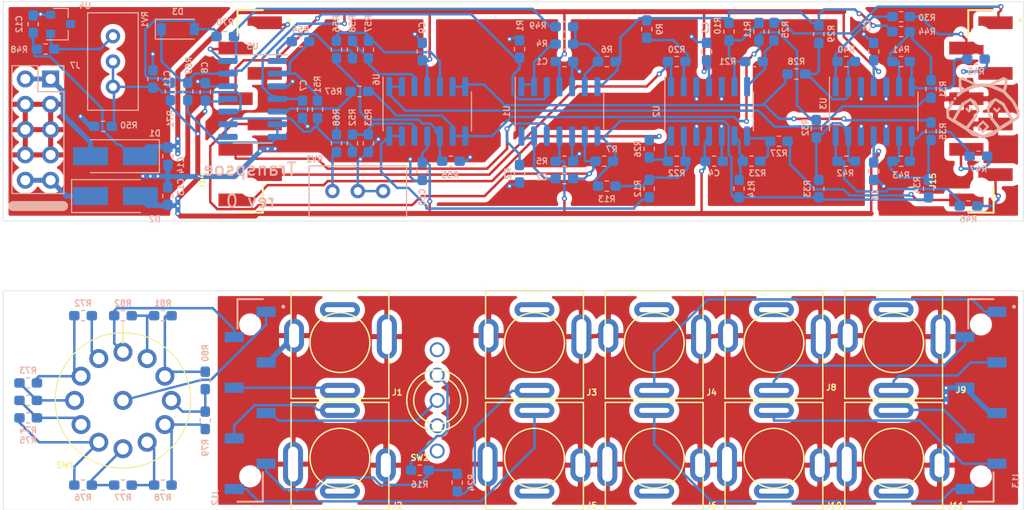
<source format=kicad_pcb>
(kicad_pcb (version 20171130) (host pcbnew 5.1.5+dfsg1-2build2)
  (layers (0 F.Cu signal hide) (31 B.Cu signal) (35 F.Paste user) (36 B.SilkS user) (37 F.SilkS user) (38 B.Mask user) (39 F.Mask user) (44 Edge.Cuts user))
  (net 0 "")
  (net 1 +12V)
  (net 2 GND)
  (net 3 -12V)
  (net 4 "/voltage refs/4V")
  (net 5 "Net-(D1-Pad2)")
  (net 6 "Net-(D2-Pad1)")
  (net 7 "Net-(R4-Pad1)")
  (net 8 "Net-(R5-Pad2)")
  (net 9 "Net-(R10-Pad2)")
  (net 10 "Net-(R13-Pad2)")
  (net 11 /-1Vinv)
  (net 12 "Net-(R10-Pad1)")
  (net 13 /1Vinv)
  (net 14 "Net-(R12-Pad1)")
  (net 15 "Net-(R14-Pad1)")
  (net 16 "Net-(R21-Pad1)")
  (net 17 "Net-(R22-Pad1)")
  (net 18 "Net-(R23-Pad1)")
  (net 19 "Net-(R28-Pad1)")
  (net 20 /2Vinv)
  (net 21 "Net-(R30-Pad1)")
  (net 22 /3Vinv)
  (net 23 "Net-(R32-Pad1)")
  (net 24 "Net-(R34-Pad1)")
  (net 25 "Net-(R40-Pad1)")
  (net 26 "Net-(R41-Pad1)")
  (net 27 "Net-(R42-Pad1)")
  (net 28 "Net-(R43-Pad1)")
  (net 29 "Net-(R48-Pad2)")
  (net 30 "Net-(R51-Pad1)")
  (net 31 "Net-(R51-Pad2)")
  (net 32 "Net-(R54-Pad1)")
  (net 33 "/voltage refs/1V")
  (net 34 "/voltage refs/-1V")
  (net 35 "Net-(R67-Pad1)")
  (net 36 "Net-(R69-Pad2)")
  (net 37 "Net-(R72-Pad1)")
  (net 38 "Net-(R72-Pad2)")
  (net 39 "Net-(R73-Pad2)")
  (net 40 "Net-(R74-Pad2)")
  (net 41 "Net-(R75-Pad2)")
  (net 42 "Net-(R76-Pad2)")
  (net 43 "Net-(R77-Pad2)")
  (net 44 "Net-(R78-Pad2)")
  (net 45 "Net-(R79-Pad2)")
  (net 46 "Net-(R80-Pad2)")
  (net 47 "Net-(R81-Pad2)")
  (net 48 SW1.a)
  (net 49 /J1.T)
  (net 50 /J2.T)
  (net 51 /J4.T)
  (net 52 /J5.T)
  (net 53 /J6.T)
  (net 54 /J8.T)
  (net 55 /J9.T)
  (net 56 /J10.T)
  (net 57 /J11.T)
  (net 58 SW1.b)
  (net 59 "Net-(R20-Pad2)")
  (net 60 /SUM_SW.out)
  (net 61 "Net-(R4-Pad2)")
  (net 62 "Net-(R16-Pad1)")
  (net 63 /A+S)
  (net 64 "/voltage refs/-2V")
  (net 65 "/voltage refs/-3V")
  (net 66 Jacks-GND)
  (net 67 Jacks-J1.T)
  (net 68 Jacks-J2.T)
  (net 69 Jacks-J4.T)
  (net 70 Jacks-J5.T)
  (net 71 Jacks-J6.T)
  (net 72 Jacks-J8.T)
  (net 73 Jacks-J9.T)
  (net 74 Jacks-J10.T)
  (net 75 Jacks-J11.T)
  (net 76 Jacks-A+S)
  (net 77 Jacks-SUM_SW.out)
  (net 78 Jacks-SW1.b)
  (net 79 Jacks-SW1.a)
  (net 80 "Net-(J3-PadT)")
  (net 81 "Net-(D3-Pad2)")
  (net 82 "Net-(J1-PadTN)")
  (net 83 "Net-(J2-PadTN)")
  (net 84 "Net-(J3-PadTN)")
  (net 85 "Net-(J4-PadTN)")
  (net 86 "Net-(J5-PadTN)")
  (net 87 "Net-(J6-PadTN)")
  (net 88 "Net-(J8-PadTN)")
  (net 89 "Net-(J9-PadTN)")
  (net 90 "Net-(J10-PadTN)")
  (net 91 "Net-(J11-PadTN)")
  (net 92 "Net-(R68-Pad1)")
  (net 93 "Net-(SW2-Pad1)")
  (module transpsoe:MC12xxxCxx (layer F.Cu) (at 112 111.25)
    (fp_text reference SW1 (at -5.75 6.5) (layer F.SilkS) (effects (font (size 0.6 0.6) (thickness 0.127))))
    (fp_text value SW_Rotary12)
    (pad 1 thru_hole oval (at 0 -4.85 90) (size 1.9 1.9) (drill 1.17) (layers *.Cu *.Mask) (net 78 Jacks-SW1.b))
    (pad 2 thru_hole oval (at 2.424999 -4.200223 90) (size 1.9 1.9) (drill 1.17) (layers *.Cu *.Mask) (net 47 "Net-(R81-Pad2)"))
    (pad 3 thru_hole oval (at 4.200223 -2.425 90) (size 1.9 1.9) (drill 1.17) (layers *.Cu *.Mask) (net 46 "Net-(R80-Pad2)"))
    (pad 4 thru_hole oval (at 4.85 0 90) (size 1.9 1.9) (drill 1.17) (layers *.Cu *.Mask) (net 45 "Net-(R79-Pad2)"))
    (pad 5 thru_hole oval (at 4.200223 2.424999 90) (size 1.9 1.9) (drill 1.17) (layers *.Cu *.Mask) (net 44 "Net-(R78-Pad2)"))
    (pad 6 thru_hole oval (at 2.424999 4.200223 90) (size 1.9 1.9) (drill 1.17) (layers *.Cu *.Mask) (net 43 "Net-(R77-Pad2)"))
    (pad 7 thru_hole oval (at 0 4.85 90) (size 1.9 1.9) (drill 1.17) (layers *.Cu *.Mask) (net 42 "Net-(R76-Pad2)"))
    (pad 8 thru_hole oval (at -2.425 4.200223 90) (size 1.9 1.9) (drill 1.17) (layers *.Cu *.Mask) (net 41 "Net-(R75-Pad2)"))
    (pad 9 thru_hole oval (at -4.200223 2.425 90) (size 1.9 1.9) (drill 1.17) (layers *.Cu *.Mask) (net 40 "Net-(R74-Pad2)"))
    (pad 10 thru_hole oval (at -4.85 0 90) (size 1.9 1.9) (drill 1.17) (layers *.Cu *.Mask) (net 39 "Net-(R73-Pad2)"))
    (pad 11 thru_hole oval (at -4.200223 -2.425 90) (size 1.9 1.9) (drill 1.17) (layers *.Cu *.Mask) (net 38 "Net-(R72-Pad2)"))
    (pad 12 thru_hole oval (at -2.425 -4.200223 90) (size 1.9 1.9) (drill 1.17) (layers *.Cu *.Mask) (net 37 "Net-(R72-Pad1)"))
    (pad 13 thru_hole oval (at 0 0 90) (size 1.9 1.9) (drill 1.17) (layers *.Cu *.Mask) (net 79 Jacks-SW1.a))
  )
  (module Potentiometer_THT:Potentiometer_Bourns_3296W_Vertical (layer B.Cu) (at 133 90.25 180)
    (fp_text reference RV2 (at 1.8 3.2) (layer B.SilkS) (effects (font (size 0.6 0.6) (thickness 0.127)) (justify mirror)))
    (fp_text value 2k)
    (pad 3 thru_hole circle (at -5.08 0 180) (size 1.44 1.44) (drill 0.8) (layers *.Cu *.Mask) (net 2 GND))
    (pad 2 thru_hole circle (at -2.54 0 180) (size 1.44 1.44) (drill 0.8) (layers *.Cu *.Mask) (net 2 GND))
    (pad 1 thru_hole circle (at 0 0 180) (size 1.44 1.44) (drill 0.8) (layers *.Cu *.Mask) (net 92 "Net-(R68-Pad1)"))
  )
  (module transpsoe:BNT11SEA5QE (layer F.Cu) (at 143.5 111.25)
    (fp_text reference SW2 (at -1.75 5.75) (layer F.SilkS) (effects (font (size 0.6 0.6) (thickness 0.127))))
    (fp_text value SW_SPDT)
    (pad 4 thru_hole circle (at 0 -5.08) (size 1.5 1.5) (drill 1.1) (layers *.Cu *.Mask))
    (pad 4 thru_hole circle (at 0 5.08) (size 1.5 1.5) (drill 1.1) (layers *.Cu *.Mask))
    (pad 3 thru_hole circle (at 0 -2.54) (size 1.5 1.5) (drill 1.1) (layers *.Cu *.Mask) (net 62 "Net-(R16-Pad1)"))
    (pad 2 thru_hole circle (at 0 0) (size 1.5 1.5) (drill 1.1) (layers *.Cu *.Mask) (net 77 Jacks-SUM_SW.out))
    (pad 1 thru_hole circle (at 0 2.54) (size 1.5 1.5) (drill 1.1) (layers *.Cu *.Mask) (net 93 "Net-(SW2-Pad1)"))
  )
  (module transpsoe:raccoon-7.5 (layer B.Cu) (at 198.2 81.85 180)
    (fp_text reference svg2mod hide)
    (fp_text value G*** hide)
  )
  (module transpsoe:SAMTEC_TSM-108-01-F-SV-LC (layer F.Cu) (at 198 82.25 90)
    (fp_text reference J15 (at -6.985 -4.825 90) (layer F.SilkS) (effects (font (size 0.6 0.6) (thickness 0.127))))
    (fp_text value Conn_01x08_Male)
    (pad None np_thru_hole circle (at 7.62 0 90) (size 1.19 1.19) (drill 1.19) (layers *.Cu *.Mask))
    (pad None np_thru_hole circle (at -7.62 0 90) (size 1.19 1.19) (drill 1.19) (layers *.Cu *.Mask))
    (pad 8 smd custom (at -8.89 -1.46 90) (size 0.5 0.5) (layers F.Cu F.Paste F.Mask) (net 53 /J6.T) (options (clearance outline) (anchor rect)) (primitives (gr_poly (pts (xy 0.325 1.715) (xy -0.635 1.715) (xy -0.635 -1.715) (xy 0.635 -1.715) (xy 0.635 0.715) (xy 0.611 0.736) (xy 0.584 0.761) (xy 0.558 0.788) (xy 0.533 0.815) (xy 0.509 0.843) (xy 0.487 0.872) (xy 0.465 0.902) (xy 0.445 0.932) (xy 0.425 0.964) (xy 0.407 0.996) (xy 0.39 1.029) (xy 0.375 1.062) (xy 0.36 1.096) (xy 0.347 1.13) (xy 0.336 1.165) (xy 0.325 1.201) (xy 0.316 1.236) (xy 0.308 1.272) (xy 0.302 1.309) (xy 0.297 1.345) (xy 0.294 1.382) (xy 0.291 1.419) (xy 0.291 1.455) (xy 0.291 1.492) (xy 0.293 1.529) (xy 0.297 1.566) (xy 0.301 1.602) (xy 0.307 1.639) (xy 0.315 1.675) (xy 0.325 1.715)) (width 0.01))))
    (pad 7 smd custom (at -6.35 1.46 90) (size 0.5 0.5) (layers F.Cu F.Paste F.Mask) (net 56 /J10.T) (options (clearance outline) (anchor rect)) (primitives (gr_poly (pts (xy 0.635 -1.715) (xy -0.325 -1.715) (xy -0.315 -1.675) (xy -0.307 -1.639) (xy -0.301 -1.602) (xy -0.297 -1.566) (xy -0.293 -1.529) (xy -0.291 -1.492) (xy -0.291 -1.455) (xy -0.291 -1.419) (xy -0.294 -1.382) (xy -0.297 -1.345) (xy -0.302 -1.309) (xy -0.308 -1.272) (xy -0.316 -1.236) (xy -0.325 -1.201) (xy -0.336 -1.165) (xy -0.347 -1.13) (xy -0.36 -1.096) (xy -0.375 -1.062) (xy -0.39 -1.029) (xy -0.407 -0.996) (xy -0.425 -0.964) (xy -0.445 -0.932) (xy -0.465 -0.902) (xy -0.487 -0.872) (xy -0.509 -0.843) (xy -0.533 -0.815) (xy -0.558 -0.788) (xy -0.584 -0.761) (xy -0.611 -0.736) (xy -0.635 -0.715) (xy -0.635 1.715) (xy 0.635 1.715) (xy 0.635 -1.715)) (width 0.01))))
    (pad 6 smd rect (at -3.81 -1.46 90) (size 1.27 3.43) (layers F.Cu F.Paste F.Mask) (net 57 /J11.T))
    (pad 5 smd rect (at -1.27 1.46 90) (size 1.27 3.43) (layers F.Cu F.Paste F.Mask) (net 2 GND))
    (pad 4 smd rect (at 1.27 -1.46 90) (size 1.27 3.43) (layers F.Cu F.Paste F.Mask) (net 2 GND))
    (pad 3 smd rect (at 3.81 1.46 90) (size 1.27 3.43) (layers F.Cu F.Paste F.Mask) (net 55 /J9.T))
    (pad 2 smd custom (at 6.35 -1.46 90) (size 0.5 0.5) (layers F.Cu F.Paste F.Mask) (net 54 /J8.T) (options (clearance outline) (anchor rect)) (primitives (gr_poly (pts (xy 0.325 1.715) (xy -0.635 1.715) (xy -0.635 -1.715) (xy 0.635 -1.715) (xy 0.635 0.715) (xy 0.611 0.736) (xy 0.584 0.761) (xy 0.558 0.788) (xy 0.533 0.815) (xy 0.509 0.843) (xy 0.487 0.872) (xy 0.465 0.902) (xy 0.445 0.932) (xy 0.425 0.964) (xy 0.407 0.996) (xy 0.39 1.029) (xy 0.375 1.062) (xy 0.36 1.096) (xy 0.347 1.13) (xy 0.336 1.165) (xy 0.325 1.201) (xy 0.316 1.236) (xy 0.308 1.272) (xy 0.302 1.309) (xy 0.297 1.345) (xy 0.294 1.382) (xy 0.291 1.419) (xy 0.291 1.455) (xy 0.291 1.492) (xy 0.293 1.529) (xy 0.297 1.566) (xy 0.301 1.602) (xy 0.307 1.639) (xy 0.315 1.675) (xy 0.325 1.715)) (width 0.01))))
    (pad 1 smd custom (at 8.89 1.46 90) (size 0.5 0.5) (layers F.Cu F.Paste F.Mask) (net 51 /J4.T) (options (clearance outline) (anchor rect)) (primitives (gr_poly (pts (xy 0.635 -1.715) (xy -0.325 -1.715) (xy -0.315 -1.675) (xy -0.307 -1.639) (xy -0.301 -1.602) (xy -0.297 -1.566) (xy -0.293 -1.529) (xy -0.291 -1.492) (xy -0.291 -1.455) (xy -0.291 -1.419) (xy -0.294 -1.382) (xy -0.297 -1.345) (xy -0.302 -1.309) (xy -0.308 -1.272) (xy -0.316 -1.236) (xy -0.325 -1.201) (xy -0.336 -1.165) (xy -0.347 -1.13) (xy -0.36 -1.096) (xy -0.375 -1.062) (xy -0.39 -1.029) (xy -0.407 -0.996) (xy -0.425 -0.964) (xy -0.445 -0.932) (xy -0.465 -0.902) (xy -0.487 -0.872) (xy -0.509 -0.843) (xy -0.533 -0.815) (xy -0.558 -0.788) (xy -0.584 -0.761) (xy -0.611 -0.736) (xy -0.635 -0.715) (xy -0.635 1.715) (xy 0.635 1.715) (xy 0.635 -1.715)) (width 0.01))))
  )
  (module transpsoe:SAMTEC_TSM-108-01-F-SV-LC (layer F.Cu) (at 124.75 82.25 90)
    (fp_text reference J14 (at -6.985 -4.825 90) (layer F.SilkS) (effects (font (size 0.6 0.6) (thickness 0.127))))
    (fp_text value Conn_01x08_Male)
    (pad None np_thru_hole circle (at 7.62 0 90) (size 1.19 1.19) (drill 1.19) (layers *.Cu *.Mask))
    (pad None np_thru_hole circle (at -7.62 0 90) (size 1.19 1.19) (drill 1.19) (layers *.Cu *.Mask))
    (pad 8 smd custom (at -8.89 -1.46 90) (size 0.5 0.5) (layers F.Cu F.Paste F.Mask) (net 52 /J5.T) (options (clearance outline) (anchor rect)) (primitives (gr_poly (pts (xy 0.325 1.715) (xy -0.635 1.715) (xy -0.635 -1.715) (xy 0.635 -1.715) (xy 0.635 0.715) (xy 0.611 0.736) (xy 0.584 0.761) (xy 0.558 0.788) (xy 0.533 0.815) (xy 0.509 0.843) (xy 0.487 0.872) (xy 0.465 0.902) (xy 0.445 0.932) (xy 0.425 0.964) (xy 0.407 0.996) (xy 0.39 1.029) (xy 0.375 1.062) (xy 0.36 1.096) (xy 0.347 1.13) (xy 0.336 1.165) (xy 0.325 1.201) (xy 0.316 1.236) (xy 0.308 1.272) (xy 0.302 1.309) (xy 0.297 1.345) (xy 0.294 1.382) (xy 0.291 1.419) (xy 0.291 1.455) (xy 0.291 1.492) (xy 0.293 1.529) (xy 0.297 1.566) (xy 0.301 1.602) (xy 0.307 1.639) (xy 0.315 1.675) (xy 0.325 1.715)) (width 0.01))))
    (pad 7 smd custom (at -6.35 1.46 90) (size 0.5 0.5) (layers F.Cu F.Paste F.Mask) (net 63 /A+S) (options (clearance outline) (anchor rect)) (primitives (gr_poly (pts (xy 0.635 -1.715) (xy -0.325 -1.715) (xy -0.315 -1.675) (xy -0.307 -1.639) (xy -0.301 -1.602) (xy -0.297 -1.566) (xy -0.293 -1.529) (xy -0.291 -1.492) (xy -0.291 -1.455) (xy -0.291 -1.419) (xy -0.294 -1.382) (xy -0.297 -1.345) (xy -0.302 -1.309) (xy -0.308 -1.272) (xy -0.316 -1.236) (xy -0.325 -1.201) (xy -0.336 -1.165) (xy -0.347 -1.13) (xy -0.36 -1.096) (xy -0.375 -1.062) (xy -0.39 -1.029) (xy -0.407 -0.996) (xy -0.425 -0.964) (xy -0.445 -0.932) (xy -0.465 -0.902) (xy -0.487 -0.872) (xy -0.509 -0.843) (xy -0.533 -0.815) (xy -0.558 -0.788) (xy -0.584 -0.761) (xy -0.611 -0.736) (xy -0.635 -0.715) (xy -0.635 1.715) (xy 0.635 1.715) (xy 0.635 -1.715)) (width 0.01))))
    (pad 6 smd rect (at -3.81 -1.46 90) (size 1.27 3.43) (layers F.Cu F.Paste F.Mask) (net 50 /J2.T))
    (pad 5 smd rect (at -1.27 1.46 90) (size 1.27 3.43) (layers F.Cu F.Paste F.Mask) (net 60 /SUM_SW.out))
    (pad 4 smd rect (at 1.27 -1.46 90) (size 1.27 3.43) (layers F.Cu F.Paste F.Mask) (net 49 /J1.T))
    (pad 3 smd rect (at 3.81 1.46 90) (size 1.27 3.43) (layers F.Cu F.Paste F.Mask) (net 2 GND))
    (pad 2 smd custom (at 6.35 -1.46 90) (size 0.5 0.5) (layers F.Cu F.Paste F.Mask) (net 58 SW1.b) (options (clearance outline) (anchor rect)) (primitives (gr_poly (pts (xy 0.325 1.715) (xy -0.635 1.715) (xy -0.635 -1.715) (xy 0.635 -1.715) (xy 0.635 0.715) (xy 0.611 0.736) (xy 0.584 0.761) (xy 0.558 0.788) (xy 0.533 0.815) (xy 0.509 0.843) (xy 0.487 0.872) (xy 0.465 0.902) (xy 0.445 0.932) (xy 0.425 0.964) (xy 0.407 0.996) (xy 0.39 1.029) (xy 0.375 1.062) (xy 0.36 1.096) (xy 0.347 1.13) (xy 0.336 1.165) (xy 0.325 1.201) (xy 0.316 1.236) (xy 0.308 1.272) (xy 0.302 1.309) (xy 0.297 1.345) (xy 0.294 1.382) (xy 0.291 1.419) (xy 0.291 1.455) (xy 0.291 1.492) (xy 0.293 1.529) (xy 0.297 1.566) (xy 0.301 1.602) (xy 0.307 1.639) (xy 0.315 1.675) (xy 0.325 1.715)) (width 0.01))))
    (pad 1 smd custom (at 8.89 1.46 90) (size 0.5 0.5) (layers F.Cu F.Paste F.Mask) (net 48 SW1.a) (options (clearance outline) (anchor rect)) (primitives (gr_poly (pts (xy 0.635 -1.715) (xy -0.325 -1.715) (xy -0.315 -1.675) (xy -0.307 -1.639) (xy -0.301 -1.602) (xy -0.297 -1.566) (xy -0.293 -1.529) (xy -0.291 -1.492) (xy -0.291 -1.455) (xy -0.291 -1.419) (xy -0.294 -1.382) (xy -0.297 -1.345) (xy -0.302 -1.309) (xy -0.308 -1.272) (xy -0.316 -1.236) (xy -0.325 -1.201) (xy -0.336 -1.165) (xy -0.347 -1.13) (xy -0.36 -1.096) (xy -0.375 -1.062) (xy -0.39 -1.029) (xy -0.407 -0.996) (xy -0.425 -0.964) (xy -0.445 -0.932) (xy -0.465 -0.902) (xy -0.487 -0.872) (xy -0.509 -0.843) (xy -0.533 -0.815) (xy -0.558 -0.788) (xy -0.584 -0.761) (xy -0.611 -0.736) (xy -0.635 -0.715) (xy -0.635 1.715) (xy 0.635 1.715) (xy 0.635 -1.715)) (width 0.01))))
  )
  (module transpsoe:SAMTEC_SSM-108-L-SV-LC (layer B.Cu) (at 198 111.25 90)
    (fp_text reference J13 (at -8 3.5 90) (layer B.SilkS) (effects (font (size 0.6 0.6) (thickness 0.127)) (justify mirror)))
    (fp_text value Conn_01x08_Female)
    (pad 8 smd rect (at -8.89 -1.6025 90) (size 1.02 1.905) (layers B.Cu B.Paste B.Mask) (net 71 Jacks-J6.T))
    (pad 7 smd rect (at -6.35 1.6025 90) (size 1.02 1.905) (layers B.Cu B.Paste B.Mask) (net 74 Jacks-J10.T))
    (pad 6 smd rect (at -3.81 -1.6025 90) (size 1.02 1.905) (layers B.Cu B.Paste B.Mask) (net 75 Jacks-J11.T))
    (pad 5 smd rect (at -1.27 1.6025 90) (size 1.02 1.905) (layers B.Cu B.Paste B.Mask) (net 66 Jacks-GND))
    (pad 4 smd rect (at 1.27 -1.6025 90) (size 1.02 1.905) (layers B.Cu B.Paste B.Mask) (net 66 Jacks-GND))
    (pad 3 smd rect (at 3.81 1.6025 90) (size 1.02 1.905) (layers B.Cu B.Paste B.Mask) (net 73 Jacks-J9.T))
    (pad 2 smd rect (at 6.35 -1.6025 90) (size 1.02 1.905) (layers B.Cu B.Paste B.Mask) (net 72 Jacks-J8.T))
    (pad 1 smd rect (at 8.89 1.6025 90) (size 1.02 1.905) (layers B.Cu B.Paste B.Mask) (net 69 Jacks-J4.T))
    (pad None np_thru_hole circle (at 7.62 0 90) (size 1.19 1.19) (drill 1.19) (layers *.Cu *.Mask))
    (pad None np_thru_hole circle (at -7.62 0 90) (size 1.19 1.19) (drill 1.19) (layers *.Cu *.Mask))
  )
  (module transpsoe:SAMTEC_SSM-108-L-SV-LC (layer B.Cu) (at 124.75 111.25 90)
    (fp_text reference J12 (at -9.75 -3.5 90) (layer B.SilkS) (effects (font (size 0.6 0.6) (thickness 0.127)) (justify mirror)))
    (fp_text value Conn_01x08_Female)
    (pad 8 smd rect (at -8.89 -1.6025 90) (size 1.02 1.905) (layers B.Cu B.Paste B.Mask) (net 70 Jacks-J5.T))
    (pad 7 smd rect (at -6.35 1.6025 90) (size 1.02 1.905) (layers B.Cu B.Paste B.Mask) (net 76 Jacks-A+S))
    (pad 6 smd rect (at -3.81 -1.6025 90) (size 1.02 1.905) (layers B.Cu B.Paste B.Mask) (net 68 Jacks-J2.T))
    (pad 5 smd rect (at -1.27 1.6025 90) (size 1.02 1.905) (layers B.Cu B.Paste B.Mask) (net 77 Jacks-SUM_SW.out))
    (pad 4 smd rect (at 1.27 -1.6025 90) (size 1.02 1.905) (layers B.Cu B.Paste B.Mask) (net 67 Jacks-J1.T))
    (pad 3 smd rect (at 3.81 1.6025 90) (size 1.02 1.905) (layers B.Cu B.Paste B.Mask) (net 66 Jacks-GND))
    (pad 2 smd rect (at 6.35 -1.6025 90) (size 1.02 1.905) (layers B.Cu B.Paste B.Mask) (net 78 Jacks-SW1.b))
    (pad 1 smd rect (at 8.89 1.6025 90) (size 1.02 1.905) (layers B.Cu B.Paste B.Mask) (net 79 Jacks-SW1.a))
    (pad None np_thru_hole circle (at 7.62 0 90) (size 1.19 1.19) (drill 1.19) (layers *.Cu *.Mask))
    (pad None np_thru_hole circle (at -7.62 0 90) (size 1.19 1.19) (drill 1.19) (layers *.Cu *.Mask))
  )
  (module transpsoe:PJ-301BM (layer F.Cu) (at 189.25 117.05)
    (fp_text reference J11 (at 6.25 4.75) (layer F.SilkS) (effects (font (size 0.6 0.6) (thickness 0.127))))
    (fp_text value AudioJack2_SwitchT)
    (pad S thru_hole oval (at -4.7 0.6) (size 2 4.5) (drill oval 1 3.5) (layers *.Cu *.Mask) (net 66 Jacks-GND))
    (pad TN thru_hole oval (at 0 3.3) (size 4 1.5) (drill oval 3 0.5) (layers *.Cu *.Mask) (net 91 "Net-(J11-PadTN)"))
    (pad T thru_hole oval (at 0 -4.8) (size 4 1.5) (drill oval 3 0.5) (layers *.Cu *.Mask) (net 75 Jacks-J11.T))
    (pad S thru_hole oval (at 4.6 0.7) (size 2 3.4) (drill oval 1 2.4) (layers *.Cu *.Mask) (net 66 Jacks-GND))
  )
  (module transpsoe:PJ-301BM (layer F.Cu) (at 177.25 117.05)
    (fp_text reference J10 (at 6 4.75) (layer F.SilkS) (effects (font (size 0.6 0.6) (thickness 0.127))))
    (fp_text value AudioJack2_SwitchT)
    (pad S thru_hole oval (at -4.7 0.6) (size 2 4.5) (drill oval 1 3.5) (layers *.Cu *.Mask) (net 66 Jacks-GND))
    (pad TN thru_hole oval (at 0 3.3) (size 4 1.5) (drill oval 3 0.5) (layers *.Cu *.Mask) (net 90 "Net-(J10-PadTN)"))
    (pad T thru_hole oval (at 0 -4.8) (size 4 1.5) (drill oval 3 0.5) (layers *.Cu *.Mask) (net 74 Jacks-J10.T))
    (pad S thru_hole oval (at 4.6 0.7) (size 2 3.4) (drill oval 1 2.4) (layers *.Cu *.Mask) (net 66 Jacks-GND))
  )
  (module transpsoe:PJ-301BM (layer F.Cu) (at 189.25 105.45 180)
    (fp_text reference J9 (at -6.75 -4.75) (layer F.SilkS) (effects (font (size 0.6 0.6) (thickness 0.127))))
    (fp_text value AudioJack2_SwitchT)
    (pad S thru_hole oval (at -4.7 0.6 180) (size 2 4.5) (drill oval 1 3.5) (layers *.Cu *.Mask) (net 66 Jacks-GND))
    (pad TN thru_hole oval (at 0 3.3 180) (size 4 1.5) (drill oval 3 0.5) (layers *.Cu *.Mask) (net 89 "Net-(J9-PadTN)"))
    (pad T thru_hole oval (at 0 -4.8 180) (size 4 1.5) (drill oval 3 0.5) (layers *.Cu *.Mask) (net 73 Jacks-J9.T))
    (pad S thru_hole oval (at 4.6 0.7 180) (size 2 3.4) (drill oval 1 2.4) (layers *.Cu *.Mask) (net 66 Jacks-GND))
  )
  (module transpsoe:PJ-301BM (layer F.Cu) (at 177.25 105.45 180)
    (fp_text reference J8 (at -5.75 -4.5) (layer F.SilkS) (effects (font (size 0.6 0.6) (thickness 0.127))))
    (fp_text value AudioJack2_SwitchT)
    (pad S thru_hole oval (at -4.7 0.6 180) (size 2 4.5) (drill oval 1 3.5) (layers *.Cu *.Mask) (net 66 Jacks-GND))
    (pad TN thru_hole oval (at 0 3.3 180) (size 4 1.5) (drill oval 3 0.5) (layers *.Cu *.Mask) (net 88 "Net-(J8-PadTN)"))
    (pad T thru_hole oval (at 0 -4.8 180) (size 4 1.5) (drill oval 3 0.5) (layers *.Cu *.Mask) (net 72 Jacks-J8.T))
    (pad S thru_hole oval (at 4.6 0.7 180) (size 2 3.4) (drill oval 1 2.4) (layers *.Cu *.Mask) (net 66 Jacks-GND))
  )
  (module transpsoe:PJ-301BM (layer F.Cu) (at 165.25 117.05)
    (fp_text reference J6 (at 5.75 4.75) (layer F.SilkS) (effects (font (size 0.6 0.6) (thickness 0.127))))
    (fp_text value AudioJack2_SwitchT)
    (pad S thru_hole oval (at -4.7 0.6) (size 2 4.5) (drill oval 1 3.5) (layers *.Cu *.Mask) (net 66 Jacks-GND))
    (pad TN thru_hole oval (at 0 3.3) (size 4 1.5) (drill oval 3 0.5) (layers *.Cu *.Mask) (net 87 "Net-(J6-PadTN)"))
    (pad T thru_hole oval (at 0 -4.8) (size 4 1.5) (drill oval 3 0.5) (layers *.Cu *.Mask) (net 71 Jacks-J6.T))
    (pad S thru_hole oval (at 4.6 0.7) (size 2 3.4) (drill oval 1 2.4) (layers *.Cu *.Mask) (net 66 Jacks-GND))
  )
  (module transpsoe:PJ-301BM (layer F.Cu) (at 153.25 117.05)
    (fp_text reference J5 (at 5.75 4.75) (layer F.SilkS) (effects (font (size 0.6 0.6) (thickness 0.127))))
    (fp_text value AudioJack2_SwitchT)
    (pad S thru_hole oval (at -4.7 0.6) (size 2 4.5) (drill oval 1 3.5) (layers *.Cu *.Mask) (net 66 Jacks-GND))
    (pad TN thru_hole oval (at 0 3.3) (size 4 1.5) (drill oval 3 0.5) (layers *.Cu *.Mask) (net 86 "Net-(J5-PadTN)"))
    (pad T thru_hole oval (at 0 -4.8) (size 4 1.5) (drill oval 3 0.5) (layers *.Cu *.Mask) (net 70 Jacks-J5.T))
    (pad S thru_hole oval (at 4.6 0.7) (size 2 3.4) (drill oval 1 2.4) (layers *.Cu *.Mask) (net 66 Jacks-GND))
  )
  (module transpsoe:PJ-301BM (layer F.Cu) (at 165.25 105.45 180)
    (fp_text reference J4 (at -5.75 -5) (layer F.SilkS) (effects (font (size 0.6 0.6) (thickness 0.127))))
    (fp_text value AudioJack2_SwitchT)
    (pad S thru_hole oval (at -4.7 0.6 180) (size 2 4.5) (drill oval 1 3.5) (layers *.Cu *.Mask) (net 66 Jacks-GND))
    (pad TN thru_hole oval (at 0 3.3 180) (size 4 1.5) (drill oval 3 0.5) (layers *.Cu *.Mask) (net 85 "Net-(J4-PadTN)"))
    (pad T thru_hole oval (at 0 -4.8 180) (size 4 1.5) (drill oval 3 0.5) (layers *.Cu *.Mask) (net 69 Jacks-J4.T))
    (pad S thru_hole oval (at 4.6 0.7 180) (size 2 3.4) (drill oval 1 2.4) (layers *.Cu *.Mask) (net 66 Jacks-GND))
  )
  (module transpsoe:PJ-301BM (layer F.Cu) (at 153.25 105.45 180)
    (fp_text reference J3 (at -5.75 -5) (layer F.SilkS) (effects (font (size 0.6 0.6) (thickness 0.127))))
    (fp_text value AudioJack2_SwitchT)
    (pad S thru_hole oval (at -4.7 0.6 180) (size 2 4.5) (drill oval 1 3.5) (layers *.Cu *.Mask) (net 66 Jacks-GND))
    (pad TN thru_hole oval (at 0 3.3 180) (size 4 1.5) (drill oval 3 0.5) (layers *.Cu *.Mask) (net 84 "Net-(J3-PadTN)"))
    (pad T thru_hole oval (at 0 -4.8 180) (size 4 1.5) (drill oval 3 0.5) (layers *.Cu *.Mask) (net 80 "Net-(J3-PadT)"))
    (pad S thru_hole oval (at 4.6 0.7 180) (size 2 3.4) (drill oval 1 2.4) (layers *.Cu *.Mask) (net 66 Jacks-GND))
  )
  (module transpsoe:PJ-301BM (layer F.Cu) (at 133.75 117.05)
    (fp_text reference J2 (at 5.75 4.75) (layer F.SilkS) (effects (font (size 0.6 0.6) (thickness 0.127))))
    (fp_text value AudioJack2_SwitchT)
    (pad S thru_hole oval (at -4.7 0.6) (size 2 4.5) (drill oval 1 3.5) (layers *.Cu *.Mask) (net 66 Jacks-GND))
    (pad TN thru_hole oval (at 0 3.3) (size 4 1.5) (drill oval 3 0.5) (layers *.Cu *.Mask) (net 83 "Net-(J2-PadTN)"))
    (pad T thru_hole oval (at 0 -4.8) (size 4 1.5) (drill oval 3 0.5) (layers *.Cu *.Mask) (net 68 Jacks-J2.T))
    (pad S thru_hole oval (at 4.6 0.7) (size 2 3.4) (drill oval 1 2.4) (layers *.Cu *.Mask) (net 66 Jacks-GND))
  )
  (module transpsoe:PJ-301BM (layer F.Cu) (at 133.75 105.45 180)
    (fp_text reference J1 (at -5.75 -5) (layer F.SilkS) (effects (font (size 0.6 0.6) (thickness 0.127))))
    (fp_text value AudioJack2_SwitchT)
    (pad S thru_hole oval (at -4.7 0.6 180) (size 2 4.5) (drill oval 1 3.5) (layers *.Cu *.Mask) (net 66 Jacks-GND))
    (pad TN thru_hole oval (at 0 3.3 180) (size 4 1.5) (drill oval 3 0.5) (layers *.Cu *.Mask) (net 82 "Net-(J1-PadTN)"))
    (pad T thru_hole oval (at 0 -4.8 180) (size 4 1.5) (drill oval 3 0.5) (layers *.Cu *.Mask) (net 67 Jacks-J1.T))
    (pad S thru_hole oval (at 4.6 0.7 180) (size 2 3.4) (drill oval 1 2.4) (layers *.Cu *.Mask) (net 66 Jacks-GND))
  )
  (module Package_SO:SOIC-14_3.9x8.7mm_P1.27mm (layer B.Cu) (at 142.5 82.25 270)
    (fp_text reference U6 (at -3.2 5.1 90) (layer B.SilkS) (effects (font (size 0.6 0.6) (thickness 0.127)) (justify mirror)))
    (fp_text value OPA4991)
    (pad 14 smd roundrect (at 2.475 3.81 270) (size 1.95 0.6) (layers B.Cu B.Paste B.Mask) (net 11 /-1Vinv))
    (pad 13 smd roundrect (at 2.475 2.54 270) (size 1.95 0.6) (layers B.Cu B.Paste B.Mask) (net 11 /-1Vinv))
    (pad 12 smd roundrect (at 2.475 1.27 270) (size 1.95 0.6) (layers B.Cu B.Paste B.Mask) (net 33 "/voltage refs/1V"))
    (pad 11 smd roundrect (at 2.475 0 270) (size 1.95 0.6) (layers B.Cu B.Paste B.Mask) (net 3 -12V))
    (pad 10 smd roundrect (at 2.475 -1.27 270) (size 1.95 0.6) (layers B.Cu B.Paste B.Mask) (net 34 "/voltage refs/-1V"))
    (pad 9 smd roundrect (at 2.475 -2.54 270) (size 1.95 0.6) (layers B.Cu B.Paste B.Mask) (net 13 /1Vinv))
    (pad 8 smd roundrect (at 2.475 -3.81 270) (size 1.95 0.6) (layers B.Cu B.Paste B.Mask) (net 13 /1Vinv))
    (pad 7 smd roundrect (at -2.475 -3.81 270) (size 1.95 0.6) (layers B.Cu B.Paste B.Mask) (net 20 /2Vinv))
    (pad 6 smd roundrect (at -2.475 -2.54 270) (size 1.95 0.6) (layers B.Cu B.Paste B.Mask) (net 20 /2Vinv))
    (pad 5 smd roundrect (at -2.475 -1.27 270) (size 1.95 0.6) (layers B.Cu B.Paste B.Mask) (net 64 "/voltage refs/-2V"))
    (pad 4 smd roundrect (at -2.475 0 270) (size 1.95 0.6) (layers B.Cu B.Paste B.Mask) (net 1 +12V))
    (pad 3 smd roundrect (at -2.475 1.27 270) (size 1.95 0.6) (layers B.Cu B.Paste B.Mask) (net 65 "/voltage refs/-3V"))
    (pad 2 smd roundrect (at -2.475 2.54 270) (size 1.95 0.6) (layers B.Cu B.Paste B.Mask) (net 22 /3Vinv))
    (pad 1 smd roundrect (at -2.475 3.81 270) (size 1.95 0.6) (layers B.Cu B.Paste B.Mask) (net 22 /3Vinv))
  )
  (module Package_SO:SOIC-14_3.9x8.7mm_P1.27mm (layer B.Cu) (at 187.25 82.25 270)
    (fp_text reference U3 (at -0.8 5.05 90) (layer B.SilkS) (effects (font (size 0.6 0.6) (thickness 0.127)) (justify mirror)))
    (fp_text value OPA4991)
    (pad 14 smd roundrect (at 2.475 3.81 270) (size 1.95 0.6) (layers B.Cu B.Paste B.Mask) (net 27 "Net-(R42-Pad1)"))
    (pad 13 smd roundrect (at 2.475 2.54 270) (size 1.95 0.6) (layers B.Cu B.Paste B.Mask) (net 23 "Net-(R32-Pad1)"))
    (pad 12 smd roundrect (at 2.475 1.27 270) (size 1.95 0.6) (layers B.Cu B.Paste B.Mask) (net 2 GND))
    (pad 11 smd roundrect (at 2.475 0 270) (size 1.95 0.6) (layers B.Cu B.Paste B.Mask) (net 3 -12V))
    (pad 10 smd roundrect (at 2.475 -1.27 270) (size 1.95 0.6) (layers B.Cu B.Paste B.Mask) (net 2 GND))
    (pad 9 smd roundrect (at 2.475 -2.54 270) (size 1.95 0.6) (layers B.Cu B.Paste B.Mask) (net 24 "Net-(R34-Pad1)"))
    (pad 8 smd roundrect (at 2.475 -3.81 270) (size 1.95 0.6) (layers B.Cu B.Paste B.Mask) (net 28 "Net-(R43-Pad1)"))
    (pad 7 smd roundrect (at -2.475 -3.81 270) (size 1.95 0.6) (layers B.Cu B.Paste B.Mask) (net 26 "Net-(R41-Pad1)"))
    (pad 6 smd roundrect (at -2.475 -2.54 270) (size 1.95 0.6) (layers B.Cu B.Paste B.Mask) (net 21 "Net-(R30-Pad1)"))
    (pad 5 smd roundrect (at -2.475 -1.27 270) (size 1.95 0.6) (layers B.Cu B.Paste B.Mask) (net 2 GND))
    (pad 4 smd roundrect (at -2.475 0 270) (size 1.95 0.6) (layers B.Cu B.Paste B.Mask) (net 1 +12V))
    (pad 3 smd roundrect (at -2.475 1.27 270) (size 1.95 0.6) (layers B.Cu B.Paste B.Mask) (net 2 GND))
    (pad 2 smd roundrect (at -2.475 2.54 270) (size 1.95 0.6) (layers B.Cu B.Paste B.Mask) (net 19 "Net-(R28-Pad1)"))
    (pad 1 smd roundrect (at -2.475 3.81 270) (size 1.95 0.6) (layers B.Cu B.Paste B.Mask) (net 25 "Net-(R40-Pad1)"))
  )
  (module Package_SO:SOIC-14_3.9x8.7mm_P1.27mm (layer B.Cu) (at 125 81 180)
    (fp_text reference U5 (at 0 5.28) (layer B.SilkS) (effects (font (size 0.6 0.6) (thickness 0.127)) (justify mirror)))
    (fp_text value OPA4991)
    (pad 14 smd roundrect (at 2.475 3.81 180) (size 1.95 0.6) (layers B.Cu B.Paste B.Mask) (net 58 SW1.b))
    (pad 13 smd roundrect (at 2.475 2.54 180) (size 1.95 0.6) (layers B.Cu B.Paste B.Mask) (net 48 SW1.a))
    (pad 12 smd roundrect (at 2.475 1.27 180) (size 1.95 0.6) (layers B.Cu B.Paste B.Mask) (net 2 GND))
    (pad 11 smd roundrect (at 2.475 0 180) (size 1.95 0.6) (layers B.Cu B.Paste B.Mask) (net 3 -12V))
    (pad 10 smd roundrect (at 2.475 -1.27 180) (size 1.95 0.6) (layers B.Cu B.Paste B.Mask) (net 4 "/voltage refs/4V"))
    (pad 9 smd roundrect (at 2.475 -2.54 180) (size 1.95 0.6) (layers B.Cu B.Paste B.Mask) (net 31 "Net-(R51-Pad2)"))
    (pad 8 smd roundrect (at 2.475 -3.81 180) (size 1.95 0.6) (layers B.Cu B.Paste B.Mask) (net 31 "Net-(R51-Pad2)"))
    (pad 7 smd roundrect (at -2.475 -3.81 180) (size 1.95 0.6) (layers B.Cu B.Paste B.Mask) (net 36 "Net-(R69-Pad2)"))
    (pad 6 smd roundrect (at -2.475 -2.54 180) (size 1.95 0.6) (layers B.Cu B.Paste B.Mask) (net 36 "Net-(R69-Pad2)"))
    (pad 5 smd roundrect (at -2.475 -1.27 180) (size 1.95 0.6) (layers B.Cu B.Paste B.Mask) (net 35 "Net-(R67-Pad1)"))
    (pad 4 smd roundrect (at -2.475 0 180) (size 1.95 0.6) (layers B.Cu B.Paste B.Mask) (net 1 +12V))
    (pad 3 smd roundrect (at -2.475 1.27 180) (size 1.95 0.6) (layers B.Cu B.Paste B.Mask) (net 2 GND))
    (pad 2 smd roundrect (at -2.475 2.54 180) (size 1.95 0.6) (layers B.Cu B.Paste B.Mask) (net 30 "Net-(R51-Pad1)"))
    (pad 1 smd roundrect (at -2.475 3.81 180) (size 1.95 0.6) (layers B.Cu B.Paste B.Mask) (net 32 "Net-(R54-Pad1)"))
  )
  (module Package_TO_SOT_SMD:SOT-23 (layer B.Cu) (at 105.75 73.5)
    (fp_text reference U4 (at 2.45 -1.85) (layer B.SilkS) (effects (font (size 0.6 0.6) (thickness 0.127)) (justify mirror)))
    (fp_text value LM4040DBZ-4.1)
    (pad 3 smd rect (at 1 0) (size 0.9 0.8) (layers B.Cu B.Paste B.Mask))
    (pad 2 smd rect (at -1 -0.95) (size 0.9 0.8) (layers B.Cu B.Paste B.Mask) (net 2 GND))
    (pad 1 smd rect (at -1 0.95) (size 0.9 0.8) (layers B.Cu B.Paste B.Mask) (net 29 "Net-(R48-Pad2)"))
  )
  (module Package_SO:SOIC-14_3.9x8.7mm_P1.27mm (layer B.Cu) (at 170.75 82.25 270)
    (fp_text reference U2 (at 0 5.28 90) (layer B.SilkS) (effects (font (size 0.6 0.6) (thickness 0.127)) (justify mirror)))
    (fp_text value OPA4991)
    (pad 14 smd roundrect (at 2.475 3.81 270) (size 1.95 0.6) (layers B.Cu B.Paste B.Mask) (net 17 "Net-(R22-Pad1)"))
    (pad 13 smd roundrect (at 2.475 2.54 270) (size 1.95 0.6) (layers B.Cu B.Paste B.Mask) (net 14 "Net-(R12-Pad1)"))
    (pad 12 smd roundrect (at 2.475 1.27 270) (size 1.95 0.6) (layers B.Cu B.Paste B.Mask) (net 2 GND))
    (pad 11 smd roundrect (at 2.475 0 270) (size 1.95 0.6) (layers B.Cu B.Paste B.Mask) (net 3 -12V))
    (pad 10 smd roundrect (at 2.475 -1.27 270) (size 1.95 0.6) (layers B.Cu B.Paste B.Mask) (net 2 GND))
    (pad 9 smd roundrect (at 2.475 -2.54 270) (size 1.95 0.6) (layers B.Cu B.Paste B.Mask) (net 15 "Net-(R14-Pad1)"))
    (pad 8 smd roundrect (at 2.475 -3.81 270) (size 1.95 0.6) (layers B.Cu B.Paste B.Mask) (net 18 "Net-(R23-Pad1)"))
    (pad 7 smd roundrect (at -2.475 -3.81 270) (size 1.95 0.6) (layers B.Cu B.Paste B.Mask) (net 16 "Net-(R21-Pad1)"))
    (pad 6 smd roundrect (at -2.475 -2.54 270) (size 1.95 0.6) (layers B.Cu B.Paste B.Mask) (net 12 "Net-(R10-Pad1)"))
    (pad 5 smd roundrect (at -2.475 -1.27 270) (size 1.95 0.6) (layers B.Cu B.Paste B.Mask) (net 2 GND))
    (pad 4 smd roundrect (at -2.475 0 270) (size 1.95 0.6) (layers B.Cu B.Paste B.Mask) (net 1 +12V))
    (pad 3 smd roundrect (at -2.475 1.27 270) (size 1.95 0.6) (layers B.Cu B.Paste B.Mask) (net 2 GND))
    (pad 2 smd roundrect (at -2.475 2.54 270) (size 1.95 0.6) (layers B.Cu B.Paste B.Mask) (net 59 "Net-(R20-Pad2)"))
    (pad 1 smd roundrect (at -2.475 3.81 270) (size 1.95 0.6) (layers B.Cu B.Paste B.Mask) (net 63 /A+S))
  )
  (module Package_SO:SOIC-14_3.9x8.7mm_P1.27mm (layer B.Cu) (at 155.75 82.25 270)
    (fp_text reference U1 (at 0 5.28 90) (layer B.SilkS) (effects (font (size 0.6 0.6) (thickness 0.127)) (justify mirror)))
    (fp_text value OPA4991)
    (pad 14 smd roundrect (at 2.475 3.81 270) (size 1.95 0.6) (layers B.Cu B.Paste B.Mask) (net 8 "Net-(R5-Pad2)"))
    (pad 13 smd roundrect (at 2.475 2.54 270) (size 1.95 0.6) (layers B.Cu B.Paste B.Mask) (net 8 "Net-(R5-Pad2)"))
    (pad 12 smd roundrect (at 2.475 1.27 270) (size 1.95 0.6) (layers B.Cu B.Paste B.Mask) (net 50 /J2.T))
    (pad 11 smd roundrect (at 2.475 0 270) (size 1.95 0.6) (layers B.Cu B.Paste B.Mask) (net 3 -12V))
    (pad 10 smd roundrect (at 2.475 -1.27 270) (size 1.95 0.6) (layers B.Cu B.Paste B.Mask) (net 2 GND))
    (pad 9 smd roundrect (at 2.475 -2.54 270) (size 1.95 0.6) (layers B.Cu B.Paste B.Mask) (net 60 /SUM_SW.out))
    (pad 8 smd roundrect (at 2.475 -3.81 270) (size 1.95 0.6) (layers B.Cu B.Paste B.Mask) (net 10 "Net-(R13-Pad2)"))
    (pad 7 smd roundrect (at -2.475 -3.81 270) (size 1.95 0.6) (layers B.Cu B.Paste B.Mask) (net 9 "Net-(R10-Pad2)"))
    (pad 6 smd roundrect (at -2.475 -2.54 270) (size 1.95 0.6) (layers B.Cu B.Paste B.Mask) (net 7 "Net-(R4-Pad1)"))
    (pad 5 smd roundrect (at -2.475 -1.27 270) (size 1.95 0.6) (layers B.Cu B.Paste B.Mask) (net 2 GND))
    (pad 4 smd roundrect (at -2.475 0 270) (size 1.95 0.6) (layers B.Cu B.Paste B.Mask) (net 1 +12V))
    (pad 3 smd roundrect (at -2.475 1.27 270) (size 1.95 0.6) (layers B.Cu B.Paste B.Mask) (net 49 /J1.T))
    (pad 2 smd roundrect (at -2.475 2.54 270) (size 1.95 0.6) (layers B.Cu B.Paste B.Mask) (net 61 "Net-(R4-Pad2)"))
    (pad 1 smd roundrect (at -2.475 3.81 270) (size 1.95 0.6) (layers B.Cu B.Paste B.Mask) (net 61 "Net-(R4-Pad2)"))
  )
  (module Potentiometer_THT:Potentiometer_Bourns_3296W_Vertical (layer B.Cu) (at 111 74.71 90)
    (fp_text reference RV1 (at 1.66 3.2 90) (layer B.SilkS) (effects (font (size 0.6 0.6) (thickness 0.127)) (justify mirror)))
    (fp_text value 2k)
    (pad 3 thru_hole circle (at -5.08 0 90) (size 1.44 1.44) (drill 0.8) (layers *.Cu *.Mask) (net 4 "/voltage refs/4V"))
    (pad 2 thru_hole circle (at -2.54 0 90) (size 1.44 1.44) (drill 0.8) (layers *.Cu *.Mask) (net 4 "/voltage refs/4V"))
    (pad 1 thru_hole circle (at 0 0 90) (size 1.44 1.44) (drill 0.8) (layers *.Cu *.Mask) (net 29 "Net-(R48-Pad2)"))
  )
  (module Resistor_SMD:R_0603_1608Metric_Pad1.05x0.95mm_HandSolder (layer B.Cu) (at 112 102.75 180)
    (fp_text reference R82 (at 0 1.25) (layer B.SilkS) (effects (font (size 0.6 0.6) (thickness 0.127)) (justify mirror)))
    (fp_text value 10k)
    (pad 2 smd roundrect (at 0.875 0 180) (size 1.05 0.95) (layers B.Cu B.Paste B.Mask) (net 78 Jacks-SW1.b))
    (pad 1 smd roundrect (at -0.875 0 180) (size 1.05 0.95) (layers B.Cu B.Paste B.Mask) (net 47 "Net-(R81-Pad2)"))
  )
  (module Resistor_SMD:R_0603_1608Metric_Pad1.05x0.95mm_HandSolder (layer B.Cu) (at 116 102.75 180)
    (fp_text reference R81 (at 0 1.25) (layer B.SilkS) (effects (font (size 0.6 0.6) (thickness 0.127)) (justify mirror)))
    (fp_text value 10k)
    (pad 2 smd roundrect (at 0.875 0 180) (size 1.05 0.95) (layers B.Cu B.Paste B.Mask) (net 47 "Net-(R81-Pad2)"))
    (pad 1 smd roundrect (at -0.875 0 180) (size 1.05 0.95) (layers B.Cu B.Paste B.Mask) (net 46 "Net-(R80-Pad2)"))
  )
  (module Resistor_SMD:R_0603_1608Metric_Pad1.05x0.95mm_HandSolder (layer B.Cu) (at 120.25 109.25 90)
    (fp_text reference R80 (at 2.75 0 90) (layer B.SilkS) (effects (font (size 0.6 0.6) (thickness 0.127)) (justify mirror)))
    (fp_text value 10k)
    (pad 2 smd roundrect (at 0.875 0 90) (size 1.05 0.95) (layers B.Cu B.Paste B.Mask) (net 46 "Net-(R80-Pad2)"))
    (pad 1 smd roundrect (at -0.875 0 90) (size 1.05 0.95) (layers B.Cu B.Paste B.Mask) (net 45 "Net-(R79-Pad2)"))
  )
  (module Resistor_SMD:R_0603_1608Metric_Pad1.05x0.95mm_HandSolder (layer B.Cu) (at 120.25 113.25 90)
    (fp_text reference R79 (at -2.75 0 90) (layer B.SilkS) (effects (font (size 0.6 0.6) (thickness 0.127)) (justify mirror)))
    (fp_text value 10k)
    (pad 2 smd roundrect (at 0.875 0 90) (size 1.05 0.95) (layers B.Cu B.Paste B.Mask) (net 45 "Net-(R79-Pad2)"))
    (pad 1 smd roundrect (at -0.875 0 90) (size 1.05 0.95) (layers B.Cu B.Paste B.Mask) (net 44 "Net-(R78-Pad2)"))
  )
  (module Resistor_SMD:R_0603_1608Metric_Pad1.05x0.95mm_HandSolder (layer B.Cu) (at 116 119.75)
    (fp_text reference R78 (at 0 1.25) (layer B.SilkS) (effects (font (size 0.6 0.6) (thickness 0.127)) (justify mirror)))
    (fp_text value 10k)
    (pad 2 smd roundrect (at 0.875 0) (size 1.05 0.95) (layers B.Cu B.Paste B.Mask) (net 44 "Net-(R78-Pad2)"))
    (pad 1 smd roundrect (at -0.875 0) (size 1.05 0.95) (layers B.Cu B.Paste B.Mask) (net 43 "Net-(R77-Pad2)"))
  )
  (module Resistor_SMD:R_0603_1608Metric_Pad1.05x0.95mm_HandSolder (layer B.Cu) (at 112 119.75)
    (fp_text reference R77 (at 0 1.25) (layer B.SilkS) (effects (font (size 0.6 0.6) (thickness 0.127)) (justify mirror)))
    (fp_text value 10k)
    (pad 2 smd roundrect (at 0.875 0) (size 1.05 0.95) (layers B.Cu B.Paste B.Mask) (net 43 "Net-(R77-Pad2)"))
    (pad 1 smd roundrect (at -0.875 0) (size 1.05 0.95) (layers B.Cu B.Paste B.Mask) (net 42 "Net-(R76-Pad2)"))
  )
  (module Resistor_SMD:R_0603_1608Metric_Pad1.05x0.95mm_HandSolder (layer B.Cu) (at 108 119.75)
    (fp_text reference R76 (at 0 1.25) (layer B.SilkS) (effects (font (size 0.6 0.6) (thickness 0.127)) (justify mirror)))
    (fp_text value 10k)
    (pad 2 smd roundrect (at 0.875 0) (size 1.05 0.95) (layers B.Cu B.Paste B.Mask) (net 42 "Net-(R76-Pad2)"))
    (pad 1 smd roundrect (at -0.875 0) (size 1.05 0.95) (layers B.Cu B.Paste B.Mask) (net 41 "Net-(R75-Pad2)"))
  )
  (module Resistor_SMD:R_0603_1608Metric_Pad1.05x0.95mm_HandSolder (layer B.Cu) (at 102.5 113 180)
    (fp_text reference R75 (at 0 -2.25) (layer B.SilkS) (effects (font (size 0.6 0.6) (thickness 0.127)) (justify mirror)))
    (fp_text value 10k)
    (pad 2 smd roundrect (at 0.875 0 180) (size 1.05 0.95) (layers B.Cu B.Paste B.Mask) (net 41 "Net-(R75-Pad2)"))
    (pad 1 smd roundrect (at -0.875 0 180) (size 1.05 0.95) (layers B.Cu B.Paste B.Mask) (net 40 "Net-(R74-Pad2)"))
  )
  (module Resistor_SMD:R_0603_1608Metric_Pad1.05x0.95mm_HandSolder (layer B.Cu) (at 102.5 111.25 180)
    (fp_text reference R74 (at 0 -3) (layer B.SilkS) (effects (font (size 0.6 0.6) (thickness 0.127)) (justify mirror)))
    (fp_text value 10k)
    (pad 2 smd roundrect (at 0.875 0 180) (size 1.05 0.95) (layers B.Cu B.Paste B.Mask) (net 40 "Net-(R74-Pad2)"))
    (pad 1 smd roundrect (at -0.875 0 180) (size 1.05 0.95) (layers B.Cu B.Paste B.Mask) (net 39 "Net-(R73-Pad2)"))
  )
  (module Resistor_SMD:R_0603_1608Metric_Pad1.05x0.95mm_HandSolder (layer B.Cu) (at 102.5 109.5 180)
    (fp_text reference R73 (at 0 1.25) (layer B.SilkS) (effects (font (size 0.6 0.6) (thickness 0.127)) (justify mirror)))
    (fp_text value 10k)
    (pad 2 smd roundrect (at 0.875 0 180) (size 1.05 0.95) (layers B.Cu B.Paste B.Mask) (net 39 "Net-(R73-Pad2)"))
    (pad 1 smd roundrect (at -0.875 0 180) (size 1.05 0.95) (layers B.Cu B.Paste B.Mask) (net 38 "Net-(R72-Pad2)"))
  )
  (module Resistor_SMD:R_0603_1608Metric_Pad1.05x0.95mm_HandSolder (layer B.Cu) (at 108 102.75 180)
    (fp_text reference R72 (at 0 1.25) (layer B.SilkS) (effects (font (size 0.6 0.6) (thickness 0.127)) (justify mirror)))
    (fp_text value 10k)
    (pad 2 smd roundrect (at 0.875 0 180) (size 1.05 0.95) (layers B.Cu B.Paste B.Mask) (net 38 "Net-(R72-Pad2)"))
    (pad 1 smd roundrect (at -0.875 0 180) (size 1.05 0.95) (layers B.Cu B.Paste B.Mask) (net 37 "Net-(R72-Pad1)"))
  )
  (module Resistor_SMD:R_0603_1608Metric_Pad1.05x0.95mm_HandSolder (layer B.Cu) (at 116.75 80.25 270)
    (fp_text reference R71 (at 2.75 0 90) (layer B.SilkS) (effects (font (size 0.6 0.6) (thickness 0.127)) (justify mirror)))
    (fp_text value 10k)
    (pad 2 smd roundrect (at 0.875 0 270) (size 1.05 0.95) (layers B.Cu B.Paste B.Mask) (net 3 -12V))
    (pad 1 smd roundrect (at -0.875 0 270) (size 1.05 0.95) (layers B.Cu B.Paste B.Mask) (net 81 "Net-(D3-Pad2)"))
  )
  (module Resistor_SMD:R_0603_1608Metric_Pad1.05x0.95mm_HandSolder (layer B.Cu) (at 122.25 74.75 180)
    (fp_text reference R70 (at 0 1.43) (layer B.SilkS) (effects (font (size 0.6 0.6) (thickness 0.127)) (justify mirror)))
    (fp_text value 820)
    (pad 2 smd roundrect (at 0.875 0 180) (size 1.05 0.95) (layers B.Cu B.Paste B.Mask) (net 81 "Net-(D3-Pad2)"))
    (pad 1 smd roundrect (at -0.875 0 180) (size 1.05 0.95) (layers B.Cu B.Paste B.Mask) (net 58 SW1.b))
  )
  (module Resistor_SMD:R_0603_1608Metric_Pad1.05x0.95mm_HandSolder (layer B.Cu) (at 118.5 80.25 270)
    (fp_text reference R69 (at -2.6 -0.1 90) (layer B.SilkS) (effects (font (size 0.6 0.6) (thickness 0.127)) (justify mirror)))
    (fp_text value 10k)
    (pad 2 smd roundrect (at 0.875 0 270) (size 1.05 0.95) (layers B.Cu B.Paste B.Mask) (net 36 "Net-(R69-Pad2)"))
    (pad 1 smd roundrect (at -0.875 0 270) (size 1.05 0.95) (layers B.Cu B.Paste B.Mask) (net 48 SW1.a))
  )
  (module Resistor_SMD:R_0603_1608Metric_Pad1.05x0.95mm_HandSolder (layer B.Cu) (at 133.4 85.45 90)
    (fp_text reference R68 (at 2.6 0 90) (layer B.SilkS) (effects (font (size 0.6 0.6) (thickness 0.127)) (justify mirror)))
    (fp_text value 9.1k)
    (pad 2 smd roundrect (at 0.875 0 90) (size 1.05 0.95) (layers B.Cu B.Paste B.Mask) (net 35 "Net-(R67-Pad1)"))
    (pad 1 smd roundrect (at -0.875 0 90) (size 1.05 0.95) (layers B.Cu B.Paste B.Mask) (net 92 "Net-(R68-Pad1)"))
  )
  (module Resistor_SMD:R_0603_1608Metric_Pad1.05x0.95mm_HandSolder (layer B.Cu) (at 135.7 80.25)
    (fp_text reference R67 (at -2.6 0) (layer B.SilkS) (effects (font (size 0.6 0.6) (thickness 0.127)) (justify mirror)))
    (fp_text value 110k)
    (pad 2 smd roundrect (at 0.875 0) (size 1.05 0.95) (layers B.Cu B.Paste B.Mask) (net 13 /1Vinv))
    (pad 1 smd roundrect (at -0.875 0) (size 1.05 0.95) (layers B.Cu B.Paste B.Mask) (net 35 "Net-(R67-Pad1)"))
  )
  (module Resistor_SMD:R_0603_1608Metric_Pad1.05x0.95mm_HandSolder (layer B.Cu) (at 135 76.05 270)
    (fp_text reference R58 (at -2.6 0 90) (layer B.SilkS) (effects (font (size 0.6 0.6) (thickness 0.127)) (justify mirror)))
    (fp_text value 1k)
    (pad 2 smd roundrect (at 0.875 0 270) (size 1.05 0.95) (layers B.Cu B.Paste B.Mask) (net 32 "Net-(R54-Pad1)"))
    (pad 1 smd roundrect (at -0.875 0 270) (size 1.05 0.95) (layers B.Cu B.Paste B.Mask) (net 65 "/voltage refs/-3V"))
  )
  (module Resistor_SMD:R_0603_1608Metric_Pad1.05x0.95mm_HandSolder (layer B.Cu) (at 136.6 76.05 270)
    (fp_text reference R57 (at -2.6 0 90) (layer B.SilkS) (effects (font (size 0.6 0.6) (thickness 0.127)) (justify mirror)))
    (fp_text value 1k)
    (pad 2 smd roundrect (at 0.875 0 270) (size 1.05 0.95) (layers B.Cu B.Paste B.Mask) (net 65 "/voltage refs/-3V"))
    (pad 1 smd roundrect (at -0.875 0 270) (size 1.05 0.95) (layers B.Cu B.Paste B.Mask) (net 64 "/voltage refs/-2V"))
  )
  (module Resistor_SMD:R_0603_1608Metric_Pad1.05x0.95mm_HandSolder (layer B.Cu) (at 133.4 76.05 90)
    (fp_text reference R56 (at 2.6 0 90) (layer B.SilkS) (effects (font (size 0.6 0.6) (thickness 0.127)) (justify mirror)))
    (fp_text value 1k)
    (pad 2 smd roundrect (at 0.875 0 90) (size 1.05 0.95) (layers B.Cu B.Paste B.Mask) (net 64 "/voltage refs/-2V"))
    (pad 1 smd roundrect (at -0.875 0 90) (size 1.05 0.95) (layers B.Cu B.Paste B.Mask) (net 34 "/voltage refs/-1V"))
  )
  (module Resistor_SMD:R_0603_1608Metric_Pad1.05x0.95mm_HandSolder (layer B.Cu) (at 144.875 87.25 180)
    (fp_text reference R55 (at 0.075 -1.4) (layer B.SilkS) (effects (font (size 0.6 0.6) (thickness 0.127)) (justify mirror)))
    (fp_text value 1k)
    (pad 2 smd roundrect (at 0.875 0 180) (size 1.05 0.95) (layers B.Cu B.Paste B.Mask) (net 34 "/voltage refs/-1V"))
    (pad 1 smd roundrect (at -0.875 0 180) (size 1.05 0.95) (layers B.Cu B.Paste B.Mask) (net 2 GND))
  )
  (module Resistor_SMD:R_0603_1608Metric_Pad1.05x0.95mm_HandSolder (layer B.Cu) (at 129.8 75.25)
    (fp_text reference R54 (at 0 -1.2) (layer B.SilkS) (effects (font (size 0.6 0.6) (thickness 0.127)) (justify mirror)))
    (fp_text value 100k)
    (pad 2 smd roundrect (at 0.875 0) (size 1.05 0.95) (layers B.Cu B.Paste B.Mask) (net 30 "Net-(R51-Pad1)"))
    (pad 1 smd roundrect (at -0.875 0) (size 1.05 0.95) (layers B.Cu B.Paste B.Mask) (net 32 "Net-(R54-Pad1)"))
  )
  (module Resistor_SMD:R_0603_1608Metric_Pad1.05x0.95mm_HandSolder (layer B.Cu) (at 136.6 85.45 270)
    (fp_text reference R53 (at -2.6 0 90) (layer B.SilkS) (effects (font (size 0.6 0.6) (thickness 0.127)) (justify mirror)))
    (fp_text value 1k)
    (pad 2 smd roundrect (at 0.875 0 270) (size 1.05 0.95) (layers B.Cu B.Paste B.Mask) (net 2 GND))
    (pad 1 smd roundrect (at -0.875 0 270) (size 1.05 0.95) (layers B.Cu B.Paste B.Mask) (net 33 "/voltage refs/1V"))
  )
  (module Resistor_SMD:R_0603_1608Metric_Pad1.05x0.95mm_HandSolder (layer B.Cu) (at 135 85.45 90)
    (fp_text reference R52 (at 2.6 0 90) (layer B.SilkS) (effects (font (size 0.6 0.6) (thickness 0.127)) (justify mirror)))
    (fp_text value 3k)
    (pad 2 smd roundrect (at 0.875 0 90) (size 1.05 0.95) (layers B.Cu B.Paste B.Mask) (net 33 "/voltage refs/1V"))
    (pad 1 smd roundrect (at -0.875 0 90) (size 1.05 0.95) (layers B.Cu B.Paste B.Mask) (net 31 "Net-(R51-Pad2)"))
  )
  (module Resistor_SMD:R_0603_1608Metric_Pad1.05x0.95mm_HandSolder (layer B.Cu) (at 131.5 82.05 270)
    (fp_text reference R51 (at -2.5 0 90) (layer B.SilkS) (effects (font (size 0.6 0.6) (thickness 0.127)) (justify mirror)))
    (fp_text value 100k)
    (pad 2 smd roundrect (at 0.875 0 270) (size 1.05 0.95) (layers B.Cu B.Paste B.Mask) (net 31 "Net-(R51-Pad2)"))
    (pad 1 smd roundrect (at -0.875 0 270) (size 1.05 0.95) (layers B.Cu B.Paste B.Mask) (net 30 "Net-(R51-Pad1)"))
  )
  (module Resistor_SMD:R_0603_1608Metric_Pad1.05x0.95mm_HandSolder (layer B.Cu) (at 110 83.75 180)
    (fp_text reference R50 (at -2.6 0.1) (layer B.SilkS) (effects (font (size 0.6 0.6) (thickness 0.127)) (justify mirror)))
    (fp_text value 39k)
    (pad 2 smd roundrect (at 0.875 0 180) (size 1.05 0.95) (layers B.Cu B.Paste B.Mask) (net 2 GND))
    (pad 1 smd roundrect (at -0.875 0 180) (size 1.05 0.95) (layers B.Cu B.Paste B.Mask) (net 4 "/voltage refs/4V"))
  )
  (module Resistor_SMD:R_0603_1608Metric_Pad1.05x0.95mm_HandSolder (layer B.Cu) (at 156.25 73.75 180)
    (fp_text reference R49 (at 2.65 0.1) (layer B.SilkS) (effects (font (size 0.6 0.6) (thickness 0.127)) (justify mirror)))
    (fp_text value 100k)
    (pad 2 smd roundrect (at 0.875 0 180) (size 1.05 0.95) (layers B.Cu B.Paste B.Mask) (net 58 SW1.b))
    (pad 1 smd roundrect (at -0.875 0 180) (size 1.05 0.95) (layers B.Cu B.Paste B.Mask) (net 7 "Net-(R4-Pad1)"))
  )
  (module Resistor_SMD:R_0603_1608Metric_Pad1.05x0.95mm_HandSolder (layer B.Cu) (at 104.25 76)
    (fp_text reference R48 (at -2.65 0.05) (layer B.SilkS) (effects (font (size 0.6 0.6) (thickness 0.127)) (justify mirror)))
    (fp_text value 22k)
    (pad 2 smd roundrect (at 0.875 0) (size 1.05 0.95) (layers B.Cu B.Paste B.Mask) (net 29 "Net-(R48-Pad2)"))
    (pad 1 smd roundrect (at -0.875 0) (size 1.05 0.95) (layers B.Cu B.Paste B.Mask) (net 1 +12V))
  )
  (module Resistor_SMD:R_0603_1608Metric_Pad1.05x0.95mm_HandSolder (layer B.Cu) (at 197.75 86.75)
    (fp_text reference R47 (at 0 1.3) (layer B.SilkS) (effects (font (size 0.6 0.6) (thickness 0.127)) (justify mirror)))
    (fp_text value 50)
    (pad 2 smd roundrect (at 0.875 0) (size 1.05 0.95) (layers B.Cu B.Paste B.Mask) (net 57 /J11.T))
    (pad 1 smd roundrect (at -0.875 0) (size 1.05 0.95) (layers B.Cu B.Paste B.Mask) (net 28 "Net-(R43-Pad1)"))
  )
  (module Resistor_SMD:R_0603_1608Metric_Pad1.05x0.95mm_HandSolder (layer B.Cu) (at 196.75 91.75)
    (fp_text reference R46 (at 0 1.3) (layer B.SilkS) (effects (font (size 0.6 0.6) (thickness 0.127)) (justify mirror)))
    (fp_text value 50)
    (pad 2 smd roundrect (at 0.875 0) (size 1.05 0.95) (layers B.Cu B.Paste B.Mask) (net 56 /J10.T))
    (pad 1 smd roundrect (at -0.875 0) (size 1.05 0.95) (layers B.Cu B.Paste B.Mask) (net 27 "Net-(R42-Pad1)"))
  )
  (module Resistor_SMD:R_0603_1608Metric_Pad1.05x0.95mm_HandSolder (layer B.Cu) (at 197.5 77)
    (fp_text reference R45 (at 0 1.25) (layer B.SilkS) (effects (font (size 0.6 0.6) (thickness 0.127)) (justify mirror)))
    (fp_text value 50)
    (pad 2 smd roundrect (at 0.875 0) (size 1.05 0.95) (layers B.Cu B.Paste B.Mask) (net 55 /J9.T))
    (pad 1 smd roundrect (at -0.875 0) (size 1.05 0.95) (layers B.Cu B.Paste B.Mask) (net 26 "Net-(R41-Pad1)"))
  )
  (module Resistor_SMD:R_0603_1608Metric_Pad1.05x0.95mm_HandSolder (layer B.Cu) (at 190 72.75)
    (fp_text reference R44 (at 2.6 1.5) (layer B.SilkS) (effects (font (size 0.6 0.6) (thickness 0.127)) (justify mirror)))
    (fp_text value 50)
    (pad 2 smd roundrect (at 0.875 0) (size 1.05 0.95) (layers B.Cu B.Paste B.Mask) (net 54 /J8.T))
    (pad 1 smd roundrect (at -0.875 0) (size 1.05 0.95) (layers B.Cu B.Paste B.Mask) (net 25 "Net-(R40-Pad1)"))
  )
  (module Resistor_SMD:R_0603_1608Metric_Pad1.05x0.95mm_HandSolder (layer B.Cu) (at 190 87.25 180)
    (fp_text reference R43 (at 0 -1.4) (layer B.SilkS) (effects (font (size 0.6 0.6) (thickness 0.127)) (justify mirror)))
    (fp_text value 100k)
    (pad 2 smd roundrect (at 0.875 0 180) (size 1.05 0.95) (layers B.Cu B.Paste B.Mask) (net 24 "Net-(R34-Pad1)"))
    (pad 1 smd roundrect (at -0.875 0 180) (size 1.05 0.95) (layers B.Cu B.Paste B.Mask) (net 28 "Net-(R43-Pad1)"))
  )
  (module Resistor_SMD:R_0603_1608Metric_Pad1.05x0.95mm_HandSolder (layer B.Cu) (at 184.5 87.25)
    (fp_text reference R42 (at -0.1 1.2) (layer B.SilkS) (effects (font (size 0.6 0.6) (thickness 0.127)) (justify mirror)))
    (fp_text value 100k)
    (pad 2 smd roundrect (at 0.875 0) (size 1.05 0.95) (layers B.Cu B.Paste B.Mask) (net 23 "Net-(R32-Pad1)"))
    (pad 1 smd roundrect (at -0.875 0) (size 1.05 0.95) (layers B.Cu B.Paste B.Mask) (net 27 "Net-(R42-Pad1)"))
  )
  (module Resistor_SMD:R_0603_1608Metric_Pad1.05x0.95mm_HandSolder (layer B.Cu) (at 190 77.25 180)
    (fp_text reference R41 (at 0 1.2) (layer B.SilkS) (effects (font (size 0.6 0.6) (thickness 0.127)) (justify mirror)))
    (fp_text value 100k)
    (pad 2 smd roundrect (at 0.875 0 180) (size 1.05 0.95) (layers B.Cu B.Paste B.Mask) (net 21 "Net-(R30-Pad1)"))
    (pad 1 smd roundrect (at -0.875 0 180) (size 1.05 0.95) (layers B.Cu B.Paste B.Mask) (net 26 "Net-(R41-Pad1)"))
  )
  (module Resistor_SMD:R_0603_1608Metric_Pad1.05x0.95mm_HandSolder (layer B.Cu) (at 184.5 77.25)
    (fp_text reference R40 (at 0 -1.2) (layer B.SilkS) (effects (font (size 0.6 0.6) (thickness 0.127)) (justify mirror)))
    (fp_text value 100k)
    (pad 2 smd roundrect (at 0.875 0) (size 1.05 0.95) (layers B.Cu B.Paste B.Mask) (net 19 "Net-(R28-Pad1)"))
    (pad 1 smd roundrect (at -0.875 0) (size 1.05 0.95) (layers B.Cu B.Paste B.Mask) (net 25 "Net-(R40-Pad1)"))
  )
  (module Resistor_SMD:R_0603_1608Metric_Pad1.05x0.95mm_HandSolder (layer B.Cu) (at 193 84.25 90)
    (fp_text reference R35 (at 0 1.2 90) (layer B.SilkS) (effects (font (size 0.6 0.6) (thickness 0.127)) (justify mirror)))
    (fp_text value 100k)
    (pad 2 smd roundrect (at 0.875 0 90) (size 1.05 0.95) (layers B.Cu B.Paste B.Mask) (net 20 /2Vinv))
    (pad 1 smd roundrect (at -0.875 0 90) (size 1.05 0.95) (layers B.Cu B.Paste B.Mask) (net 24 "Net-(R34-Pad1)"))
  )
  (module Resistor_SMD:R_0603_1608Metric_Pad1.05x0.95mm_HandSolder (layer B.Cu) (at 192.75 90 270)
    (fp_text reference R34 (at -0.35 1.15 90) (layer B.SilkS) (effects (font (size 0.6 0.6) (thickness 0.127)) (justify mirror)))
    (fp_text value 100k)
    (pad 2 smd roundrect (at 0.875 0 270) (size 1.05 0.95) (layers B.Cu B.Paste B.Mask) (net 10 "Net-(R13-Pad2)"))
    (pad 1 smd roundrect (at -0.875 0 270) (size 1.05 0.95) (layers B.Cu B.Paste B.Mask) (net 24 "Net-(R34-Pad1)"))
  )
  (module Resistor_SMD:R_0603_1608Metric_Pad1.05x0.95mm_HandSolder (layer B.Cu) (at 181.75 90 270)
    (fp_text reference R33 (at 0 1.15 90) (layer B.SilkS) (effects (font (size 0.6 0.6) (thickness 0.127)) (justify mirror)))
    (fp_text value 100k)
    (pad 2 smd roundrect (at 0.875 0 270) (size 1.05 0.95) (layers B.Cu B.Paste B.Mask) (net 10 "Net-(R13-Pad2)"))
    (pad 1 smd roundrect (at -0.875 0 270) (size 1.05 0.95) (layers B.Cu B.Paste B.Mask) (net 23 "Net-(R32-Pad1)"))
  )
  (module Resistor_SMD:R_0603_1608Metric_Pad1.05x0.95mm_HandSolder (layer B.Cu) (at 181.5 84 90)
    (fp_text reference R32 (at 0.15 -1.1 90) (layer B.SilkS) (effects (font (size 0.6 0.6) (thickness 0.127)) (justify mirror)))
    (fp_text value 100k)
    (pad 2 smd roundrect (at 0.875 0 90) (size 1.05 0.95) (layers B.Cu B.Paste B.Mask) (net 13 /1Vinv))
    (pad 1 smd roundrect (at -0.875 0 90) (size 1.05 0.95) (layers B.Cu B.Paste B.Mask) (net 23 "Net-(R32-Pad1)"))
  )
  (module Resistor_SMD:R_0603_1608Metric_Pad1.05x0.95mm_HandSolder (layer B.Cu) (at 193 80 270)
    (fp_text reference R31 (at 0.05 -1.2 90) (layer B.SilkS) (effects (font (size 0.6 0.6) (thickness 0.127)) (justify mirror)))
    (fp_text value 100k)
    (pad 2 smd roundrect (at 0.875 0 270) (size 1.05 0.95) (layers B.Cu B.Paste B.Mask) (net 22 /3Vinv))
    (pad 1 smd roundrect (at -0.875 0 270) (size 1.05 0.95) (layers B.Cu B.Paste B.Mask) (net 21 "Net-(R30-Pad1)"))
  )
  (module Resistor_SMD:R_0603_1608Metric_Pad1.05x0.95mm_HandSolder (layer B.Cu) (at 190 74.25 180)
    (fp_text reference R30 (at -2.6 1.4) (layer B.SilkS) (effects (font (size 0.6 0.6) (thickness 0.127)) (justify mirror)))
    (fp_text value 100k)
    (pad 2 smd roundrect (at 0.875 0 180) (size 1.05 0.95) (layers B.Cu B.Paste B.Mask) (net 9 "Net-(R10-Pad2)"))
    (pad 1 smd roundrect (at -0.875 0 180) (size 1.05 0.95) (layers B.Cu B.Paste B.Mask) (net 21 "Net-(R30-Pad1)"))
  )
  (module Resistor_SMD:R_0603_1608Metric_Pad1.05x0.95mm_HandSolder (layer B.Cu) (at 181.75 74.5 90)
    (fp_text reference R29 (at 0.05 1.25 90) (layer B.SilkS) (effects (font (size 0.6 0.6) (thickness 0.127)) (justify mirror)))
    (fp_text value 100k)
    (pad 2 smd roundrect (at 0.875 0 90) (size 1.05 0.95) (layers B.Cu B.Paste B.Mask) (net 9 "Net-(R10-Pad2)"))
    (pad 1 smd roundrect (at -0.875 0 90) (size 1.05 0.95) (layers B.Cu B.Paste B.Mask) (net 19 "Net-(R28-Pad1)"))
  )
  (module Resistor_SMD:R_0603_1608Metric_Pad1.05x0.95mm_HandSolder (layer B.Cu) (at 179.5 78.5 180)
    (fp_text reference R28 (at 0 1.25) (layer B.SilkS) (effects (font (size 0.6 0.6) (thickness 0.127)) (justify mirror)))
    (fp_text value 100k)
    (pad 2 smd roundrect (at 0.875 0 180) (size 1.05 0.95) (layers B.Cu B.Paste B.Mask) (net 20 /2Vinv))
    (pad 1 smd roundrect (at -0.875 0 180) (size 1.05 0.95) (layers B.Cu B.Paste B.Mask) (net 19 "Net-(R28-Pad1)"))
  )
  (module Resistor_SMD:R_0603_1608Metric_Pad1.05x0.95mm_HandSolder (layer B.Cu) (at 177.75 85.25)
    (fp_text reference R27 (at 0 1.2) (layer B.SilkS) (effects (font (size 0.6 0.6) (thickness 0.127)) (justify mirror)))
    (fp_text value 50)
    (pad 2 smd roundrect (at 0.875 0) (size 1.05 0.95) (layers B.Cu B.Paste B.Mask) (net 53 /J6.T))
    (pad 1 smd roundrect (at -0.875 0) (size 1.05 0.95) (layers B.Cu B.Paste B.Mask) (net 18 "Net-(R23-Pad1)"))
  )
  (module Resistor_SMD:R_0603_1608Metric_Pad1.05x0.95mm_HandSolder (layer B.Cu) (at 164.75 86 90)
    (fp_text reference R26 (at 0 -1.15 90) (layer B.SilkS) (effects (font (size 0.6 0.6) (thickness 0.127)) (justify mirror)))
    (fp_text value 50)
    (pad 2 smd roundrect (at 0.875 0 90) (size 1.05 0.95) (layers B.Cu B.Paste B.Mask) (net 52 /J5.T))
    (pad 1 smd roundrect (at -0.875 0 90) (size 1.05 0.95) (layers B.Cu B.Paste B.Mask) (net 17 "Net-(R22-Pad1)"))
  )
  (module Resistor_SMD:R_0603_1608Metric_Pad1.05x0.95mm_HandSolder (layer B.Cu) (at 177.25 74.25 90)
    (fp_text reference R25 (at 0.2 1.15 90) (layer B.SilkS) (effects (font (size 0.6 0.6) (thickness 0.127)) (justify mirror)))
    (fp_text value 50)
    (pad 2 smd roundrect (at 0.875 0 90) (size 1.05 0.95) (layers B.Cu B.Paste B.Mask) (net 51 /J4.T))
    (pad 1 smd roundrect (at -0.875 0 90) (size 1.05 0.95) (layers B.Cu B.Paste B.Mask) (net 16 "Net-(R21-Pad1)"))
  )
  (module Resistor_SMD:R_0603_1608Metric_Pad1.05x0.95mm_HandSolder (layer B.Cu) (at 145.5 119.5 90)
    (fp_text reference R24 (at 0 1.43 90) (layer B.SilkS) (effects (font (size 0.6 0.6) (thickness 0.127)) (justify mirror)))
    (fp_text value 50)
    (pad 2 smd roundrect (at 0.875 0 90) (size 1.05 0.95) (layers B.Cu B.Paste B.Mask) (net 76 Jacks-A+S))
    (pad 1 smd roundrect (at -0.875 0 90) (size 1.05 0.95) (layers B.Cu B.Paste B.Mask) (net 80 "Net-(J3-PadT)"))
  )
  (module Resistor_SMD:R_0603_1608Metric_Pad1.05x0.95mm_HandSolder (layer B.Cu) (at 175 87.25 180)
    (fp_text reference R23 (at -0.6 -1.2) (layer B.SilkS) (effects (font (size 0.6 0.6) (thickness 0.127)) (justify mirror)))
    (fp_text value 100k)
    (pad 2 smd roundrect (at 0.875 0 180) (size 1.05 0.95) (layers B.Cu B.Paste B.Mask) (net 15 "Net-(R14-Pad1)"))
    (pad 1 smd roundrect (at -0.875 0 180) (size 1.05 0.95) (layers B.Cu B.Paste B.Mask) (net 18 "Net-(R23-Pad1)"))
  )
  (module Resistor_SMD:R_0603_1608Metric_Pad1.05x0.95mm_HandSolder (layer B.Cu) (at 167.5 87.25)
    (fp_text reference R22 (at 0 1.2) (layer B.SilkS) (effects (font (size 0.6 0.6) (thickness 0.127)) (justify mirror)))
    (fp_text value 100k)
    (pad 2 smd roundrect (at 0.875 0) (size 1.05 0.95) (layers B.Cu B.Paste B.Mask) (net 14 "Net-(R12-Pad1)"))
    (pad 1 smd roundrect (at -0.875 0) (size 1.05 0.95) (layers B.Cu B.Paste B.Mask) (net 17 "Net-(R22-Pad1)"))
  )
  (module Resistor_SMD:R_0603_1608Metric_Pad1.05x0.95mm_HandSolder (layer B.Cu) (at 175.25 77.25 180)
    (fp_text reference R21 (at 2.65 0) (layer B.SilkS) (effects (font (size 0.6 0.6) (thickness 0.127)) (justify mirror)))
    (fp_text value 100k)
    (pad 2 smd roundrect (at 0.875 0 180) (size 1.05 0.95) (layers B.Cu B.Paste B.Mask) (net 12 "Net-(R10-Pad1)"))
    (pad 1 smd roundrect (at -0.875 0 180) (size 1.05 0.95) (layers B.Cu B.Paste B.Mask) (net 16 "Net-(R21-Pad1)"))
  )
  (module Resistor_SMD:R_0603_1608Metric_Pad1.05x0.95mm_HandSolder (layer B.Cu) (at 167.5 77.25)
    (fp_text reference R20 (at 0 -1.2) (layer B.SilkS) (effects (font (size 0.6 0.6) (thickness 0.127)) (justify mirror)))
    (fp_text value 100k)
    (pad 2 smd roundrect (at 0.875 0) (size 1.05 0.95) (layers B.Cu B.Paste B.Mask) (net 59 "Net-(R20-Pad2)"))
    (pad 1 smd roundrect (at -0.875 0) (size 1.05 0.95) (layers B.Cu B.Paste B.Mask) (net 63 /A+S))
  )
  (module Resistor_SMD:R_0603_1608Metric_Pad1.05x0.95mm_HandSolder (layer B.Cu) (at 141.75 118.25)
    (fp_text reference R16 (at 0 1.43) (layer B.SilkS) (effects (font (size 0.6 0.6) (thickness 0.127)) (justify mirror)))
    (fp_text value 100k)
    (pad 2 smd roundrect (at 0.875 0) (size 1.05 0.95) (layers B.Cu B.Paste B.Mask) (net 76 Jacks-A+S))
    (pad 1 smd roundrect (at -0.875 0) (size 1.05 0.95) (layers B.Cu B.Paste B.Mask) (net 62 "Net-(R16-Pad1)"))
  )
  (module Resistor_SMD:R_0603_1608Metric_Pad1.05x0.95mm_HandSolder (layer B.Cu) (at 173.75 90 270)
    (fp_text reference R14 (at 0.05 -1.25 90) (layer B.SilkS) (effects (font (size 0.6 0.6) (thickness 0.127)) (justify mirror)))
    (fp_text value 100k)
    (pad 2 smd roundrect (at 0.875 0 270) (size 1.05 0.95) (layers B.Cu B.Paste B.Mask) (net 10 "Net-(R13-Pad2)"))
    (pad 1 smd roundrect (at -0.875 0 270) (size 1.05 0.95) (layers B.Cu B.Paste B.Mask) (net 15 "Net-(R14-Pad1)"))
  )
  (module Resistor_SMD:R_0603_1608Metric_Pad1.05x0.95mm_HandSolder (layer B.Cu) (at 160.5 89.75 180)
    (fp_text reference R13 (at 0 -1.3) (layer B.SilkS) (effects (font (size 0.6 0.6) (thickness 0.127)) (justify mirror)))
    (fp_text value 100k)
    (pad 2 smd roundrect (at 0.875 0 180) (size 1.05 0.95) (layers B.Cu B.Paste B.Mask) (net 10 "Net-(R13-Pad2)"))
    (pad 1 smd roundrect (at -0.875 0 180) (size 1.05 0.95) (layers B.Cu B.Paste B.Mask) (net 14 "Net-(R12-Pad1)"))
  )
  (module Resistor_SMD:R_0603_1608Metric_Pad1.05x0.95mm_HandSolder (layer B.Cu) (at 164.75 90 270)
    (fp_text reference R12 (at 0 1.15 90) (layer B.SilkS) (effects (font (size 0.6 0.6) (thickness 0.127)) (justify mirror)))
    (fp_text value 100k)
    (pad 2 smd roundrect (at 0.875 0 270) (size 1.05 0.95) (layers B.Cu B.Paste B.Mask) (net 11 /-1Vinv))
    (pad 1 smd roundrect (at -0.875 0 270) (size 1.05 0.95) (layers B.Cu B.Paste B.Mask) (net 14 "Net-(R12-Pad1)"))
  )
  (module Resistor_SMD:R_0603_1608Metric_Pad1.05x0.95mm_HandSolder (layer B.Cu) (at 175.75 74.25 270)
    (fp_text reference R11 (at -0.2 1.15 90) (layer B.SilkS) (effects (font (size 0.6 0.6) (thickness 0.127)) (justify mirror)))
    (fp_text value 100k)
    (pad 2 smd roundrect (at 0.875 0 270) (size 1.05 0.95) (layers B.Cu B.Paste B.Mask) (net 13 /1Vinv))
    (pad 1 smd roundrect (at -0.875 0 270) (size 1.05 0.95) (layers B.Cu B.Paste B.Mask) (net 12 "Net-(R10-Pad1)"))
  )
  (module Resistor_SMD:R_0603_1608Metric_Pad1.05x0.95mm_HandSolder (layer B.Cu) (at 172.75 74.25 90)
    (fp_text reference R10 (at 0.6 -1.15 90) (layer B.SilkS) (effects (font (size 0.6 0.6) (thickness 0.127)) (justify mirror)))
    (fp_text value 100k)
    (pad 2 smd roundrect (at 0.875 0 90) (size 1.05 0.95) (layers B.Cu B.Paste B.Mask) (net 9 "Net-(R10-Pad2)"))
    (pad 1 smd roundrect (at -0.875 0 90) (size 1.05 0.95) (layers B.Cu B.Paste B.Mask) (net 12 "Net-(R10-Pad1)"))
  )
  (module Resistor_SMD:R_0603_1608Metric_Pad1.05x0.95mm_HandSolder (layer B.Cu) (at 164.5 74 90)
    (fp_text reference R9 (at 0 1.3 90) (layer B.SilkS) (effects (font (size 0.6 0.6) (thickness 0.127)) (justify mirror)))
    (fp_text value 100k)
    (pad 2 smd roundrect (at 0.875 0 90) (size 1.05 0.95) (layers B.Cu B.Paste B.Mask) (net 9 "Net-(R10-Pad2)"))
    (pad 1 smd roundrect (at -0.875 0 90) (size 1.05 0.95) (layers B.Cu B.Paste B.Mask) (net 59 "Net-(R20-Pad2)"))
  )
  (module Resistor_SMD:R_0603_1608Metric_Pad1.05x0.95mm_HandSolder (layer B.Cu) (at 160.25 87.25 180)
    (fp_text reference R7 (at -0.75 1.2) (layer B.SilkS) (effects (font (size 0.6 0.6) (thickness 0.127)) (justify mirror)))
    (fp_text value 100k)
    (pad 2 smd roundrect (at 0.875 0 180) (size 1.05 0.95) (layers B.Cu B.Paste B.Mask) (net 60 /SUM_SW.out))
    (pad 1 smd roundrect (at -0.875 0 180) (size 1.05 0.95) (layers B.Cu B.Paste B.Mask) (net 10 "Net-(R13-Pad2)"))
  )
  (module Resistor_SMD:R_0603_1608Metric_Pad1.05x0.95mm_HandSolder (layer B.Cu) (at 160.5 77.25 180)
    (fp_text reference R6 (at 0 1.2) (layer B.SilkS) (effects (font (size 0.6 0.6) (thickness 0.127)) (justify mirror)))
    (fp_text value 100k)
    (pad 2 smd roundrect (at 0.875 0 180) (size 1.05 0.95) (layers B.Cu B.Paste B.Mask) (net 7 "Net-(R4-Pad1)"))
    (pad 1 smd roundrect (at -0.875 0 180) (size 1.05 0.95) (layers B.Cu B.Paste B.Mask) (net 9 "Net-(R10-Pad2)"))
  )
  (module Resistor_SMD:R_0603_1608Metric_Pad1.05x0.95mm_HandSolder (layer B.Cu) (at 156.25 89 180)
    (fp_text reference R5 (at 2.25 1.75) (layer B.SilkS) (effects (font (size 0.6 0.6) (thickness 0.127)) (justify mirror)))
    (fp_text value 100k)
    (pad 2 smd roundrect (at 0.875 0 180) (size 1.05 0.95) (layers B.Cu B.Paste B.Mask) (net 8 "Net-(R5-Pad2)"))
    (pad 1 smd roundrect (at -0.875 0 180) (size 1.05 0.95) (layers B.Cu B.Paste B.Mask) (net 60 /SUM_SW.out))
  )
  (module Resistor_SMD:R_0603_1608Metric_Pad1.05x0.95mm_HandSolder (layer B.Cu) (at 156.25 75.5 180)
    (fp_text reference R4 (at 2.25 0.05) (layer B.SilkS) (effects (font (size 0.6 0.6) (thickness 0.127)) (justify mirror)))
    (fp_text value 100k)
    (pad 2 smd roundrect (at 0.875 0 180) (size 1.05 0.95) (layers B.Cu B.Paste B.Mask) (net 61 "Net-(R4-Pad2)"))
    (pad 1 smd roundrect (at -0.875 0 180) (size 1.05 0.95) (layers B.Cu B.Paste B.Mask) (net 7 "Net-(R4-Pad1)"))
  )
  (module Resistor_SMD:R_0603_1608Metric_Pad1.05x0.95mm_HandSolder (layer B.Cu) (at 151.75 88.5 270)
    (fp_text reference R2 (at 0 1.15 90) (layer B.SilkS) (effects (font (size 0.6 0.6) (thickness 0.127)) (justify mirror)))
    (fp_text value 1M)
    (pad 2 smd roundrect (at 0.875 0 270) (size 1.05 0.95) (layers B.Cu B.Paste B.Mask) (net 2 GND))
    (pad 1 smd roundrect (at -0.875 0 270) (size 1.05 0.95) (layers B.Cu B.Paste B.Mask) (net 50 /J2.T))
  )
  (module Resistor_SMD:R_0603_1608Metric_Pad1.05x0.95mm_HandSolder (layer B.Cu) (at 151.75 76 90)
    (fp_text reference R1 (at 2.35 0.05 90) (layer B.SilkS) (effects (font (size 0.6 0.6) (thickness 0.127)) (justify mirror)))
    (fp_text value 1M)
    (pad 2 smd roundrect (at 0.875 0 90) (size 1.05 0.95) (layers B.Cu B.Paste B.Mask) (net 2 GND))
    (pad 1 smd roundrect (at -0.875 0 90) (size 1.05 0.95) (layers B.Cu B.Paste B.Mask) (net 49 /J1.T))
  )
  (module Connector_PinHeader_2.54mm:PinHeader_2x05_P2.54mm_Vertical (layer B.Cu) (at 104.75 79 180)
    (fp_text reference J7 (at -2.45 1.35) (layer B.SilkS) (effects (font (size 0.6 0.6) (thickness 0.127)) (justify mirror)))
    (fp_text value Conn_02x05_Odd_Even)
    (pad 10 thru_hole oval (at 2.54 -10.16 180) (size 1.7 1.7) (drill 1) (layers *.Cu *.Mask) (net 6 "Net-(D2-Pad1)"))
    (pad 9 thru_hole oval (at 0 -10.16 180) (size 1.7 1.7) (drill 1) (layers *.Cu *.Mask) (net 6 "Net-(D2-Pad1)"))
    (pad 8 thru_hole oval (at 2.54 -7.62 180) (size 1.7 1.7) (drill 1) (layers *.Cu *.Mask) (net 2 GND))
    (pad 7 thru_hole oval (at 0 -7.62 180) (size 1.7 1.7) (drill 1) (layers *.Cu *.Mask) (net 2 GND))
    (pad 6 thru_hole oval (at 2.54 -5.08 180) (size 1.7 1.7) (drill 1) (layers *.Cu *.Mask) (net 2 GND))
    (pad 5 thru_hole oval (at 0 -5.08 180) (size 1.7 1.7) (drill 1) (layers *.Cu *.Mask) (net 2 GND))
    (pad 4 thru_hole oval (at 2.54 -2.54 180) (size 1.7 1.7) (drill 1) (layers *.Cu *.Mask) (net 2 GND))
    (pad 3 thru_hole oval (at 0 -2.54 180) (size 1.7 1.7) (drill 1) (layers *.Cu *.Mask) (net 2 GND))
    (pad 2 thru_hole oval (at 2.54 0 180) (size 1.7 1.7) (drill 1) (layers *.Cu *.Mask) (net 5 "Net-(D1-Pad2)"))
    (pad 1 thru_hole rect (at 0 0 180) (size 1.7 1.7) (drill 1) (layers *.Cu *.Mask) (net 5 "Net-(D1-Pad2)"))
  )
  (module Diode_SMD:D_SOD-123 (layer B.Cu) (at 117.5 74)
    (fp_text reference D3 (at 0 -1.75) (layer B.SilkS) (effects (font (size 0.6 0.6) (thickness 0.127)) (justify mirror)))
    (fp_text value 1N4148)
    (pad 2 smd rect (at 1.65 0) (size 0.9 1.2) (layers B.Cu B.Paste B.Mask) (net 81 "Net-(D3-Pad2)"))
    (pad 1 smd rect (at -1.65 0) (size 0.9 1.2) (layers B.Cu B.Paste B.Mask) (net 48 SW1.a))
  )
  (module Diode_SMD:D_SMA_Handsoldering (layer B.Cu) (at 111.25 90.75)
    (fp_text reference D2 (at 3.95 2.3) (layer B.SilkS) (effects (font (size 0.6 0.6) (thickness 0.127)) (justify mirror)))
    (fp_text value D_Schottky)
    (pad 2 smd rect (at 2.5 0) (size 3.5 1.8) (layers B.Cu B.Paste B.Mask) (net 3 -12V))
    (pad 1 smd rect (at -2.5 0) (size 3.5 1.8) (layers B.Cu B.Paste B.Mask) (net 6 "Net-(D2-Pad1)"))
  )
  (module Diode_SMD:D_SMA_Handsoldering (layer B.Cu) (at 111.25 86.75 180)
    (fp_text reference D1 (at -3.95 2.3) (layer B.SilkS) (effects (font (size 0.6 0.6) (thickness 0.127)) (justify mirror)))
    (fp_text value D_Schottky)
    (pad 2 smd rect (at 2.5 0 180) (size 3.5 1.8) (layers B.Cu B.Paste B.Mask) (net 5 "Net-(D1-Pad2)"))
    (pad 1 smd rect (at -2.5 0 180) (size 3.5 1.8) (layers B.Cu B.Paste B.Mask) (net 1 +12V))
  )
  (module Capacitor_SMD:C_0603_1608Metric_Pad1.05x0.95mm_HandSolder (layer B.Cu) (at 116.5 86.75 270)
    (fp_text reference C14 (at 0.9 -1.3 90) (layer B.SilkS) (effects (font (size 0.6 0.6) (thickness 0.127)) (justify mirror)))
    (fp_text value "10uF (>=25V)")
    (pad 2 smd roundrect (at 0.875 0 270) (size 1.05 0.95) (layers B.Cu B.Paste B.Mask) (net 2 GND))
    (pad 1 smd roundrect (at -0.875 0 270) (size 1.05 0.95) (layers B.Cu B.Paste B.Mask) (net 1 +12V))
  )
  (module Capacitor_SMD:C_0603_1608Metric_Pad1.05x0.95mm_HandSolder (layer B.Cu) (at 116.5 90.75 90)
    (fp_text reference C13 (at 0.9 1.3 90) (layer B.SilkS) (effects (font (size 0.6 0.6) (thickness 0.127)) (justify mirror)))
    (fp_text value "10uF (>=25V)")
    (pad 2 smd roundrect (at 0.875 0 90) (size 1.05 0.95) (layers B.Cu B.Paste B.Mask) (net 2 GND))
    (pad 1 smd roundrect (at -0.875 0 90) (size 1.05 0.95) (layers B.Cu B.Paste B.Mask) (net 3 -12V))
  )
  (module Capacitor_SMD:C_0603_1608Metric_Pad1.05x0.95mm_HandSolder (layer B.Cu) (at 103 73.5 90)
    (fp_text reference C12 (at 0 -1.4 90) (layer B.SilkS) (effects (font (size 0.6 0.6) (thickness 0.127)) (justify mirror)))
    (fp_text value DNI)
    (pad 2 smd roundrect (at 0.875 0 90) (size 1.05 0.95) (layers B.Cu B.Paste B.Mask) (net 2 GND))
    (pad 1 smd roundrect (at -0.875 0 90) (size 1.05 0.95) (layers B.Cu B.Paste B.Mask) (net 1 +12V))
  )
  (module Capacitor_SMD:C_0603_1608Metric_Pad1.05x0.95mm_HandSolder (layer B.Cu) (at 115 79 90)
    (fp_text reference C11 (at 0 1.43 90) (layer B.SilkS) (effects (font (size 0.6 0.6) (thickness 0.127)) (justify mirror)))
    (fp_text value DNI)
    (pad 2 smd roundrect (at 0.875 0 90) (size 1.05 0.95) (layers B.Cu B.Paste B.Mask) (net 2 GND))
    (pad 1 smd roundrect (at -0.875 0 90) (size 1.05 0.95) (layers B.Cu B.Paste B.Mask) (net 4 "/voltage refs/4V"))
  )
  (module Capacitor_SMD:C_0603_1608Metric_Pad1.05x0.95mm_HandSolder (layer B.Cu) (at 142 88.25 270)
    (fp_text reference C10 (at 2.6 0 90) (layer B.SilkS) (effects (font (size 0.6 0.6) (thickness 0.127)) (justify mirror)))
    (fp_text value 100nF)
    (pad 2 smd roundrect (at 0.875 0 270) (size 1.05 0.95) (layers B.Cu B.Paste B.Mask) (net 2 GND))
    (pad 1 smd roundrect (at -0.875 0 270) (size 1.05 0.95) (layers B.Cu B.Paste B.Mask) (net 3 -12V))
  )
  (module Capacitor_SMD:C_0603_1608Metric_Pad1.05x0.95mm_HandSolder (layer B.Cu) (at 142 76.25 90)
    (fp_text reference C9 (at 2.4 0 90) (layer B.SilkS) (effects (font (size 0.6 0.6) (thickness 0.127)) (justify mirror)))
    (fp_text value 100nF)
    (pad 2 smd roundrect (at 0.875 0 90) (size 1.05 0.95) (layers B.Cu B.Paste B.Mask) (net 2 GND))
    (pad 1 smd roundrect (at -0.875 0 90) (size 1.05 0.95) (layers B.Cu B.Paste B.Mask) (net 1 +12V))
  )
  (module Capacitor_SMD:C_0603_1608Metric_Pad1.05x0.95mm_HandSolder (layer B.Cu) (at 120.25 80.3 90)
    (fp_text reference C8 (at 2.45 -0.05 90) (layer B.SilkS) (effects (font (size 0.6 0.6) (thickness 0.127)) (justify mirror)))
    (fp_text value 100nF)
    (pad 2 smd roundrect (at 0.875 0 90) (size 1.05 0.95) (layers B.Cu B.Paste B.Mask) (net 2 GND))
    (pad 1 smd roundrect (at -0.875 0 90) (size 1.05 0.95) (layers B.Cu B.Paste B.Mask) (net 3 -12V))
  )
  (module Capacitor_SMD:C_0603_1608Metric_Pad1.05x0.95mm_HandSolder (layer B.Cu) (at 130 82.05 270)
    (fp_text reference C7 (at -2.4 -0.1 90) (layer B.SilkS) (effects (font (size 0.6 0.6) (thickness 0.127)) (justify mirror)))
    (fp_text value 100nF)
    (pad 2 smd roundrect (at 0.875 0 270) (size 1.05 0.95) (layers B.Cu B.Paste B.Mask) (net 2 GND))
    (pad 1 smd roundrect (at -0.875 0 270) (size 1.05 0.95) (layers B.Cu B.Paste B.Mask) (net 1 +12V))
  )
  (module Capacitor_SMD:C_0603_1608Metric_Pad1.05x0.95mm_HandSolder (layer B.Cu) (at 187.25 88.25 270)
    (fp_text reference C6 (at 2.4 -0.15 90) (layer B.SilkS) (effects (font (size 0.6 0.6) (thickness 0.127)) (justify mirror)))
    (fp_text value 100nF)
    (pad 2 smd roundrect (at 0.875 0 270) (size 1.05 0.95) (layers B.Cu B.Paste B.Mask) (net 2 GND))
    (pad 1 smd roundrect (at -0.875 0 270) (size 1.05 0.95) (layers B.Cu B.Paste B.Mask) (net 3 -12V))
  )
  (module Capacitor_SMD:C_0603_1608Metric_Pad1.05x0.95mm_HandSolder (layer B.Cu) (at 187.25 76.25 90)
    (fp_text reference C5 (at 2.6 -0.65 90) (layer B.SilkS) (effects (font (size 0.6 0.6) (thickness 0.127)) (justify mirror)))
    (fp_text value 100nF)
    (pad 2 smd roundrect (at 0.875 0 90) (size 1.05 0.95) (layers B.Cu B.Paste B.Mask) (net 2 GND))
    (pad 1 smd roundrect (at -0.875 0 90) (size 1.05 0.95) (layers B.Cu B.Paste B.Mask) (net 1 +12V))
  )
  (module Capacitor_SMD:C_0603_1608Metric_Pad1.05x0.95mm_HandSolder (layer B.Cu) (at 171.25 87.25)
    (fp_text reference C4 (at 0 1.2) (layer B.SilkS) (effects (font (size 0.6 0.6) (thickness 0.127)) (justify mirror)))
    (fp_text value 100nF)
    (pad 2 smd roundrect (at 0.875 0) (size 1.05 0.95) (layers B.Cu B.Paste B.Mask) (net 2 GND))
    (pad 1 smd roundrect (at -0.875 0) (size 1.05 0.95) (layers B.Cu B.Paste B.Mask) (net 3 -12V))
  )
  (module Capacitor_SMD:C_0603_1608Metric_Pad1.05x0.95mm_HandSolder (layer B.Cu) (at 170.5 76.25 90)
    (fp_text reference C3 (at 2.4 -0.1 90) (layer B.SilkS) (effects (font (size 0.6 0.6) (thickness 0.127)) (justify mirror)))
    (fp_text value 100nF)
    (pad 2 smd roundrect (at 0.875 0 90) (size 1.05 0.95) (layers B.Cu B.Paste B.Mask) (net 2 GND))
    (pad 1 smd roundrect (at -0.875 0 90) (size 1.05 0.95) (layers B.Cu B.Paste B.Mask) (net 1 +12V))
  )
  (module Capacitor_SMD:C_0603_1608Metric_Pad1.05x0.95mm_HandSolder (layer B.Cu) (at 156.25 87.25)
    (fp_text reference C2 (at -2.25 1.6) (layer B.SilkS) (effects (font (size 0.6 0.6) (thickness 0.127)) (justify mirror)))
    (fp_text value 100nF)
    (pad 2 smd roundrect (at 0.875 0) (size 1.05 0.95) (layers B.Cu B.Paste B.Mask) (net 2 GND))
    (pad 1 smd roundrect (at -0.875 0) (size 1.05 0.95) (layers B.Cu B.Paste B.Mask) (net 3 -12V))
  )
  (module Capacitor_SMD:C_0603_1608Metric_Pad1.05x0.95mm_HandSolder (layer B.Cu) (at 156.25 77.25)
    (fp_text reference C1 (at -2.25 0) (layer B.SilkS) (effects (font (size 0.6 0.6) (thickness 0.127)) (justify mirror)))
    (fp_text value 100nF)
    (pad 2 smd roundrect (at 0.875 0) (size 1.05 0.95) (layers B.Cu B.Paste B.Mask) (net 2 GND))
    (pad 1 smd roundrect (at -0.875 0) (size 1.05 0.95) (layers B.Cu B.Paste B.Mask) (net 1 +12V))
  )
  (gr_line (start 101 91.75) (end 106 91.75) (layer B.SilkS) (width 1))
  (gr_text "rev 0" (at 124.8 91.25) (layer B.SilkS) (effects (font (size 1.25 1.25) (thickness 0.2)) (justify mirror)))
  (gr_text Transpsoe (at 124.7 88.05) (layer B.SilkS) (effects (font (size 1.25 1.25) (thickness 0.2)) (justify mirror)))
  (gr_line (start 100 71.25) (end 202.25 71.25) (layer Edge.Cuts) (width 0.05))
  (gr_line (start 202.25 93.25) (end 202.25 71.25) (layer Edge.Cuts) (width 0.05))
  (gr_line (start 100 93.25) (end 202.25 93.25) (layer Edge.Cuts) (width 0.05))
  (gr_line (start 100 71.25) (end 100 93.25) (layer Edge.Cuts) (width 0.05))
  (gr_line (start 202.25 100.25) (end 100 100.25) (layer Edge.Cuts) (width 0.05))
  (gr_line (start 202.25 122.25) (end 202.25 100.25) (layer Edge.Cuts) (width 0.05))
  (gr_line (start 100 122.25) (end 202.25 122.25) (layer Edge.Cuts) (width 0.05))
  (gr_line (start 100 100.25) (end 100 122.25) (layer Edge.Cuts) (width 0.05))
  (via (at 117.5 86.5) (size 0.508) (drill 0.254) (layers F.Cu B.Cu) (net 1))
  (via (at 117.5 85.75) (size 0.508) (drill 0.254) (layers F.Cu B.Cu) (net 1))
  (via (at 117.5 85) (size 0.508) (drill 0.254) (layers F.Cu B.Cu) (net 1))
  (segment (start 114.45 85.8) (end 113.5 86.75) (width 0.5) (layer B.Cu) (net 1))
  (segment (start 116.5 85.8) (end 114.45 85.8) (width 0.5) (layer B.Cu) (net 1))
  (segment (start 116.55 85.75) (end 116.5 85.8) (width 0.5) (layer B.Cu) (net 1))
  (segment (start 117.5 85.75) (end 116.55 85.75) (width 0.5) (layer B.Cu) (net 1))
  (segment (start 117.5 86.5) (end 117.5 85.75) (width 0.5) (layer B.Cu) (net 1))
  (segment (start 129.75 81) (end 127.7 81) (width 0.25) (layer B.Cu) (net 1))
  (segment (start 155.75 77.7) (end 155.3 77.25) (width 0.25) (layer B.Cu) (net 1))
  (segment (start 155.75 79.55) (end 155.75 77.7) (width 0.25) (layer B.Cu) (net 1))
  (segment (start 142.5 77.7) (end 142 77.2) (width 0.25) (layer B.Cu) (net 1))
  (segment (start 142.5 79.55) (end 142.5 77.7) (width 0.25) (layer B.Cu) (net 1))
  (segment (start 117.5 86.5) (end 117.5 85.5) (width 0.5) (layer F.Cu) (net 1))
  (segment (start 117.5 85.5) (end 117.5 85) (width 0.5) (layer F.Cu) (net 1))
  (segment (start 117.5 85.75) (end 117.5 85.5) (width 0.5) (layer F.Cu) (net 1))
  (segment (start 117.5 85) (end 117.5 78.278526) (width 0.5) (layer F.Cu) (net 1))
  (segment (start 117.5 85.75) (end 117.5 85) (width 0.5) (layer B.Cu) (net 1))
  (via (at 142.75 77) (size 0.508) (drill 0.254) (layers F.Cu B.Cu) (net 1))
  (segment (start 142.55 77.2) (end 142.75 77) (width 0.25) (layer B.Cu) (net 1))
  (segment (start 142 77.2) (end 142.55 77.2) (width 0.25) (layer B.Cu) (net 1))
  (via (at 156.25 76.5) (size 0.508) (drill 0.254) (layers F.Cu B.Cu) (net 1))
  (segment (start 155.5 77.25) (end 156.25 76.5) (width 0.25) (layer B.Cu) (net 1))
  (segment (start 155.3 77.25) (end 155.5 77.25) (width 0.25) (layer B.Cu) (net 1))
  (segment (start 187.25 79.55) (end 187.25 77.2) (width 0.25) (layer B.Cu) (net 1))
  (via (at 187.75 78.25) (size 0.508) (drill 0.254) (layers F.Cu B.Cu) (net 1))
  (segment (start 187.25 77.75) (end 187.75 78.25) (width 0.25) (layer B.Cu) (net 1))
  (segment (start 187.25 77.2) (end 187.25 77.75) (width 0.25) (layer B.Cu) (net 1))
  (segment (start 170.75 77.45) (end 170.5 77.2) (width 0.25) (layer B.Cu) (net 1))
  (segment (start 170.75 79.55) (end 170.75 77.45) (width 0.25) (layer B.Cu) (net 1))
  (segment (start 170.5 78) (end 170.25 78.25) (width 0.25) (layer B.Cu) (net 1))
  (via (at 170.25 78.25) (size 0.508) (drill 0.254) (layers F.Cu B.Cu) (net 1))
  (segment (start 170.5 77.2) (end 170.5 78) (width 0.25) (layer B.Cu) (net 1))
  (segment (start 103 75.85) (end 103.15 76) (width 0.25) (layer B.Cu) (net 1))
  (segment (start 103 74.45) (end 103 75.85) (width 0.25) (layer B.Cu) (net 1))
  (segment (start 103.15 76) (end 103.3 76) (width 0.25) (layer B.Cu) (net 1))
  (segment (start 103.15 76.7) (end 103.15 76) (width 0.25) (layer B.Cu) (net 1))
  (segment (start 103.177401 76.727401) (end 103.15 76.7) (width 0.25) (layer B.Cu) (net 1))
  (segment (start 104.676723 76.727401) (end 103.177401 76.727401) (width 0.25) (layer B.Cu) (net 1))
  (segment (start 113.5 86.75) (end 112.65 86.75) (width 0.25) (layer B.Cu) (net 1))
  (segment (start 112.9 86.75) (end 113.75 86.75) (width 0.25) (layer B.Cu) (net 1))
  (segment (start 111.75 85.6) (end 112.9 86.75) (width 0.25) (layer B.Cu) (net 1))
  (segment (start 111.471806 85.6) (end 111.75 85.6) (width 0.25) (layer B.Cu) (net 1))
  (segment (start 109.92741 84.055604) (end 111.471806 85.6) (width 0.25) (layer B.Cu) (net 1))
  (segment (start 109.92741 81.978088) (end 109.92741 84.055604) (width 0.25) (layer B.Cu) (net 1))
  (segment (start 104.676723 76.727401) (end 109.92741 81.978088) (width 0.25) (layer B.Cu) (net 1))
  (segment (start 126 76.921806) (end 129.471806 73.45) (width 0.25) (layer B.Cu) (net 1))
  (segment (start 126 79.83445) (end 126 76.921806) (width 0.25) (layer B.Cu) (net 1))
  (segment (start 126.86555 80.7) (end 126 79.83445) (width 0.25) (layer B.Cu) (net 1))
  (segment (start 127.175 80.7) (end 126.86555 80.7) (width 0.25) (layer B.Cu) (net 1))
  (segment (start 127.475 81) (end 127.175 80.7) (width 0.25) (layer B.Cu) (net 1))
  (via (at 134.2 73.45) (size 0.508) (drill 0.254) (layers F.Cu B.Cu) (net 1))
  (segment (start 129.471806 73.45) (end 134.2 73.45) (width 0.25) (layer B.Cu) (net 1))
  (segment (start 117.5 78.278526) (end 123.528526 72.25) (width 0.5) (layer F.Cu) (net 1))
  (segment (start 170.25 78.25) (end 170.25 72.25) (width 0.25) (layer F.Cu) (net 1))
  (segment (start 170.25 72.25) (end 184.25 72.25) (width 0.5) (layer F.Cu) (net 1))
  (segment (start 163.25 72.25) (end 170.25 72.25) (width 0.5) (layer F.Cu) (net 1))
  (segment (start 156.25 76.5) (end 156.25 72.25) (width 0.25) (layer F.Cu) (net 1))
  (segment (start 156.25 72.25) (end 163.25 72.25) (width 0.5) (layer F.Cu) (net 1))
  (segment (start 142.75 72.25) (end 156.25 72.25) (width 0.5) (layer F.Cu) (net 1))
  (segment (start 134.2 72.3) (end 134.25 72.25) (width 0.25) (layer F.Cu) (net 1))
  (segment (start 134.2 73.45) (end 134.2 72.3) (width 0.25) (layer F.Cu) (net 1))
  (segment (start 134.25 72.25) (end 142.75 72.25) (width 0.5) (layer F.Cu) (net 1))
  (segment (start 123.528526 72.25) (end 134.25 72.25) (width 0.5) (layer F.Cu) (net 1))
  (segment (start 184.25 74.75) (end 184.25 72.25) (width 0.25) (layer F.Cu) (net 1))
  (segment (start 187.75 78.25) (end 184.25 74.75) (width 0.25) (layer F.Cu) (net 1))
  (segment (start 142.75 77) (end 142.75 72.25) (width 0.25) (layer F.Cu) (net 1))
  (segment (start 124.25 82.25) (end 125.25 82.25) (width 0.25) (layer F.Cu) (net 2))
  (segment (start 116.5 89.8) (end 116.5 89.75) (width 0.5) (layer B.Cu) (net 2))
  (segment (start 116.5 87.7) (end 116.5 87.75) (width 0.5) (layer B.Cu) (net 2))
  (segment (start 116.5 87.7) (end 116.5 88.75) (width 0.5) (layer B.Cu) (net 2))
  (segment (start 116.5 89.8) (end 116.5 88.75) (width 0.5) (layer B.Cu) (net 2))
  (via (at 115 76.5) (size 0.508) (drill 0.254) (layers F.Cu B.Cu) (net 2))
  (segment (start 115 78.05) (end 115 76.5) (width 0.25) (layer B.Cu) (net 2))
  (segment (start 116.5 88.75) (end 116.46 88.79) (width 0.5) (layer B.Cu) (net 2))
  (segment (start 120.63 79.73) (end 120.25 79.35) (width 0.25) (layer B.Cu) (net 2))
  (segment (start 122.3 79.73) (end 120.63 79.73) (width 0.25) (layer B.Cu) (net 2))
  (via (at 130.5 83.75) (size 0.508) (drill 0.254) (layers F.Cu B.Cu) (net 2))
  (segment (start 129.75 83) (end 130.5 83.75) (width 0.25) (layer B.Cu) (net 2))
  (segment (start 129.75 82.9) (end 129.75 83) (width 0.25) (layer B.Cu) (net 2))
  (segment (start 142 89.2) (end 142 89.25) (width 0.25) (layer B.Cu) (net 2))
  (via (at 141.25 74.5) (size 0.508) (drill 0.254) (layers F.Cu B.Cu) (net 2))
  (segment (start 142 75.25) (end 141.25 74.5) (width 0.25) (layer B.Cu) (net 2))
  (segment (start 142 75.3) (end 142 75.25) (width 0.25) (layer B.Cu) (net 2))
  (via (at 119.5 79.25) (size 0.508) (drill 0.254) (layers F.Cu B.Cu) (net 2))
  (segment (start 119.6 79.35) (end 119.5 79.25) (width 0.25) (layer B.Cu) (net 2))
  (segment (start 120.25 79.35) (end 119.6 79.35) (width 0.25) (layer B.Cu) (net 2))
  (via (at 103.75 72.5) (size 0.508) (drill 0.254) (layers F.Cu B.Cu) (net 2))
  (segment (start 103.7 72.55) (end 103.75 72.5) (width 0.25) (layer B.Cu) (net 2))
  (segment (start 103 72.55) (end 103.7 72.55) (width 0.25) (layer B.Cu) (net 2))
  (segment (start 157.02 77.43) (end 157.2 77.25) (width 0.25) (layer B.Cu) (net 2))
  (segment (start 157.02 79.55) (end 157.02 77.43) (width 0.25) (layer B.Cu) (net 2))
  (via (at 157.75 78.25) (size 0.508) (drill 0.254) (layers F.Cu B.Cu) (net 2))
  (segment (start 157.2 77.7) (end 157.75 78.25) (width 0.25) (layer B.Cu) (net 2))
  (segment (start 157.2 77.25) (end 157.2 77.7) (width 0.25) (layer B.Cu) (net 2))
  (segment (start 157.02 87.07) (end 157.2 87.25) (width 0.25) (layer B.Cu) (net 2))
  (segment (start 157.02 84.95) (end 157.02 87.07) (width 0.25) (layer B.Cu) (net 2))
  (via (at 157.75 86.5) (size 0.508) (drill 0.254) (layers F.Cu B.Cu) (net 2))
  (segment (start 157.2 87.05) (end 157.75 86.5) (width 0.25) (layer B.Cu) (net 2))
  (segment (start 157.2 87.25) (end 157.2 87.05) (width 0.25) (layer B.Cu) (net 2))
  (via (at 150.75 89.75) (size 0.508) (drill 0.254) (layers F.Cu B.Cu) (net 2))
  (segment (start 150.9 89.6) (end 150.75 89.75) (width 0.25) (layer B.Cu) (net 2))
  (segment (start 151.75 89.6) (end 150.9 89.6) (width 0.25) (layer B.Cu) (net 2))
  (via (at 150.75 75) (size 0.508) (drill 0.254) (layers F.Cu B.Cu) (net 2))
  (segment (start 150.85 74.9) (end 150.75 75) (width 0.25) (layer B.Cu) (net 2))
  (segment (start 151.75 74.9) (end 150.85 74.9) (width 0.25) (layer B.Cu) (net 2))
  (via (at 169.5 81) (size 0.508) (drill 0.254) (layers F.Cu B.Cu) (net 2))
  (segment (start 169.48 80.98) (end 169.5 81) (width 0.25) (layer B.Cu) (net 2))
  (segment (start 169.48 79.55) (end 169.48 80.98) (width 0.25) (layer B.Cu) (net 2))
  (segment (start 169.5 81) (end 170.75 79.75) (width 0.25) (layer F.Cu) (net 2))
  (via (at 172 81) (size 0.508) (drill 0.254) (layers F.Cu B.Cu) (net 2))
  (segment (start 172.02 80.98) (end 172 81) (width 0.25) (layer B.Cu) (net 2))
  (segment (start 172.02 79.55) (end 172.02 80.98) (width 0.25) (layer B.Cu) (net 2))
  (via (at 172 83.75) (size 0.508) (drill 0.254) (layers F.Cu B.Cu) (net 2))
  (segment (start 172.02 83.77) (end 172 83.75) (width 0.25) (layer B.Cu) (net 2))
  (segment (start 172.02 84.95) (end 172.02 83.77) (width 0.25) (layer B.Cu) (net 2))
  (via (at 169.5 83.75) (size 0.508) (drill 0.254) (layers F.Cu B.Cu) (net 2))
  (segment (start 169.48 83.77) (end 169.5 83.75) (width 0.25) (layer B.Cu) (net 2))
  (segment (start 169.48 84.95) (end 169.48 83.77) (width 0.25) (layer B.Cu) (net 2))
  (segment (start 172.02 87.07) (end 172.2 87.25) (width 0.25) (layer B.Cu) (net 2))
  (segment (start 172.02 84.95) (end 172.02 87.07) (width 0.25) (layer B.Cu) (net 2))
  (segment (start 116.46 88.79) (end 123.21 88.79) (width 0.5) (layer B.Cu) (net 2))
  (via (at 127.25 86) (size 0.508) (drill 0.254) (layers F.Cu B.Cu) (net 2))
  (via (at 126.5 86) (size 0.508) (drill 0.254) (layers F.Cu B.Cu) (net 2))
  (segment (start 126 86) (end 126.5 86) (width 0.5) (layer B.Cu) (net 2))
  (segment (start 126.5 86) (end 127.25 86) (width 0.5) (layer B.Cu) (net 2))
  (via (at 125.75 86.25) (size 0.508) (drill 0.254) (layers F.Cu B.Cu) (net 2))
  (segment (start 123.21 88.79) (end 125.75 86.25) (width 0.5) (layer B.Cu) (net 2))
  (segment (start 125.75 86.25) (end 126 86) (width 0.5) (layer B.Cu) (net 2))
  (segment (start 142 89.2) (end 141.2 89.2) (width 0.25) (layer B.Cu) (net 2))
  (via (at 186 81) (size 0.508) (drill 0.254) (layers F.Cu B.Cu) (net 2))
  (segment (start 185.98 80.98) (end 186 81) (width 0.25) (layer B.Cu) (net 2))
  (segment (start 185.98 79.55) (end 185.98 80.98) (width 0.25) (layer B.Cu) (net 2))
  (segment (start 186.35921 81) (end 187.35921 80) (width 0.25) (layer F.Cu) (net 2))
  (segment (start 186 81) (end 186.35921 81) (width 0.25) (layer F.Cu) (net 2))
  (via (at 188.5 81) (size 0.508) (drill 0.254) (layers F.Cu B.Cu) (net 2))
  (segment (start 188.52 80.98) (end 188.5 81) (width 0.25) (layer B.Cu) (net 2))
  (segment (start 188.52 79.55) (end 188.52 80.98) (width 0.25) (layer B.Cu) (net 2))
  (via (at 186.25 74.5) (size 0.508) (drill 0.254) (layers F.Cu B.Cu) (net 2))
  (segment (start 187.05 75.3) (end 186.25 74.5) (width 0.25) (layer B.Cu) (net 2))
  (segment (start 187.25 75.3) (end 187.05 75.3) (width 0.25) (layer B.Cu) (net 2))
  (via (at 186 83.75) (size 0.508) (drill 0.254) (layers F.Cu B.Cu) (net 2))
  (segment (start 185.98 83.77) (end 186 83.75) (width 0.25) (layer B.Cu) (net 2))
  (segment (start 185.98 84.95) (end 185.98 83.77) (width 0.25) (layer B.Cu) (net 2))
  (segment (start 186.35921 83.75) (end 187.60921 85) (width 0.25) (layer F.Cu) (net 2))
  (segment (start 186 83.75) (end 186.35921 83.75) (width 0.25) (layer F.Cu) (net 2))
  (via (at 188.5 83.75) (size 0.508) (drill 0.254) (layers F.Cu B.Cu) (net 2))
  (segment (start 188.52 83.77) (end 188.5 83.75) (width 0.25) (layer B.Cu) (net 2))
  (segment (start 188.52 84.95) (end 188.52 83.77) (width 0.25) (layer B.Cu) (net 2))
  (segment (start 187.25 89.2) (end 187.25 89.5) (width 0.25) (layer B.Cu) (net 2))
  (via (at 188.25 89.75) (size 0.508) (drill 0.254) (layers F.Cu B.Cu) (net 2))
  (segment (start 187.7 89.2) (end 188.25 89.75) (width 0.25) (layer B.Cu) (net 2))
  (segment (start 187.25 89.2) (end 187.7 89.2) (width 0.25) (layer B.Cu) (net 2))
  (via (at 169 74.75) (size 0.508) (drill 0.254) (layers F.Cu B.Cu) (net 2))
  (segment (start 169.55 75.3) (end 169 74.75) (width 0.25) (layer B.Cu) (net 2))
  (segment (start 170.5 75.3) (end 169.55 75.3) (width 0.25) (layer B.Cu) (net 2))
  (segment (start 116.5 88.75) (end 115.5 88.75) (width 0.5) (layer B.Cu) (net 2))
  (via (at 115.5 88.75) (size 0.508) (drill 0.254) (layers F.Cu B.Cu) (net 2))
  (segment (start 115.5 88.75) (end 115 88.75) (width 0.5) (layer B.Cu) (net 2))
  (via (at 114.75 88.75) (size 0.508) (drill 0.254) (layers F.Cu B.Cu) (net 2))
  (segment (start 115 88.75) (end 114.75 88.75) (width 0.5) (layer B.Cu) (net 2))
  (via (at 114 88.75) (size 0.508) (drill 0.254) (layers F.Cu B.Cu) (net 2))
  (segment (start 114.75 88.75) (end 114 88.75) (width 0.5) (layer B.Cu) (net 2))
  (segment (start 103.8 72.55) (end 103.75 72.5) (width 0.25) (layer B.Cu) (net 2))
  (segment (start 104.75 72.55) (end 103.8 72.55) (width 0.25) (layer B.Cu) (net 2))
  (via (at 107.75 82.75) (size 0.508) (drill 0.254) (layers F.Cu B.Cu) (net 2))
  (segment (start 108.75 83.75) (end 107.75 82.75) (width 0.5) (layer B.Cu) (net 2))
  (segment (start 108.9 83.75) (end 108.75 83.75) (width 0.5) (layer B.Cu) (net 2))
  (segment (start 105.21 81.75) (end 105 81.54) (width 0.5) (layer F.Cu) (net 2))
  (via (at 140.8 87.05) (size 0.508) (drill 0.254) (layers F.Cu B.Cu) (net 2))
  (segment (start 140.8 88.8) (end 140.8 87.05) (width 0.25) (layer B.Cu) (net 2))
  (segment (start 141.2 89.2) (end 140.8 88.8) (width 0.25) (layer B.Cu) (net 2))
  (via (at 146.8 86.85) (size 0.508) (drill 0.254) (layers F.Cu B.Cu) (net 2))
  (segment (start 146.4 87.25) (end 146.8 86.85) (width 0.25) (layer B.Cu) (net 2))
  (segment (start 145.75 87.25) (end 146.4 87.25) (width 0.25) (layer B.Cu) (net 2))
  (via (at 137.6 85.05) (size 0.508) (drill 0.254) (layers F.Cu B.Cu) (net 2))
  (segment (start 136.6 86.05) (end 137.6 85.05) (width 0.25) (layer B.Cu) (net 2))
  (segment (start 136.6 86.325) (end 136.6 86.05) (width 0.25) (layer B.Cu) (net 2))
  (via (at 129 79.25) (size 0.508) (drill 0.254) (layers F.Cu B.Cu) (net 2))
  (segment (start 128.52 79.73) (end 129 79.25) (width 0.25) (layer B.Cu) (net 2))
  (segment (start 127.475 79.73) (end 128.52 79.73) (width 0.25) (layer B.Cu) (net 2))
  (via (at 135.8 87.05) (size 0.508) (drill 0.254) (layers F.Cu B.Cu) (net 2))
  (segment (start 136.525 86.325) (end 135.8 87.05) (width 0.25) (layer B.Cu) (net 2))
  (segment (start 136.6 86.325) (end 136.525 86.325) (width 0.25) (layer B.Cu) (net 2))
  (segment (start 135.54 90.25) (end 138.08 90.25) (width 0.25) (layer B.Cu) (net 2))
  (segment (start 135.54 87.31) (end 135.8 87.05) (width 0.25) (layer B.Cu) (net 2))
  (segment (start 135.54 90.25) (end 135.54 87.31) (width 0.25) (layer B.Cu) (net 2))
  (via (at 117.5 92.5) (size 0.508) (drill 0.254) (layers F.Cu B.Cu) (net 3))
  (via (at 117.5 91.75) (size 0.508) (drill 0.254) (layers F.Cu B.Cu) (net 3))
  (via (at 117.5 91) (size 0.508) (drill 0.254) (layers F.Cu B.Cu) (net 3))
  (segment (start 142.5 85.95) (end 142.5 84.95) (width 0.25) (layer B.Cu) (net 3))
  (segment (start 142 86.45) (end 142.5 85.95) (width 0.25) (layer B.Cu) (net 3))
  (segment (start 142 87.3) (end 142 86.45) (width 0.25) (layer B.Cu) (net 3))
  (segment (start 116.69 91.51) (end 116.5 91.7) (width 0.5) (layer B.Cu) (net 3))
  (segment (start 114.45 91.7) (end 113.5 90.75) (width 0.5) (layer B.Cu) (net 3))
  (segment (start 116.5 91.7) (end 114.45 91.7) (width 0.5) (layer B.Cu) (net 3))
  (segment (start 117.45 91.7) (end 117.5 91.75) (width 0.5) (layer B.Cu) (net 3))
  (segment (start 116.5 91.7) (end 117.45 91.7) (width 0.5) (layer B.Cu) (net 3))
  (segment (start 122.05 81.25) (end 122.3 81) (width 0.25) (layer B.Cu) (net 3))
  (segment (start 120.25 81.25) (end 122.05 81.25) (width 0.25) (layer B.Cu) (net 3))
  (segment (start 155.75 86.8) (end 155.3 87.25) (width 0.25) (layer B.Cu) (net 3))
  (segment (start 155.75 84.95) (end 155.75 86.8) (width 0.25) (layer B.Cu) (net 3))
  (segment (start 170.3 85.4) (end 170.75 84.95) (width 0.25) (layer B.Cu) (net 3))
  (segment (start 170.3 87.25) (end 170.3 85.4) (width 0.25) (layer B.Cu) (net 3))
  (segment (start 117.5 92.5) (end 117.5 91.75) (width 0.5) (layer B.Cu) (net 3))
  (segment (start 117.5 91.75) (end 117.5 91) (width 0.5) (layer B.Cu) (net 3))
  (segment (start 155.3 87.25) (end 155.5 87.25) (width 0.25) (layer B.Cu) (net 3))
  (via (at 170 88.25) (size 0.508) (drill 0.254) (layers F.Cu B.Cu) (net 3))
  (segment (start 170.3 87.95) (end 170 88.25) (width 0.25) (layer B.Cu) (net 3))
  (segment (start 170.3 87.25) (end 170.3 87.95) (width 0.25) (layer B.Cu) (net 3))
  (segment (start 170 88.25) (end 170 92.5) (width 0.25) (layer F.Cu) (net 3))
  (segment (start 156.25 92.5) (end 170 92.5) (width 0.5) (layer F.Cu) (net 3))
  (segment (start 155 92.5) (end 156.25 92.5) (width 0.5) (layer F.Cu) (net 3))
  (segment (start 142.75 92.5) (end 155 92.5) (width 0.5) (layer F.Cu) (net 3))
  (via (at 156.25 91) (size 0.508) (drill 0.254) (layers F.Cu B.Cu) (net 3))
  (segment (start 156.25 87.35) (end 156.25 90.25) (width 0.25) (layer B.Cu) (net 3))
  (segment (start 156.15 87.25) (end 156.25 87.35) (width 0.25) (layer B.Cu) (net 3))
  (segment (start 155.3 87.25) (end 156.15 87.25) (width 0.25) (layer B.Cu) (net 3))
  (segment (start 187.25 87.3) (end 187.25 84.95) (width 0.25) (layer B.Cu) (net 3))
  (via (at 187.75 86.25) (size 0.508) (drill 0.254) (layers F.Cu B.Cu) (net 3))
  (segment (start 187.25 86.75) (end 187.75 86.25) (width 0.25) (layer B.Cu) (net 3))
  (segment (start 187.25 87.3) (end 187.25 86.75) (width 0.25) (layer B.Cu) (net 3))
  (segment (start 187 87.35921) (end 187 92.5) (width 0.25) (layer F.Cu) (net 3))
  (segment (start 187.75 86.60921) (end 187 87.35921) (width 0.25) (layer F.Cu) (net 3))
  (segment (start 187.75 86.25) (end 187.75 86.60921) (width 0.25) (layer F.Cu) (net 3))
  (segment (start 170 92.5) (end 187 92.5) (width 0.5) (layer F.Cu) (net 3))
  (segment (start 117.753999 92.753999) (end 125.241872 92.753999) (width 0.5) (layer F.Cu) (net 3))
  (segment (start 125.495871 92.5) (end 142.75 92.5) (width 0.5) (layer F.Cu) (net 3))
  (segment (start 117.5 92.5) (end 117.753999 92.753999) (width 0.5) (layer F.Cu) (net 3))
  (segment (start 125.241872 92.753999) (end 125.495871 92.5) (width 0.5) (layer F.Cu) (net 3))
  (via (at 142.75 91.28141) (size 0.508) (drill 0.254) (layers F.Cu B.Cu) (net 3))
  (segment (start 142.75 90.9222) (end 142.75 91.28141) (width 0.25) (layer B.Cu) (net 3))
  (segment (start 142.75 92.5) (end 142.75 91.28141) (width 0.25) (layer F.Cu) (net 3))
  (segment (start 156.25 90.25) (end 156.25 91) (width 0.25) (layer B.Cu) (net 3))
  (segment (start 156.25 91) (end 156.25 92.5) (width 0.25) (layer F.Cu) (net 3))
  (segment (start 142.75241 90.91979) (end 142.75 90.9222) (width 0.25) (layer B.Cu) (net 3))
  (segment (start 142.75241 87.65241) (end 142.75241 90.91979) (width 0.25) (layer B.Cu) (net 3))
  (segment (start 142.475 87.375) (end 142.75241 87.65241) (width 0.25) (layer B.Cu) (net 3))
  (segment (start 142 87.375) (end 142.475 87.375) (width 0.25) (layer B.Cu) (net 3))
  (via (at 120.2 82.25) (size 0.508) (drill 0.254) (layers F.Cu B.Cu) (net 3))
  (segment (start 120.25 82.2) (end 120.2 82.25) (width 0.25) (layer B.Cu) (net 3))
  (segment (start 120.25 81.175) (end 120.25 82.2) (width 0.25) (layer B.Cu) (net 3))
  (via (at 119.5 84.5) (size 0.508) (drill 0.254) (layers F.Cu B.Cu) (net 3))
  (segment (start 116.75 81.75) (end 119.5 84.5) (width 0.25) (layer B.Cu) (net 3))
  (segment (start 116.75 81.125) (end 116.75 81.75) (width 0.25) (layer B.Cu) (net 3))
  (segment (start 119.5 89) (end 119.5 84.5) (width 0.5) (layer F.Cu) (net 3))
  (segment (start 117.5 91) (end 119.5 89) (width 0.5) (layer F.Cu) (net 3))
  (segment (start 119.5 82.95) (end 120.2 82.25) (width 0.5) (layer F.Cu) (net 3))
  (segment (start 119.5 84.5) (end 119.5 82.95) (width 0.5) (layer F.Cu) (net 3))
  (segment (start 111 77.25) (end 111 79.79) (width 0.25) (layer B.Cu) (net 4))
  (segment (start 111.1 79.89) (end 111 79.79) (width 0.25) (layer B.Cu) (net 4))
  (segment (start 111.1 83.75) (end 111.1 79.89) (width 0.25) (layer B.Cu) (net 4))
  (segment (start 114.84 79.79) (end 115 79.95) (width 0.25) (layer B.Cu) (net 4))
  (segment (start 123.5 82.27) (end 122.525 82.27) (width 0.25) (layer B.Cu) (net 4))
  (segment (start 123.77741 81.99259) (end 123.5 82.27) (width 0.25) (layer B.Cu) (net 4))
  (segment (start 123.42704 80.32259) (end 123.77741 80.67296) (width 0.25) (layer B.Cu) (net 4))
  (segment (start 123.77741 80.67296) (end 123.77741 81.99259) (width 0.25) (layer B.Cu) (net 4))
  (segment (start 111 79.79) (end 114.84 79.79) (width 0.25) (layer B.Cu) (net 4))
  (segment (start 115.92259 80.32259) (end 123.42704 80.32259) (width 0.25) (layer B.Cu) (net 4))
  (segment (start 115.475 79.875) (end 115.92259 80.32259) (width 0.25) (layer B.Cu) (net 4))
  (segment (start 115 79.875) (end 115.475 79.875) (width 0.25) (layer B.Cu) (net 4))
  (segment (start 108 86.25) (end 108.5 86.75) (width 0.5) (layer B.Cu) (net 5))
  (segment (start 104.75 79) (end 102.21 79) (width 0.5) (layer B.Cu) (net 5))
  (segment (start 106.002401 80.252401) (end 104.75 79) (width 0.5) (layer B.Cu) (net 5))
  (segment (start 106.002401 82.602401) (end 106.002401 80.252401) (width 0.5) (layer B.Cu) (net 5))
  (segment (start 108.75 85.35) (end 106.002401 82.602401) (width 0.5) (layer B.Cu) (net 5))
  (segment (start 108.75 86.75) (end 108.75 85.35) (width 0.5) (layer B.Cu) (net 5))
  (segment (start 108.5 90.75) (end 107.92 91.33) (width 0.5) (layer B.Cu) (net 6))
  (segment (start 104.75 89.16) (end 102.21 89.16) (width 0.5) (layer B.Cu) (net 6))
  (segment (start 106.34 90.75) (end 104.75 89.16) (width 0.5) (layer B.Cu) (net 6))
  (segment (start 108.75 90.75) (end 106.34 90.75) (width 0.5) (layer B.Cu) (net 6))
  (segment (start 157.35 73.75) (end 157.35 75.5) (width 0.25) (layer B.Cu) (net 7))
  (segment (start 158.2 75.5) (end 157.35 75.5) (width 0.25) (layer B.Cu) (net 7))
  (segment (start 158.6 75.5) (end 158.2 75.5) (width 0.25) (layer B.Cu) (net 7))
  (segment (start 159.65 76.55) (end 158.6 75.5) (width 0.25) (layer B.Cu) (net 7))
  (segment (start 159.65 77.25) (end 159.65 76.55) (width 0.25) (layer B.Cu) (net 7))
  (segment (start 159.59 77.25) (end 159.65 77.25) (width 0.25) (layer B.Cu) (net 7))
  (segment (start 158.29 78.55) (end 159.59 77.25) (width 0.25) (layer B.Cu) (net 7))
  (segment (start 158.29 79.55) (end 158.29 78.55) (width 0.25) (layer B.Cu) (net 7))
  (segment (start 154.3 89) (end 155.15 89) (width 0.25) (layer B.Cu) (net 8))
  (segment (start 153.21 87.91) (end 154.3 89) (width 0.25) (layer B.Cu) (net 8))
  (segment (start 153.21 84.95) (end 153.21 87.91) (width 0.25) (layer B.Cu) (net 8))
  (segment (start 151.94 84.95) (end 153.21 84.95) (width 0.25) (layer B.Cu) (net 8))
  (segment (start 159.56 79.55) (end 160.11 79.55) (width 0.25) (layer B.Cu) (net 9))
  (segment (start 161.6 78.06) (end 161.6 77.25) (width 0.25) (layer B.Cu) (net 9))
  (segment (start 160.11 79.55) (end 161.6 78.06) (width 0.25) (layer B.Cu) (net 9))
  (segment (start 161.85 77.25) (end 161.85 74.85) (width 0.25) (layer B.Cu) (net 9))
  (segment (start 163.8 72.9) (end 164.5 72.9) (width 0.25) (layer B.Cu) (net 9))
  (segment (start 161.85 74.85) (end 163.8 72.9) (width 0.25) (layer B.Cu) (net 9))
  (segment (start 181.75 72.55) (end 181.75 73.4) (width 0.25) (layer B.Cu) (net 9))
  (segment (start 182.277401 72.022599) (end 181.75 72.55) (width 0.25) (layer B.Cu) (net 9))
  (segment (start 188.9 74.25) (end 188.949322 74.25) (width 0.25) (layer B.Cu) (net 9))
  (segment (start 172.777401 72.272599) (end 172.75 72.3) (width 0.25) (layer B.Cu) (net 9))
  (segment (start 179.922599 72.272599) (end 172.777401 72.272599) (width 0.25) (layer B.Cu) (net 9))
  (segment (start 181.05 73.4) (end 179.922599 72.272599) (width 0.25) (layer B.Cu) (net 9))
  (segment (start 172.75 72.3) (end 172.75 73.15) (width 0.25) (layer B.Cu) (net 9))
  (segment (start 181.75 73.4) (end 181.05 73.4) (width 0.25) (layer B.Cu) (net 9))
  (segment (start 172.5 72.9) (end 172.75 73.15) (width 0.25) (layer B.Cu) (net 9))
  (segment (start 164.5 72.9) (end 172.5 72.9) (width 0.25) (layer B.Cu) (net 9))
  (segment (start 182.277401 72.022599) (end 185.372599 72.022599) (width 0.25) (layer B.Cu) (net 9))
  (via (at 185.8 72.45) (size 0.508) (drill 0.254) (layers F.Cu B.Cu) (net 9))
  (segment (start 185.372599 72.022599) (end 185.8 72.45) (width 0.25) (layer B.Cu) (net 9))
  (via (at 187.2 73.65) (size 0.508) (drill 0.254) (layers F.Cu B.Cu) (net 9))
  (segment (start 186 72.45) (end 187.2 73.65) (width 0.25) (layer F.Cu) (net 9))
  (segment (start 185.8 72.45) (end 186 72.45) (width 0.25) (layer F.Cu) (net 9))
  (segment (start 188.525 73.65) (end 189.125 74.25) (width 0.25) (layer B.Cu) (net 9))
  (segment (start 187.2 73.65) (end 188.525 73.65) (width 0.25) (layer B.Cu) (net 9))
  (segment (start 161.35 86.55) (end 161.35 87.25) (width 0.25) (layer B.Cu) (net 10))
  (segment (start 161.35 86.19) (end 161.35 86.55) (width 0.25) (layer B.Cu) (net 10))
  (segment (start 160.11 84.95) (end 161.35 86.19) (width 0.25) (layer B.Cu) (net 10))
  (segment (start 159.4 89.05) (end 159.4 89.75) (width 0.25) (layer B.Cu) (net 10))
  (segment (start 161.2 87.25) (end 159.4 89.05) (width 0.25) (layer B.Cu) (net 10))
  (segment (start 161.35 87.25) (end 161.2 87.25) (width 0.25) (layer B.Cu) (net 10))
  (segment (start 160.11 84.95) (end 161.841401 83.218599) (width 0.25) (layer B.Cu) (net 10))
  (segment (start 159.56 84.95) (end 160.11 84.95) (width 0.25) (layer B.Cu) (net 10))
  (segment (start 192.75 91.1) (end 181.75 91.1) (width 0.25) (layer B.Cu) (net 10))
  (segment (start 173.275 90.875) (end 173.75 90.875) (width 0.25) (layer B.Cu) (net 10))
  (segment (start 172.99759 90.59759) (end 173.275 90.875) (width 0.25) (layer B.Cu) (net 10))
  (segment (start 172.99759 86.869396) (end 172.99759 90.59759) (width 0.25) (layer B.Cu) (net 10))
  (segment (start 172.71259 86.584396) (end 172.99759 86.869396) (width 0.25) (layer B.Cu) (net 10))
  (segment (start 172.71259 83.676116) (end 172.71259 86.584396) (width 0.25) (layer B.Cu) (net 10))
  (segment (start 172.255073 83.218599) (end 172.71259 83.676116) (width 0.25) (layer B.Cu) (net 10))
  (segment (start 161.841401 83.218599) (end 172.255073 83.218599) (width 0.25) (layer B.Cu) (net 10))
  (segment (start 173.75 90.875) (end 181.75 90.875) (width 0.25) (layer B.Cu) (net 10))
  (segment (start 164.05 91.1) (end 163.15 92) (width 0.25) (layer B.Cu) (net 11))
  (segment (start 164.75 91.1) (end 164.05 91.1) (width 0.25) (layer B.Cu) (net 11))
  (segment (start 140.609526 89.92741) (end 139.478088 89.92741) (width 0.25) (layer B.Cu) (net 11))
  (segment (start 142.426723 91.744607) (end 140.609526 89.92741) (width 0.25) (layer B.Cu) (net 11))
  (segment (start 142.426723 91.977401) (end 142.426723 91.744607) (width 0.25) (layer B.Cu) (net 11))
  (segment (start 142.451732 92.00241) (end 142.426723 91.977401) (width 0.25) (layer B.Cu) (net 11))
  (segment (start 163.24759 92.00241) (end 142.451732 92.00241) (width 0.25) (layer B.Cu) (net 11))
  (segment (start 137.875 85.54) (end 137.875 87.25) (width 0.25) (layer B.Cu) (net 11))
  (segment (start 138.69 84.725) (end 137.875 85.54) (width 0.25) (layer B.Cu) (net 11))
  (segment (start 137.875 88.324322) (end 137.875 87.25) (width 0.25) (layer B.Cu) (net 11))
  (segment (start 139.478088 89.92741) (end 137.875 88.324322) (width 0.25) (layer B.Cu) (net 11))
  (segment (start 139.85 85.06) (end 139.96 84.95) (width 0.25) (layer B.Cu) (net 11))
  (segment (start 138.69 84.725) (end 139.96 84.725) (width 0.25) (layer B.Cu) (net 11))
  (segment (start 174.45 77.25) (end 174.15 77.25) (width 0.25) (layer B.Cu) (net 12))
  (segment (start 173.29 77.26) (end 173.3 77.25) (width 0.25) (layer B.Cu) (net 12))
  (segment (start 173.29 79.55) (end 173.29 77.26) (width 0.25) (layer B.Cu) (net 12))
  (segment (start 174.25 77.15) (end 174.15 77.25) (width 0.25) (layer B.Cu) (net 12))
  (segment (start 172.75 76.7) (end 172.75 76.2) (width 0.25) (layer B.Cu) (net 12))
  (segment (start 173.3 77.25) (end 172.75 76.7) (width 0.25) (layer B.Cu) (net 12))
  (segment (start 172.75 76.2) (end 172.75 75.35) (width 0.25) (layer B.Cu) (net 12))
  (segment (start 174.15 77.25) (end 173.3 77.25) (width 0.25) (layer B.Cu) (net 12))
  (segment (start 174 75.125) (end 175.75 73.375) (width 0.25) (layer B.Cu) (net 12))
  (segment (start 172.75 75.125) (end 174 75.125) (width 0.25) (layer B.Cu) (net 12))
  (segment (start 146.35 84.99) (end 146.31 84.95) (width 0.25) (layer B.Cu) (net 13))
  (via (at 175.25 76.5) (size 0.508) (drill 0.254) (layers F.Cu B.Cu) (net 13))
  (segment (start 175.75 76) (end 175.25 76.5) (width 0.25) (layer B.Cu) (net 13))
  (segment (start 175.75 75.35) (end 175.75 76) (width 0.25) (layer B.Cu) (net 13))
  (segment (start 173.677013 83.218599) (end 173.274604 82.816189) (width 0.25) (layer B.Cu) (net 13))
  (segment (start 173.274604 82.816189) (end 150.897337 82.816189) (width 0.25) (layer B.Cu) (net 13))
  (via (at 174.5 83.25) (size 0.508) (drill 0.254) (layers F.Cu B.Cu) (net 13))
  (segment (start 174.468599 83.218599) (end 174.5 83.25) (width 0.25) (layer B.Cu) (net 13))
  (segment (start 174.468599 83.218599) (end 173.677013 83.218599) (width 0.25) (layer B.Cu) (net 13))
  (segment (start 174.5 77.25) (end 175.25 76.5) (width 0.25) (layer F.Cu) (net 13))
  (segment (start 174.5 83.25) (end 174.5 77.25) (width 0.25) (layer F.Cu) (net 13))
  (segment (start 180.8 82.9) (end 181.5 82.9) (width 0.25) (layer B.Cu) (net 13))
  (segment (start 146.31 84.725) (end 147.275 84.725) (width 0.25) (layer B.Cu) (net 13))
  (segment (start 179.57259 81.67259) (end 181.025 83.125) (width 0.25) (layer B.Cu) (net 13))
  (segment (start 179.57259 76.194396) (end 179.57259 81.67259) (width 0.25) (layer B.Cu) (net 13))
  (segment (start 177.700784 74.32259) (end 179.57259 76.194396) (width 0.25) (layer B.Cu) (net 13))
  (segment (start 176.02741 74.32259) (end 177.700784 74.32259) (width 0.25) (layer B.Cu) (net 13))
  (segment (start 175.75 74.6) (end 176.02741 74.32259) (width 0.25) (layer B.Cu) (net 13))
  (segment (start 181.025 83.125) (end 181.5 83.125) (width 0.25) (layer B.Cu) (net 13))
  (segment (start 175.75 75.125) (end 175.75 74.6) (width 0.25) (layer B.Cu) (net 13))
  (segment (start 146.31 84.725) (end 145.04 84.725) (width 0.25) (layer B.Cu) (net 13))
  (segment (start 148.988526 84.725) (end 150.897337 82.816189) (width 0.25) (layer B.Cu) (net 13))
  (segment (start 147.275 84.725) (end 148.988526 84.725) (width 0.25) (layer B.Cu) (net 13))
  (segment (start 137.1 80.35) (end 139.41777 82.66777) (width 0.25) (layer B.Cu) (net 13))
  (segment (start 136.575 80.35) (end 137.1 80.35) (width 0.25) (layer B.Cu) (net 13))
  (segment (start 145.04 83.75) (end 145.04 84.725) (width 0.25) (layer B.Cu) (net 13))
  (segment (start 143.95777 82.66777) (end 145.04 83.75) (width 0.25) (layer B.Cu) (net 13))
  (segment (start 139.41777 82.66777) (end 143.95777 82.66777) (width 0.25) (layer B.Cu) (net 13))
  (segment (start 164.75 89.05) (end 164.75 88.9) (width 0.25) (layer B.Cu) (net 14))
  (segment (start 164.05 89.75) (end 164.75 89.05) (width 0.25) (layer B.Cu) (net 14))
  (segment (start 161.6 89.75) (end 164.05 89.75) (width 0.25) (layer B.Cu) (net 14))
  (segment (start 164.9 88.75) (end 164.75 88.9) (width 0.25) (layer B.Cu) (net 14))
  (segment (start 168.21 86.86) (end 168.6 87.25) (width 0.25) (layer B.Cu) (net 14))
  (segment (start 168.21 84.95) (end 168.21 86.86) (width 0.25) (layer B.Cu) (net 14))
  (segment (start 165.45 88.9) (end 164.75 88.9) (width 0.25) (layer B.Cu) (net 14))
  (segment (start 167.65 88.9) (end 165.45 88.9) (width 0.25) (layer B.Cu) (net 14))
  (segment (start 168.6 87.95) (end 167.65 88.9) (width 0.25) (layer B.Cu) (net 14))
  (segment (start 168.6 87.25) (end 168.6 87.95) (width 0.25) (layer B.Cu) (net 14))
  (segment (start 173.9 88.75) (end 173.75 88.9) (width 0.25) (layer B.Cu) (net 15))
  (segment (start 173.9 87.25) (end 173.9 88.75) (width 0.25) (layer B.Cu) (net 15))
  (segment (start 173.85 89) (end 173.75 88.9) (width 0.25) (layer B.Cu) (net 15))
  (segment (start 173.29 84.725) (end 173.8 85.235) (width 0.25) (layer B.Cu) (net 15))
  (segment (start 173.8 86.45) (end 174.125 86.775) (width 0.25) (layer B.Cu) (net 15))
  (segment (start 174.125 86.775) (end 174.125 87.25) (width 0.25) (layer B.Cu) (net 15))
  (segment (start 173.8 85.235) (end 173.8 86.45) (width 0.25) (layer B.Cu) (net 15))
  (segment (start 174.75 79.55) (end 174.56 79.55) (width 0.25) (layer B.Cu) (net 16))
  (segment (start 176.35 77.95) (end 174.75 79.55) (width 0.25) (layer B.Cu) (net 16))
  (segment (start 176.35 77.25) (end 176.35 77.95) (width 0.25) (layer B.Cu) (net 16))
  (segment (start 176.35 76.25) (end 177.25 75.35) (width 0.25) (layer B.Cu) (net 16))
  (segment (start 176.35 77.25) (end 176.35 76.25) (width 0.25) (layer B.Cu) (net 16))
  (segment (start 166.25 87.1) (end 166.4 87.25) (width 0.25) (layer B.Cu) (net 17))
  (segment (start 164.75 87.1) (end 166.25 87.1) (width 0.25) (layer B.Cu) (net 17))
  (segment (start 166.4 85.49) (end 166.94 84.95) (width 0.25) (layer B.Cu) (net 17))
  (segment (start 166.4 87.25) (end 166.4 85.49) (width 0.25) (layer B.Cu) (net 17))
  (segment (start 176.35 84.95) (end 176.65 85.25) (width 0.25) (layer B.Cu) (net 18))
  (segment (start 174.56 84.95) (end 176.35 84.95) (width 0.25) (layer B.Cu) (net 18))
  (segment (start 176.65 86.7) (end 176.1 87.25) (width 0.25) (layer B.Cu) (net 18))
  (segment (start 176.65 85.25) (end 176.65 86.7) (width 0.25) (layer B.Cu) (net 18))
  (segment (start 181.9 75.75) (end 181.75 75.6) (width 0.25) (layer B.Cu) (net 19))
  (segment (start 184.71 79.55) (end 184.71 77.29) (width 0.25) (layer B.Cu) (net 19))
  (segment (start 184.75 77.25) (end 185.6 77.25) (width 0.25) (layer B.Cu) (net 19))
  (segment (start 184.71 77.29) (end 184.75 77.25) (width 0.25) (layer B.Cu) (net 19))
  (segment (start 181.45 78.5) (end 180.6 78.5) (width 0.25) (layer B.Cu) (net 19))
  (segment (start 181.75 78.2) (end 181.45 78.5) (width 0.25) (layer B.Cu) (net 19))
  (segment (start 181.75 75.6) (end 181.75 78.2) (width 0.25) (layer B.Cu) (net 19))
  (segment (start 180.75 78.5) (end 180.6 78.5) (width 0.25) (layer B.Cu) (net 19))
  (segment (start 184.71 79.55) (end 184.71 79.829322) (width 0.25) (layer B.Cu) (net 19))
  (segment (start 184.71 80.75) (end 184.71 79.775) (width 0.25) (layer B.Cu) (net 19))
  (segment (start 184.43259 81.02741) (end 184.71 80.75) (width 0.25) (layer B.Cu) (net 19))
  (segment (start 183.11296 81.02741) (end 184.43259 81.02741) (width 0.25) (layer B.Cu) (net 19))
  (segment (start 180.58555 78.5) (end 183.11296 81.02741) (width 0.25) (layer B.Cu) (net 19))
  (segment (start 180.375 78.5) (end 180.58555 78.5) (width 0.25) (layer B.Cu) (net 19))
  (segment (start 146.86 79.55) (end 146.31 79.55) (width 0.25) (layer B.Cu) (net 20))
  (segment (start 148.199322 79.55) (end 146.86 79.55) (width 0.25) (layer B.Cu) (net 20))
  (segment (start 150.274313 81.624991) (end 148.199322 79.55) (width 0.25) (layer B.Cu) (net 20))
  (segment (start 178.4 79.35) (end 178.4 78.5) (width 0.25) (layer B.Cu) (net 20))
  (segment (start 176.125009 81.624991) (end 150.274313 81.624991) (width 0.25) (layer B.Cu) (net 20))
  (segment (start 176.125009 81.624991) (end 176.25 81.5) (width 0.25) (layer B.Cu) (net 20))
  (segment (start 176.25 81.5) (end 177.75 83) (width 0.25) (layer B.Cu) (net 20))
  (segment (start 176.25 81.5) (end 178.4 79.35) (width 0.25) (layer B.Cu) (net 20))
  (via (at 179.25 83) (size 0.508) (drill 0.254) (layers F.Cu B.Cu) (net 20))
  (segment (start 177.75 83) (end 179.25 83) (width 0.25) (layer B.Cu) (net 20))
  (segment (start 179.25 83) (end 184.25 83) (width 0.25) (layer F.Cu) (net 20))
  (via (at 184.25 83) (size 0.508) (drill 0.254) (layers F.Cu B.Cu) (net 20))
  (segment (start 184.4 83.15) (end 184.25 83) (width 0.25) (layer B.Cu) (net 20))
  (segment (start 193 83.15) (end 184.4 83.15) (width 0.25) (layer B.Cu) (net 20))
  (segment (start 145.04 79.775) (end 146.31 79.775) (width 0.25) (layer B.Cu) (net 20))
  (segment (start 193 76.8) (end 191.95 75.75) (width 0.25) (layer B.Cu) (net 21))
  (segment (start 193 78.9) (end 193 76.8) (width 0.25) (layer B.Cu) (net 21))
  (segment (start 189.75 77.25) (end 188.9 77.25) (width 0.25) (layer B.Cu) (net 21))
  (segment (start 189.79 77.29) (end 189.75 77.25) (width 0.25) (layer B.Cu) (net 21))
  (segment (start 189.79 79.55) (end 189.79 77.29) (width 0.25) (layer B.Cu) (net 21))
  (segment (start 188.9 76.45) (end 191.1 74.25) (width 0.25) (layer B.Cu) (net 21))
  (segment (start 188.9 77.25) (end 188.9 76.45) (width 0.25) (layer B.Cu) (net 21))
  (segment (start 191.9 75.75) (end 191.95 75.75) (width 0.25) (layer B.Cu) (net 21))
  (segment (start 191.1 74.95) (end 191.9 75.75) (width 0.25) (layer B.Cu) (net 21))
  (segment (start 191.1 74.25) (end 191.1 74.95) (width 0.25) (layer B.Cu) (net 21))
  (segment (start 192.3 81.1) (end 193 81.1) (width 0.25) (layer B.Cu) (net 22))
  (segment (start 191.65 81.75) (end 192.3 81.1) (width 0.25) (layer B.Cu) (net 22))
  (segment (start 180.899207 83.777401) (end 181.049216 83.92741) (width 0.25) (layer B.Cu) (net 22))
  (segment (start 184.128194 81.75) (end 191.65 81.75) (width 0.25) (layer B.Cu) (net 22))
  (segment (start 177.295815 83.777401) (end 180.899207 83.777401) (width 0.25) (layer B.Cu) (net 22))
  (segment (start 181.950784 83.92741) (end 184.128194 81.75) (width 0.25) (layer B.Cu) (net 22))
  (segment (start 175.695824 82.17741) (end 177.295815 83.777401) (width 0.25) (layer B.Cu) (net 22))
  (segment (start 181.049216 83.92741) (end 181.950784 83.92741) (width 0.25) (layer B.Cu) (net 22))
  (segment (start 140.31741 82.17741) (end 175.695824 82.17741) (width 0.25) (layer B.Cu) (net 22))
  (segment (start 138.69 80.55) (end 140.31741 82.17741) (width 0.25) (layer B.Cu) (net 22))
  (segment (start 139.793317 79.95241) (end 139.96 79.95241) (width 0.25) (layer B.Cu) (net 22))
  (segment (start 139.615907 79.775) (end 139.793317 79.95241) (width 0.25) (layer B.Cu) (net 22))
  (segment (start 138.69 79.775) (end 139.615907 79.775) (width 0.25) (layer B.Cu) (net 22))
  (segment (start 181.5 88.65) (end 181.75 88.9) (width 0.25) (layer B.Cu) (net 23))
  (segment (start 181.5 85.1) (end 181.5 88.65) (width 0.25) (layer B.Cu) (net 23))
  (segment (start 181.9 88.75) (end 181.75 88.9) (width 0.25) (layer B.Cu) (net 23))
  (segment (start 184.71 85.95) (end 184.71 84.95) (width 0.25) (layer B.Cu) (net 23))
  (segment (start 184.71 87.21) (end 184.71 85.95) (width 0.25) (layer B.Cu) (net 23))
  (segment (start 184.75 87.25) (end 184.71 87.21) (width 0.25) (layer B.Cu) (net 23))
  (segment (start 185.6 87.25) (end 184.75 87.25) (width 0.25) (layer B.Cu) (net 23))
  (segment (start 181.5 84.95) (end 181.5 85.1) (width 0.25) (layer B.Cu) (net 23))
  (segment (start 184.71 83.95) (end 184.682599 83.922599) (width 0.25) (layer B.Cu) (net 23))
  (segment (start 184.71 84.95) (end 184.71 83.95) (width 0.25) (layer B.Cu) (net 23))
  (segment (start 184.41 84.425) (end 184.71 84.725) (width 0.25) (layer B.Cu) (net 23))
  (segment (start 184.41 83.946474) (end 184.41 84.425) (width 0.25) (layer B.Cu) (net 23))
  (segment (start 183.913526 83.45) (end 184.41 83.946474) (width 0.25) (layer B.Cu) (net 23))
  (segment (start 181.71055 84.875) (end 183.13555 83.45) (width 0.25) (layer B.Cu) (net 23))
  (segment (start 183.13555 83.45) (end 183.913526 83.45) (width 0.25) (layer B.Cu) (net 23))
  (segment (start 181.5 84.875) (end 181.71055 84.875) (width 0.25) (layer B.Cu) (net 23))
  (segment (start 192.6 88.75) (end 192.75 88.9) (width 0.25) (layer B.Cu) (net 24))
  (segment (start 192.75 85.6) (end 193 85.35) (width 0.25) (layer B.Cu) (net 24))
  (segment (start 192.75 88.9) (end 192.75 85.6) (width 0.25) (layer B.Cu) (net 24))
  (segment (start 189.79 85.95) (end 189.79 84.95) (width 0.25) (layer B.Cu) (net 24))
  (segment (start 189.79 87.21) (end 189.79 85.95) (width 0.25) (layer B.Cu) (net 24))
  (segment (start 189.75 87.25) (end 189.79 87.21) (width 0.25) (layer B.Cu) (net 24))
  (segment (start 188.9 87.25) (end 189.75 87.25) (width 0.25) (layer B.Cu) (net 24))
  (segment (start 192.05 88.9) (end 192.75 88.9) (width 0.25) (layer B.Cu) (net 24))
  (segment (start 189.85 88.9) (end 192.05 88.9) (width 0.25) (layer B.Cu) (net 24))
  (segment (start 188.9 87.95) (end 189.85 88.9) (width 0.25) (layer B.Cu) (net 24))
  (segment (start 188.9 87.25) (end 188.9 87.95) (width 0.25) (layer B.Cu) (net 24))
  (segment (start 183.44 77.29) (end 183.4 77.25) (width 0.25) (layer B.Cu) (net 25))
  (segment (start 183.44 79.55) (end 183.44 77.29) (width 0.25) (layer B.Cu) (net 25))
  (segment (start 183.4 76.55) (end 183.4 77.25) (width 0.25) (layer B.Cu) (net 25))
  (segment (start 187.2 72.75) (end 183.4 76.55) (width 0.25) (layer B.Cu) (net 25))
  (segment (start 188.9 72.75) (end 187.2 72.75) (width 0.25) (layer B.Cu) (net 25))
  (segment (start 191.06 77.29) (end 191.1 77.25) (width 0.25) (layer B.Cu) (net 26))
  (segment (start 191.06 79.55) (end 191.06 77.29) (width 0.25) (layer B.Cu) (net 26))
  (segment (start 195.55 77) (end 196.4 77) (width 0.25) (layer B.Cu) (net 26))
  (segment (start 195.3 79.5) (end 195.3 77.25) (width 0.25) (layer B.Cu) (net 26))
  (segment (start 195.3 77.25) (end 195.55 77) (width 0.25) (layer B.Cu) (net 26))
  (segment (start 194.87259 79.92741) (end 195.3 79.5) (width 0.25) (layer B.Cu) (net 26))
  (segment (start 191.51241 79.92741) (end 194.87259 79.92741) (width 0.25) (layer B.Cu) (net 26))
  (segment (start 191.36 79.775) (end 191.51241 79.92741) (width 0.25) (layer B.Cu) (net 26))
  (segment (start 191.06 79.775) (end 191.36 79.775) (width 0.25) (layer B.Cu) (net 26))
  (segment (start 195.875 91.275) (end 195.875 91.75) (width 0.25) (layer B.Cu) (net 27))
  (segment (start 185.582079 90.281401) (end 188.505073 90.281401) (width 0.25) (layer B.Cu) (net 27))
  (segment (start 184.277401 88.976723) (end 185.582079 90.281401) (width 0.25) (layer B.Cu) (net 27))
  (segment (start 194.637199 90.037199) (end 195.875 91.275) (width 0.25) (layer B.Cu) (net 27))
  (segment (start 184.277401 87.277401) (end 184.277401 88.976723) (width 0.25) (layer B.Cu) (net 27))
  (segment (start 188.749275 90.037199) (end 194.637199 90.037199) (width 0.25) (layer B.Cu) (net 27))
  (segment (start 184.25 87.25) (end 184.277401 87.277401) (width 0.25) (layer B.Cu) (net 27))
  (segment (start 188.505073 90.281401) (end 188.749275 90.037199) (width 0.25) (layer B.Cu) (net 27))
  (segment (start 183.4 87.25) (end 184.25 87.25) (width 0.25) (layer B.Cu) (net 27))
  (segment (start 183.44 87.21) (end 183.4 87.25) (width 0.25) (layer B.Cu) (net 27))
  (segment (start 183.44 84.95) (end 183.44 87.21) (width 0.25) (layer B.Cu) (net 27))
  (segment (start 191.06 87.21) (end 191.1 87.25) (width 0.25) (layer B.Cu) (net 28))
  (segment (start 191.06 84.95) (end 191.06 87.21) (width 0.25) (layer B.Cu) (net 28))
  (segment (start 196.65 86.05) (end 196.65 86.75) (width 0.25) (layer B.Cu) (net 28))
  (segment (start 191.06 84.95) (end 191.61 84.95) (width 0.25) (layer B.Cu) (net 28))
  (segment (start 194.92259 84.32259) (end 196.65 86.05) (width 0.25) (layer B.Cu) (net 28))
  (segment (start 192.23741 84.32259) (end 194.92259 84.32259) (width 0.25) (layer B.Cu) (net 28))
  (segment (start 191.61 84.95) (end 192.23741 84.32259) (width 0.25) (layer B.Cu) (net 28))
  (segment (start 104.75 75.4) (end 105.35 76) (width 0.25) (layer B.Cu) (net 29))
  (segment (start 104.75 74.45) (end 104.75 75.4) (width 0.25) (layer B.Cu) (net 29))
  (segment (start 109.71 76) (end 111 74.71) (width 0.25) (layer B.Cu) (net 29))
  (segment (start 105.35 76) (end 109.71 76) (width 0.25) (layer B.Cu) (net 29))
  (segment (start 128.72741 78.18259) (end 128.45 78.46) (width 0.25) (layer B.Cu) (net 30))
  (segment (start 130.675 75.375) (end 128.72741 77.32259) (width 0.25) (layer B.Cu) (net 30))
  (segment (start 130.675 75.25) (end 130.675 75.375) (width 0.25) (layer B.Cu) (net 30))
  (segment (start 128.72741 77.32259) (end 128.72741 77.97741) (width 0.25) (layer B.Cu) (net 30))
  (segment (start 128.72741 77.97741) (end 128.72741 78.18259) (width 0.25) (layer B.Cu) (net 30))
  (segment (start 129.31 78.46) (end 128.45 78.46) (width 0.25) (layer B.Cu) (net 30))
  (segment (start 131.5 80.65) (end 129.31 78.46) (width 0.25) (layer B.Cu) (net 30))
  (segment (start 128.45 78.46) (end 127.475 78.46) (width 0.25) (layer B.Cu) (net 30))
  (segment (start 131.5 81.175) (end 131.5 80.65) (width 0.25) (layer B.Cu) (net 30))
  (segment (start 122.3 84.81) (end 122.3 83.54) (width 0.25) (layer B.Cu) (net 31))
  (segment (start 123.3 83.54) (end 122.3 83.54) (width 0.25) (layer B.Cu) (net 31))
  (segment (start 134.725 86.325) (end 134.6 86.45) (width 0.25) (layer B.Cu) (net 31))
  (segment (start 135 86.325) (end 134.725 86.325) (width 0.25) (layer B.Cu) (net 31))
  (segment (start 131.5 83.536474) (end 131.5 83.45) (width 0.25) (layer B.Cu) (net 31))
  (segment (start 130.103207 84.281401) (end 130.755073 84.281401) (width 0.25) (layer B.Cu) (net 31))
  (segment (start 130.755073 84.281401) (end 131.5 83.536474) (width 0.25) (layer B.Cu) (net 31))
  (segment (start 123.10241 82.96259) (end 128.784396 82.96259) (width 0.25) (layer B.Cu) (net 31))
  (segment (start 128.784396 82.96259) (end 130.103207 84.281401) (width 0.25) (layer B.Cu) (net 31))
  (segment (start 122.525 83.54) (end 123.10241 82.96259) (width 0.25) (layer B.Cu) (net 31))
  (segment (start 131.5 83.45) (end 131.5 82.925) (width 0.25) (layer B.Cu) (net 31))
  (segment (start 131.5 83.928194) (end 131.5 83.45) (width 0.25) (layer B.Cu) (net 31))
  (segment (start 132.949216 85.37741) (end 131.5 83.928194) (width 0.25) (layer B.Cu) (net 31))
  (segment (start 134.57741 85.37741) (end 132.949216 85.37741) (width 0.25) (layer B.Cu) (net 31))
  (segment (start 135 85.8) (end 134.57741 85.37741) (width 0.25) (layer B.Cu) (net 31))
  (segment (start 135 86.325) (end 135 85.8) (width 0.25) (layer B.Cu) (net 31))
  (segment (start 127.475 77.19) (end 127.475 76.175) (width 0.25) (layer B.Cu) (net 32))
  (segment (start 128.925 74.775) (end 129.20241 74.49759) (width 0.25) (layer B.Cu) (net 32))
  (segment (start 128.925 75.25) (end 128.925 74.775) (width 0.25) (layer B.Cu) (net 32))
  (segment (start 135 76.4) (end 135 76.925) (width 0.25) (layer B.Cu) (net 32))
  (segment (start 134.72259 76.12259) (end 135 76.4) (width 0.25) (layer B.Cu) (net 32))
  (segment (start 132.949216 76.12259) (end 134.72259 76.12259) (width 0.25) (layer B.Cu) (net 32))
  (segment (start 131.324216 74.49759) (end 132.949216 76.12259) (width 0.25) (layer B.Cu) (net 32))
  (segment (start 129.20241 74.49759) (end 131.324216 74.49759) (width 0.25) (layer B.Cu) (net 32))
  (segment (start 128.4 75.25) (end 128.925 75.25) (width 0.25) (layer B.Cu) (net 32))
  (segment (start 127.475 76.175) (end 128.4 75.25) (width 0.25) (layer B.Cu) (net 32))
  (segment (start 135 84.575) (end 136.6 84.575) (width 0.25) (layer B.Cu) (net 33))
  (segment (start 140.95259 83.47259) (end 141.23 83.75) (width 0.25) (layer B.Cu) (net 33))
  (segment (start 137.17741 83.47259) (end 140.95259 83.47259) (width 0.25) (layer B.Cu) (net 33))
  (segment (start 141.23 83.75) (end 141.23 84.725) (width 0.25) (layer B.Cu) (net 33))
  (segment (start 136.6 84.05) (end 137.17741 83.47259) (width 0.25) (layer B.Cu) (net 33))
  (segment (start 136.6 84.575) (end 136.6 84.05) (width 0.25) (layer B.Cu) (net 33))
  (segment (start 143.77 87.02) (end 144 87.25) (width 0.25) (layer B.Cu) (net 34))
  (segment (start 143.77 84.725) (end 143.77 87.02) (width 0.25) (layer B.Cu) (net 34))
  (segment (start 135.77259 79.82259) (end 135.77259 82.300784) (width 0.25) (layer B.Cu) (net 34))
  (segment (start 133.4 77.45) (end 135.77259 79.82259) (width 0.25) (layer B.Cu) (net 34))
  (segment (start 133.4 76.925) (end 133.4 77.45) (width 0.25) (layer B.Cu) (net 34))
  (segment (start 143.3 84.255) (end 143.77 84.725) (width 0.25) (layer B.Cu) (net 34))
  (segment (start 143.3 83.94555) (end 143.3 84.255) (width 0.25) (layer B.Cu) (net 34))
  (segment (start 142.82704 83.47259) (end 143.3 83.94555) (width 0.25) (layer B.Cu) (net 34))
  (segment (start 142.02259 83.47259) (end 142.82704 83.47259) (width 0.25) (layer B.Cu) (net 34))
  (segment (start 141.62018 83.07018) (end 142.02259 83.47259) (width 0.25) (layer B.Cu) (net 34))
  (segment (start 136.541986 83.07018) (end 141.62018 83.07018) (width 0.25) (layer B.Cu) (net 34))
  (segment (start 135.77259 82.300784) (end 136.541986 83.07018) (width 0.25) (layer B.Cu) (net 34))
  (segment (start 133.57259 81.97741) (end 134.825 80.725) (width 0.25) (layer B.Cu) (net 35))
  (segment (start 128.45 82.27) (end 128.74259 81.97741) (width 0.25) (layer B.Cu) (net 35))
  (segment (start 134.825 80.725) (end 134.825 80.25) (width 0.25) (layer B.Cu) (net 35))
  (segment (start 127.475 82.27) (end 128.45 82.27) (width 0.25) (layer B.Cu) (net 35))
  (segment (start 128.74259 81.97741) (end 133.57259 81.97741) (width 0.25) (layer B.Cu) (net 35))
  (segment (start 133.4 82.15) (end 133.57259 81.97741) (width 0.25) (layer B.Cu) (net 35))
  (segment (start 133.4 84.575) (end 133.4 82.15) (width 0.25) (layer B.Cu) (net 35))
  (segment (start 127.94 83.54) (end 127.7 83.54) (width 0.25) (layer B.Cu) (net 36))
  (segment (start 127.175 85.11) (end 127.475 84.81) (width 0.25) (layer B.Cu) (net 36))
  (segment (start 126.89759 85.38741) (end 127.175 85.11) (width 0.25) (layer B.Cu) (net 36))
  (segment (start 121.52296 85.38741) (end 126.89759 85.38741) (width 0.25) (layer B.Cu) (net 36))
  (segment (start 118.5 82.36445) (end 121.52296 85.38741) (width 0.25) (layer B.Cu) (net 36))
  (segment (start 118.5 81.125) (end 118.5 82.36445) (width 0.25) (layer B.Cu) (net 36))
  (segment (start 127.475 84.81) (end 127.475 83.54) (width 0.25) (layer B.Cu) (net 36))
  (segment (start 108.875 106.349777) (end 109.575 107.049777) (width 0.25) (layer B.Cu) (net 37))
  (segment (start 108.875 102.75) (end 108.875 106.349777) (width 0.25) (layer B.Cu) (net 37))
  (segment (start 103.575 108.825) (end 103.375 109.025) (width 0.25) (layer B.Cu) (net 38))
  (segment (start 103.375 109.025) (end 103.375 109.5) (width 0.25) (layer B.Cu) (net 38))
  (segment (start 107.799777 108.825) (end 103.575 108.825) (width 0.25) (layer B.Cu) (net 38))
  (segment (start 107.125 108.150223) (end 107.799777 108.825) (width 0.25) (layer B.Cu) (net 38))
  (segment (start 107.125 102.75) (end 107.125 108.150223) (width 0.25) (layer B.Cu) (net 38))
  (segment (start 101.625 109.5) (end 103.375 111.25) (width 0.25) (layer B.Cu) (net 39))
  (segment (start 103.375 111.25) (end 107.15 111.25) (width 0.25) (layer B.Cu) (net 39))
  (segment (start 101.625 111.25) (end 103.375 113) (width 0.25) (layer B.Cu) (net 40))
  (segment (start 107.124777 113) (end 107.799777 113.675) (width 0.25) (layer B.Cu) (net 40))
  (segment (start 103.375 113) (end 107.124777 113) (width 0.25) (layer B.Cu) (net 40))
  (segment (start 108.372919 115.450223) (end 109.575 115.450223) (width 0.25) (layer B.Cu) (net 41))
  (segment (start 103.600223 115.450223) (end 108.372919 115.450223) (width 0.25) (layer B.Cu) (net 41))
  (segment (start 101.625 113.475) (end 103.600223 115.450223) (width 0.25) (layer B.Cu) (net 41))
  (segment (start 101.625 113) (end 101.625 113.475) (width 0.25) (layer B.Cu) (net 41))
  (segment (start 107.125 117.900223) (end 109.575 115.450223) (width 0.25) (layer B.Cu) (net 41))
  (segment (start 107.125 119.75) (end 107.125 117.900223) (width 0.25) (layer B.Cu) (net 41))
  (segment (start 108.875 119.75) (end 108.875 119.225) (width 0.25) (layer B.Cu) (net 42))
  (segment (start 108.875 119.75) (end 111.125 119.75) (width 0.25) (layer B.Cu) (net 42))
  (segment (start 108.875 119.225) (end 112 116.1) (width 0.25) (layer B.Cu) (net 42))
  (segment (start 112.875 119.75) (end 115.125 119.75) (width 0.25) (layer B.Cu) (net 43))
  (segment (start 115.125 116.150224) (end 114.424999 115.450223) (width 0.25) (layer B.Cu) (net 43))
  (segment (start 115.125 119.75) (end 115.125 116.150224) (width 0.25) (layer B.Cu) (net 43))
  (segment (start 116.875 114.349776) (end 116.200223 113.674999) (width 0.25) (layer B.Cu) (net 44))
  (segment (start 116.875 119.75) (end 116.875 114.349776) (width 0.25) (layer B.Cu) (net 44))
  (segment (start 119.799999 113.674999) (end 120.25 114.125) (width 0.25) (layer B.Cu) (net 44))
  (segment (start 116.200223 113.674999) (end 119.799999 113.674999) (width 0.25) (layer B.Cu) (net 44))
  (segment (start 120.25 112.375) (end 120.25 110.125) (width 0.25) (layer B.Cu) (net 45))
  (segment (start 117.975 112.375) (end 116.85 111.25) (width 0.25) (layer B.Cu) (net 45))
  (segment (start 120.25 112.375) (end 117.975 112.375) (width 0.25) (layer B.Cu) (net 45))
  (segment (start 116.650223 108.375) (end 116.200223 108.825) (width 0.25) (layer B.Cu) (net 46))
  (segment (start 120.25 108.375) (end 116.650223 108.375) (width 0.25) (layer B.Cu) (net 46))
  (segment (start 116.35 102.75) (end 116.875 102.75) (width 0.25) (layer B.Cu) (net 46))
  (segment (start 116.200223 102.899777) (end 116.35 102.75) (width 0.25) (layer B.Cu) (net 46))
  (segment (start 116.200223 108.825) (end 116.200223 102.899777) (width 0.25) (layer B.Cu) (net 46))
  (segment (start 114.424999 102.925001) (end 114.6 102.75) (width 0.25) (layer B.Cu) (net 47))
  (segment (start 114.6 102.75) (end 115.125 102.75) (width 0.25) (layer B.Cu) (net 47))
  (segment (start 114.424999 107.049777) (end 114.424999 102.925001) (width 0.25) (layer B.Cu) (net 47))
  (segment (start 115.125 102.75) (end 112.875 102.75) (width 0.25) (layer B.Cu) (net 47))
  (segment (start 119.19 78.46) (end 118.5 79.15) (width 0.25) (layer B.Cu) (net 48))
  (segment (start 122.3 78.46) (end 119.19 78.46) (width 0.25) (layer B.Cu) (net 48))
  (segment (start 115.85 77.2) (end 117.8 79.15) (width 0.25) (layer B.Cu) (net 48))
  (segment (start 117.8 79.15) (end 118.5 79.15) (width 0.25) (layer B.Cu) (net 48))
  (segment (start 115.85 74) (end 115.85 77.2) (width 0.25) (layer B.Cu) (net 48))
  (via (at 128.5 73.55) (size 0.508) (drill 0.254) (layers F.Cu B.Cu) (net 48))
  (segment (start 126.4 73.55) (end 126.21 73.36) (width 0.25) (layer F.Cu) (net 48))
  (segment (start 128.5 73.55) (end 126.4 73.55) (width 0.25) (layer F.Cu) (net 48))
  (segment (start 128.246001 73.803999) (end 128.5 73.55) (width 0.25) (layer B.Cu) (net 48))
  (segment (start 123.89 78.16) (end 128.246001 73.803999) (width 0.25) (layer B.Cu) (net 48))
  (segment (start 122.825 78.16) (end 123.89 78.16) (width 0.25) (layer B.Cu) (net 48))
  (segment (start 122.525 78.46) (end 122.825 78.16) (width 0.25) (layer B.Cu) (net 48))
  (segment (start 123.29 77.941583) (end 124.106395 77.125188) (width 0.25) (layer F.Cu) (net 49))
  (segment (start 123.29 80.98) (end 123.29 77.941583) (width 0.25) (layer F.Cu) (net 49))
  (segment (start 154.48 79.55) (end 154.48 80.55) (width 0.25) (layer B.Cu) (net 49))
  (segment (start 154.48 80.55) (end 154.452599 80.577401) (width 0.25) (layer B.Cu) (net 49))
  (segment (start 151.61296 81.02741) (end 154.20259 81.02741) (width 0.25) (layer B.Cu) (net 49))
  (segment (start 151.05 78.65) (end 151.05 80.46445) (width 0.25) (layer B.Cu) (net 49))
  (segment (start 154.20259 81.02741) (end 154.48 80.75) (width 0.25) (layer B.Cu) (net 49))
  (segment (start 151.75 76.95) (end 151.75 77.95) (width 0.25) (layer B.Cu) (net 49))
  (segment (start 151.75 77.95) (end 151.05 78.65) (width 0.25) (layer B.Cu) (net 49))
  (segment (start 151.05 80.46445) (end 151.61296 81.02741) (width 0.25) (layer B.Cu) (net 49))
  (segment (start 154.48 80.75) (end 154.48 79.775) (width 0.25) (layer B.Cu) (net 49))
  (segment (start 146.9 72.5) (end 132.10921 72.5) (width 0.25) (layer B.Cu) (net 49))
  (segment (start 151.275 76.875) (end 146.9 72.5) (width 0.25) (layer B.Cu) (net 49))
  (segment (start 151.75 76.875) (end 151.275 76.875) (width 0.25) (layer B.Cu) (net 49))
  (via (at 131.5 72.9186) (size 0.508) (drill 0.254) (layers F.Cu B.Cu) (net 49))
  (segment (start 131.9186 72.5) (end 131.5 72.9186) (width 0.25) (layer B.Cu) (net 49))
  (segment (start 132.10921 72.5) (end 131.9186 72.5) (width 0.25) (layer B.Cu) (net 49))
  (segment (start 127.293412 77.125188) (end 124.106395 77.125188) (width 0.25) (layer F.Cu) (net 49))
  (segment (start 131.5 72.9186) (end 127.293412 77.125188) (width 0.25) (layer F.Cu) (net 49))
  (segment (start 154.48 83.95) (end 154.452599 83.922599) (width 0.25) (layer B.Cu) (net 50))
  (segment (start 154.48 84.95) (end 154.48 83.95) (width 0.25) (layer B.Cu) (net 50))
  (via (at 150.5 84) (size 0.508) (drill 0.254) (layers F.Cu B.Cu) (net 50))
  (segment (start 150.577401 83.922599) (end 150.5 84) (width 0.25) (layer B.Cu) (net 50))
  (segment (start 123.29 86.945) (end 123.29 86.06) (width 0.25) (layer F.Cu) (net 50))
  (segment (start 131.5 87) (end 123.345 87) (width 0.25) (layer F.Cu) (net 50))
  (segment (start 132.5 88) (end 131.5 87) (width 0.25) (layer F.Cu) (net 50))
  (segment (start 148.5 88) (end 132.5 88) (width 0.25) (layer F.Cu) (net 50))
  (segment (start 123.345 87) (end 123.29 86.945) (width 0.25) (layer F.Cu) (net 50))
  (segment (start 150.5 86) (end 148.5 88) (width 0.25) (layer F.Cu) (net 50))
  (segment (start 150.5 84) (end 150.5 86) (width 0.25) (layer F.Cu) (net 50))
  (segment (start 151.75 86.55) (end 151.75 87.4) (width 0.25) (layer B.Cu) (net 50))
  (segment (start 150.5 85.3) (end 151.75 86.55) (width 0.25) (layer B.Cu) (net 50))
  (segment (start 150.5 84) (end 150.5 85.3) (width 0.25) (layer B.Cu) (net 50))
  (segment (start 154.48 83.75) (end 154.48 84.725) (width 0.25) (layer B.Cu) (net 50))
  (segment (start 154.20259 83.47259) (end 154.48 83.75) (width 0.25) (layer B.Cu) (net 50))
  (segment (start 151.02741 83.47259) (end 154.20259 83.47259) (width 0.25) (layer B.Cu) (net 50))
  (segment (start 150.5 84) (end 151.02741 83.47259) (width 0.25) (layer B.Cu) (net 50))
  (via (at 200 71.75) (size 0.508) (drill 0.254) (layers F.Cu B.Cu) (net 51))
  (segment (start 199.870189 71.620189) (end 200 71.75) (width 0.25) (layer B.Cu) (net 51))
  (segment (start 200 72.10921) (end 199.75 72.35921) (width 0.25) (layer F.Cu) (net 51))
  (segment (start 200 71.75) (end 200 72.10921) (width 0.25) (layer F.Cu) (net 51))
  (segment (start 199.75 72.35921) (end 199.75 73.25) (width 0.25) (layer F.Cu) (net 51))
  (segment (start 177.25 73.15) (end 177.95 73.15) (width 0.25) (layer B.Cu) (net 51))
  (segment (start 199.64079 71.75) (end 200 71.75) (width 0.25) (layer B.Cu) (net 51))
  (segment (start 187.630908 71.75) (end 199.64079 71.75) (width 0.25) (layer B.Cu) (net 51))
  (segment (start 184.953498 74.42741) (end 187.630908 71.75) (width 0.25) (layer B.Cu) (net 51))
  (segment (start 179.22741 74.42741) (end 184.953498 74.42741) (width 0.25) (layer B.Cu) (net 51))
  (segment (start 177.95 73.15) (end 179.22741 74.42741) (width 0.25) (layer B.Cu) (net 51))
  (via (at 165.75 84.75) (size 0.508) (drill 0.254) (layers F.Cu B.Cu) (net 52))
  (segment (start 165.6 84.9) (end 165.75 84.75) (width 0.25) (layer B.Cu) (net 52))
  (segment (start 164.75 84.9) (end 165.6 84.9) (width 0.25) (layer B.Cu) (net 52))
  (segment (start 149 89.25) (end 153.5 84.75) (width 0.25) (layer F.Cu) (net 52))
  (segment (start 153.5 84.75) (end 165.75 84.75) (width 0.25) (layer F.Cu) (net 52))
  (segment (start 132.121247 89.652599) (end 132.523846 89.25) (width 0.25) (layer F.Cu) (net 52))
  (segment (start 126.497401 89.652599) (end 132.121247 89.652599) (width 0.25) (layer F.Cu) (net 52))
  (segment (start 132.523846 89.25) (end 149 89.25) (width 0.25) (layer F.Cu) (net 52))
  (segment (start 125.01 91.14) (end 126.497401 89.652599) (width 0.25) (layer F.Cu) (net 52))
  (segment (start 123.29 91.14) (end 125.01 91.14) (width 0.25) (layer F.Cu) (net 52))
  (segment (start 191 90.5686) (end 191.5714 91.14) (width 0.25) (layer F.Cu) (net 53))
  (segment (start 191.5714 91.14) (end 196.54 91.14) (width 0.25) (layer F.Cu) (net 53))
  (via (at 191 90.5686) (size 0.508) (drill 0.254) (layers F.Cu B.Cu) (net 53))
  (segment (start 190.884789 90.683811) (end 191 90.5686) (width 0.25) (layer B.Cu) (net 53))
  (segment (start 184.833811 90.683811) (end 190.884789 90.683811) (width 0.25) (layer B.Cu) (net 53))
  (segment (start 184.22259 90.07259) (end 184.833811 90.683811) (width 0.25) (layer B.Cu) (net 53))
  (segment (start 181.373268 90.07259) (end 184.22259 90.07259) (width 0.25) (layer B.Cu) (net 53))
  (segment (start 178.85 87.549322) (end 181.373268 90.07259) (width 0.25) (layer B.Cu) (net 53))
  (segment (start 178.85 85.25) (end 178.85 87.549322) (width 0.25) (layer B.Cu) (net 53))
  (segment (start 191.95 72.75) (end 193.7 74.5) (width 0.25) (layer B.Cu) (net 54))
  (segment (start 191.1 72.75) (end 191.95 72.75) (width 0.25) (layer B.Cu) (net 54))
  (segment (start 193.7 74.5) (end 196 74.5) (width 0.25) (layer B.Cu) (net 54))
  (via (at 196 74.5) (size 0.508) (drill 0.254) (layers F.Cu B.Cu) (net 54))
  (segment (start 196.54 75.04) (end 196 74.5) (width 0.25) (layer F.Cu) (net 54))
  (segment (start 196.54 75.9) (end 196.54 75.04) (width 0.25) (layer F.Cu) (net 54))
  (via (at 196.25 78.25) (size 0.508) (drill 0.254) (layers F.Cu B.Cu) (net 55))
  (segment (start 199.27 78.25) (end 199.46 78.44) (width 0.25) (layer F.Cu) (net 55))
  (segment (start 196.25 78.25) (end 199.27 78.25) (width 0.25) (layer F.Cu) (net 55))
  (segment (start 196.60921 78.25) (end 196.25 78.25) (width 0.25) (layer B.Cu) (net 55))
  (segment (start 198.05 78.25) (end 196.60921 78.25) (width 0.25) (layer B.Cu) (net 55))
  (segment (start 198.6 77.7) (end 198.05 78.25) (width 0.25) (layer B.Cu) (net 55))
  (segment (start 198.6 77) (end 198.6 77.7) (width 0.25) (layer B.Cu) (net 55))
  (via (at 199.75 90.75) (size 0.508) (drill 0.254) (layers F.Cu B.Cu) (net 56))
  (segment (start 199.46 90.46) (end 199.75 90.75) (width 0.25) (layer F.Cu) (net 56))
  (segment (start 199.46 88.6) (end 199.46 90.46) (width 0.25) (layer F.Cu) (net 56))
  (segment (start 198.7 91.75) (end 197.85 91.75) (width 0.25) (layer B.Cu) (net 56))
  (segment (start 199.75 91.10921) (end 199.10921 91.75) (width 0.25) (layer B.Cu) (net 56))
  (segment (start 199.10921 91.75) (end 198.7 91.75) (width 0.25) (layer B.Cu) (net 56))
  (segment (start 199.75 90.75) (end 199.75 91.10921) (width 0.25) (layer B.Cu) (net 56))
  (via (at 196 88) (size 0.508) (drill 0.254) (layers F.Cu B.Cu) (net 57))
  (segment (start 198.3 88) (end 196 88) (width 0.25) (layer B.Cu) (net 57))
  (segment (start 198.85 87.45) (end 198.3 88) (width 0.25) (layer B.Cu) (net 57))
  (segment (start 198.85 86.75) (end 198.85 87.45) (width 0.25) (layer B.Cu) (net 57))
  (segment (start 196 86.6) (end 196.54 86.06) (width 0.25) (layer F.Cu) (net 57))
  (segment (start 196 88) (end 196 86.6) (width 0.25) (layer F.Cu) (net 57))
  (via (at 120.75 76) (size 0.508) (drill 0.254) (layers F.Cu B.Cu) (net 58))
  (segment (start 121.94 77.19) (end 120.75 76) (width 0.25) (layer B.Cu) (net 58))
  (segment (start 122.3 77.19) (end 121.94 77.19) (width 0.25) (layer B.Cu) (net 58))
  (segment (start 123.19 76) (end 123.29 75.9) (width 0.25) (layer F.Cu) (net 58))
  (segment (start 120.75 76) (end 123.19 76) (width 0.25) (layer F.Cu) (net 58))
  (segment (start 123.35 74.75) (end 123.35 76.9) (width 0.25) (layer B.Cu) (net 58))
  (segment (start 123.3 77.19) (end 122.3 77.19) (width 0.25) (layer B.Cu) (net 58))
  (segment (start 123.35 77.14) (end 123.3 77.19) (width 0.25) (layer B.Cu) (net 58))
  (segment (start 123.35 76.9) (end 123.35 77.14) (width 0.25) (layer B.Cu) (net 58))
  (segment (start 123.125 74.275) (end 123.125 74.75) (width 0.25) (layer B.Cu) (net 58))
  (segment (start 125.431401 71.968599) (end 123.125 74.275) (width 0.25) (layer B.Cu) (net 58))
  (segment (start 153.068599 71.968599) (end 125.431401 71.968599) (width 0.25) (layer B.Cu) (net 58))
  (segment (start 154.85 73.75) (end 153.068599 71.968599) (width 0.25) (layer B.Cu) (net 58))
  (segment (start 155.375 73.75) (end 154.85 73.75) (width 0.25) (layer B.Cu) (net 58))
  (segment (start 168.21 77.64) (end 168.6 77.25) (width 0.25) (layer B.Cu) (net 59))
  (segment (start 168.21 79.55) (end 168.21 77.64) (width 0.25) (layer B.Cu) (net 59))
  (segment (start 168.6 76.55) (end 168.6 77.25) (width 0.25) (layer B.Cu) (net 59))
  (segment (start 167.15 75.1) (end 168.6 76.55) (width 0.25) (layer B.Cu) (net 59))
  (segment (start 166 75.1) (end 167.15 75.1) (width 0.25) (layer B.Cu) (net 59))
  (segment (start 166 75.1) (end 164.5 75.1) (width 0.25) (layer B.Cu) (net 59))
  (segment (start 159.59 87.25) (end 159.65 87.25) (width 0.25) (layer B.Cu) (net 60))
  (segment (start 158.2 89) (end 157.35 89) (width 0.25) (layer B.Cu) (net 60))
  (segment (start 158.29 85.95) (end 158.29 84.95) (width 0.25) (layer B.Cu) (net 60))
  (segment (start 158.3 87.25) (end 158.29 87.24) (width 0.25) (layer B.Cu) (net 60))
  (segment (start 158.29 87.24) (end 158.29 85.95) (width 0.25) (layer B.Cu) (net 60))
  (segment (start 159.15 87.25) (end 158.3 87.25) (width 0.25) (layer B.Cu) (net 60))
  (via (at 158.75 88.5) (size 0.508) (drill 0.254) (layers F.Cu B.Cu) (net 60))
  (segment (start 158.25 89) (end 158.75 88.5) (width 0.25) (layer B.Cu) (net 60))
  (segment (start 158.2 89) (end 158.25 89) (width 0.25) (layer B.Cu) (net 60))
  (segment (start 159.15 88.1) (end 158.75 88.5) (width 0.25) (layer B.Cu) (net 60))
  (segment (start 159.15 87.25) (end 159.15 88.1) (width 0.25) (layer B.Cu) (net 60))
  (segment (start 150.5 88.5) (end 158.75 88.5) (width 0.25) (layer F.Cu) (net 60))
  (segment (start 141.002599 91.647401) (end 141.899991 90.750009) (width 0.25) (layer F.Cu) (net 60))
  (segment (start 125.19259 92.05741) (end 125.602599 91.647401) (width 0.25) (layer F.Cu) (net 60))
  (segment (start 125.602599 91.647401) (end 141.002599 91.647401) (width 0.25) (layer F.Cu) (net 60))
  (segment (start 121.45802 92.05741) (end 125.19259 92.05741) (width 0.25) (layer F.Cu) (net 60))
  (segment (start 120.75 91.34939) (end 121.45802 92.05741) (width 0.25) (layer F.Cu) (net 60))
  (segment (start 120.75 85.750678) (end 120.75 91.34939) (width 0.25) (layer F.Cu) (net 60))
  (segment (start 148.249991 90.750009) (end 150.5 88.5) (width 0.25) (layer F.Cu) (net 60))
  (segment (start 141.899991 90.750009) (end 148.249991 90.750009) (width 0.25) (layer F.Cu) (net 60))
  (segment (start 122.980678 83.52) (end 120.75 85.750678) (width 0.25) (layer F.Cu) (net 60))
  (segment (start 126.21 83.52) (end 122.980678 83.52) (width 0.25) (layer F.Cu) (net 60))
  (segment (start 153.21 79.55) (end 151.94 79.55) (width 0.25) (layer B.Cu) (net 61))
  (segment (start 153.21 77.29) (end 153.21 78.55) (width 0.25) (layer B.Cu) (net 61))
  (segment (start 155 75.5) (end 153.21 77.29) (width 0.25) (layer B.Cu) (net 61))
  (segment (start 153.21 78.55) (end 153.21 79.55) (width 0.25) (layer B.Cu) (net 61))
  (segment (start 155.15 75.5) (end 155 75.5) (width 0.25) (layer B.Cu) (net 61))
  (segment (start 155 75.35) (end 155.15 75.5) (width 0.25) (layer B.Cu) (net 61))
  (segment (start 144.527401 109.737401) (end 144.249999 109.459999) (width 0.25) (layer B.Cu) (net 62))
  (segment (start 144.527401 114.283153) (end 144.527401 109.737401) (width 0.25) (layer B.Cu) (net 62))
  (segment (start 144.249999 109.459999) (end 143.5 108.71) (width 0.25) (layer B.Cu) (net 62))
  (segment (start 143.993153 114.817401) (end 144.527401 114.283153) (width 0.25) (layer B.Cu) (net 62))
  (segment (start 143.492045 114.817401) (end 143.993153 114.817401) (width 0.25) (layer B.Cu) (net 62))
  (segment (start 140.875 117.434446) (end 143.492045 114.817401) (width 0.25) (layer B.Cu) (net 62))
  (segment (start 140.875 118.25) (end 140.875 117.434446) (width 0.25) (layer B.Cu) (net 62))
  (segment (start 166.94 77.79) (end 166.4 77.25) (width 0.25) (layer B.Cu) (net 63))
  (segment (start 166.94 79.55) (end 166.94 77.79) (width 0.25) (layer B.Cu) (net 63))
  (segment (start 148.719092 88.6) (end 127.93 88.6) (width 0.25) (layer F.Cu) (net 63))
  (segment (start 127.93 88.6) (end 126.21 88.6) (width 0.25) (layer F.Cu) (net 63))
  (via (at 165.75 78.5) (size 0.508) (drill 0.254) (layers F.Cu B.Cu) (net 63))
  (segment (start 166.4 77.85) (end 165.75 78.5) (width 0.25) (layer B.Cu) (net 63))
  (segment (start 166.4 77.25) (end 166.4 77.85) (width 0.25) (layer B.Cu) (net 63))
  (segment (start 164.5 79.75) (end 157.5 79.75) (width 0.25) (layer F.Cu) (net 63))
  (segment (start 165.75 78.5) (end 164.5 79.75) (width 0.25) (layer F.Cu) (net 63))
  (segment (start 157.5 79.75) (end 148.719092 88.6) (width 0.25) (layer F.Cu) (net 63))
  (segment (start 157.569092 79.75) (end 157.5 79.75) (width 0.25) (layer F.Cu) (net 63))
  (segment (start 136.6 74.65) (end 136.6 75.175) (width 0.25) (layer B.Cu) (net 64))
  (segment (start 136.32259 74.37259) (end 136.6 74.65) (width 0.25) (layer B.Cu) (net 64))
  (segment (start 133.67741 74.37259) (end 136.32259 74.37259) (width 0.25) (layer B.Cu) (net 64))
  (segment (start 133.4 74.65) (end 133.67741 74.37259) (width 0.25) (layer B.Cu) (net 64))
  (segment (start 133.4 75.175) (end 133.4 74.65) (width 0.25) (layer B.Cu) (net 64))
  (segment (start 143.77 78.8) (end 143.77 79.775) (width 0.25) (layer B.Cu) (net 64))
  (segment (start 143.77 77.233526) (end 143.77 78.8) (width 0.25) (layer B.Cu) (net 64))
  (segment (start 142.859064 76.32259) (end 143.77 77.233526) (width 0.25) (layer B.Cu) (net 64))
  (segment (start 138.22259 76.32259) (end 142.859064 76.32259) (width 0.25) (layer B.Cu) (net 64))
  (segment (start 137.075 75.175) (end 138.22259 76.32259) (width 0.25) (layer B.Cu) (net 64))
  (segment (start 136.6 75.175) (end 137.075 75.175) (width 0.25) (layer B.Cu) (net 64))
  (segment (start 135 75.325) (end 136.6 76.925) (width 0.25) (layer B.Cu) (net 65))
  (segment (start 135 75.175) (end 135 75.325) (width 0.25) (layer B.Cu) (net 65))
  (segment (start 140.95259 78.52259) (end 141.23 78.8) (width 0.25) (layer B.Cu) (net 65))
  (segment (start 137.67259 78.52259) (end 140.95259 78.52259) (width 0.25) (layer B.Cu) (net 65))
  (segment (start 141.23 78.8) (end 141.23 79.775) (width 0.25) (layer B.Cu) (net 65))
  (segment (start 136.6 77.45) (end 137.67259 78.52259) (width 0.25) (layer B.Cu) (net 65))
  (segment (start 136.6 76.925) (end 136.6 77.45) (width 0.25) (layer B.Cu) (net 65))
  (segment (start 181.95 117.7) (end 182.05 117.6) (width 0.25) (layer B.Cu) (net 66))
  (segment (start 198.9375 112.52) (end 196.3975 109.98) (width 0.5) (layer B.Cu) (net 66))
  (segment (start 199.6025 112.52) (end 198.9375 112.52) (width 0.5) (layer B.Cu) (net 66))
  (via (at 194.5 110) (size 0.508) (drill 0.254) (layers F.Cu B.Cu) (net 66))
  (segment (start 194.52 109.98) (end 194.5 110) (width 0.5) (layer B.Cu) (net 66))
  (segment (start 196.3975 109.98) (end 194.52 109.98) (width 0.5) (layer B.Cu) (net 66))
  (via (at 194.5 110.75) (size 0.508) (drill 0.254) (layers F.Cu B.Cu) (net 66))
  (segment (start 194.5 110) (end 194.5 110.75) (width 0.5) (layer B.Cu) (net 66))
  (via (at 194.5 111.5) (size 0.508) (drill 0.254) (layers F.Cu B.Cu) (net 66))
  (segment (start 194.5 110.75) (end 194.5 111.5) (width 0.5) (layer B.Cu) (net 66))
  (segment (start 126.51 107.44) (end 129.15 104.8) (width 0.5) (layer B.Cu) (net 66))
  (segment (start 126.3525 107.44) (end 126.51 107.44) (width 0.5) (layer B.Cu) (net 66))
  (segment (start 138.55 104.8) (end 138.45 104.9) (width 0.25) (layer B.Cu) (net 66))
  (segment (start 138.45 117.6) (end 138.35 117.7) (width 0.25) (layer B.Cu) (net 66))
  (segment (start 133.43 109.98) (end 133.75 110.3) (width 0.25) (layer B.Cu) (net 67))
  (segment (start 123.1475 109.98) (end 133.43 109.98) (width 0.25) (layer B.Cu) (net 67))
  (segment (start 131.5 112.2) (end 133.75 112.2) (width 0.25) (layer B.Cu) (net 68))
  (segment (start 131.032599 111.732599) (end 131.5 112.2) (width 0.25) (layer B.Cu) (net 68))
  (segment (start 125.178079 111.732599) (end 131.032599 111.732599) (width 0.25) (layer B.Cu) (net 68))
  (segment (start 123.1475 113.763178) (end 125.178079 111.732599) (width 0.25) (layer B.Cu) (net 68))
  (segment (start 123.1475 115.06) (end 123.1475 113.763178) (width 0.25) (layer B.Cu) (net 68))
  (segment (start 165.25 109.25) (end 165.25 110.25) (width 0.25) (layer B.Cu) (net 69))
  (segment (start 165.25 106.49347) (end 165.25 109.25) (width 0.25) (layer B.Cu) (net 69))
  (segment (start 170.62088 101.12259) (end 165.25 106.49347) (width 0.25) (layer B.Cu) (net 69))
  (segment (start 197.16259 101.12259) (end 170.62088 101.12259) (width 0.25) (layer B.Cu) (net 69))
  (segment (start 198.4 102.36) (end 197.16259 101.12259) (width 0.25) (layer B.Cu) (net 69))
  (segment (start 199.6025 102.36) (end 198.4 102.36) (width 0.25) (layer B.Cu) (net 69))
  (segment (start 153.25 113.25) (end 153.25 112.25) (width 0.25) (layer B.Cu) (net 70))
  (segment (start 153.25 116.00653) (end 153.25 113.25) (width 0.25) (layer B.Cu) (net 70))
  (segment (start 147.87912 121.37741) (end 153.25 116.00653) (width 0.25) (layer B.Cu) (net 70))
  (segment (start 125.58741 121.37741) (end 147.87912 121.37741) (width 0.25) (layer B.Cu) (net 70))
  (segment (start 124.35 120.14) (end 125.58741 121.37741) (width 0.25) (layer B.Cu) (net 70))
  (segment (start 123.1475 120.14) (end 124.35 120.14) (width 0.25) (layer B.Cu) (net 70))
  (segment (start 165.25 113.25) (end 165.25 112.25) (width 0.25) (layer B.Cu) (net 71))
  (segment (start 165.25 115.65653) (end 165.25 113.25) (width 0.25) (layer B.Cu) (net 71))
  (segment (start 170.97088 121.37741) (end 165.25 115.65653) (width 0.25) (layer B.Cu) (net 71))
  (segment (start 195.195 120.14) (end 193.95759 121.37741) (width 0.25) (layer B.Cu) (net 71))
  (segment (start 193.95759 121.37741) (end 170.97088 121.37741) (width 0.25) (layer B.Cu) (net 71))
  (segment (start 196.3975 120.14) (end 195.195 120.14) (width 0.25) (layer B.Cu) (net 71))
  (segment (start 196.3975 105.66) (end 194.3075 107.75) (width 0.25) (layer B.Cu) (net 72))
  (segment (start 196.3975 104.9) (end 196.3975 105.66) (width 0.25) (layer B.Cu) (net 72))
  (segment (start 177.25 109.3) (end 177.25 110.3) (width 0.25) (layer B.Cu) (net 72))
  (segment (start 178.8 107.75) (end 177.25 109.3) (width 0.25) (layer B.Cu) (net 72))
  (segment (start 194.3075 107.75) (end 178.8 107.75) (width 0.25) (layer B.Cu) (net 72))
  (segment (start 196.975678 107.44) (end 195.665678 108.75) (width 0.25) (layer B.Cu) (net 73))
  (segment (start 199.6025 107.44) (end 196.975678 107.44) (width 0.25) (layer B.Cu) (net 73))
  (segment (start 189.25 109.3) (end 189.25 110.3) (width 0.25) (layer B.Cu) (net 73))
  (segment (start 189.8 108.75) (end 189.25 109.3) (width 0.25) (layer B.Cu) (net 73))
  (segment (start 195.665678 108.75) (end 189.8 108.75) (width 0.25) (layer B.Cu) (net 73))
  (segment (start 177.27741 113.27741) (end 177.25 113.25) (width 0.25) (layer B.Cu) (net 74))
  (segment (start 191.88394 113.27741) (end 177.27741 113.27741) (width 0.25) (layer B.Cu) (net 74))
  (segment (start 177.25 113.25) (end 177.25 112.25) (width 0.25) (layer B.Cu) (net 74))
  (segment (start 196.20653 117.6) (end 191.88394 113.27741) (width 0.25) (layer B.Cu) (net 74))
  (segment (start 199.6025 117.6) (end 196.20653 117.6) (width 0.25) (layer B.Cu) (net 74))
  (segment (start 194.2975 112.2) (end 189.25 112.2) (width 0.25) (layer B.Cu) (net 75))
  (segment (start 196.3975 114.3) (end 194.2975 112.2) (width 0.25) (layer B.Cu) (net 75))
  (segment (start 196.3975 115.06) (end 196.3975 114.3) (width 0.25) (layer B.Cu) (net 75))
  (segment (start 142.625 118.725) (end 142.625 118.25) (width 0.25) (layer B.Cu) (net 76))
  (segment (start 137.82088 119.72741) (end 141.62259 119.72741) (width 0.25) (layer B.Cu) (net 76))
  (segment (start 141.62259 119.72741) (end 142.625 118.725) (width 0.25) (layer B.Cu) (net 76))
  (segment (start 137.07259 118.97912) (end 137.82088 119.72741) (width 0.25) (layer B.Cu) (net 76))
  (segment (start 132.417903 118.97912) (end 137.07259 118.97912) (width 0.25) (layer B.Cu) (net 76))
  (segment (start 131.219613 120.17741) (end 132.417903 118.97912) (width 0.25) (layer B.Cu) (net 76))
  (segment (start 128.16991 120.17741) (end 131.219613 120.17741) (width 0.25) (layer B.Cu) (net 76))
  (segment (start 126.3525 118.36) (end 128.16991 120.17741) (width 0.25) (layer B.Cu) (net 76))
  (segment (start 126.3525 117.6) (end 126.3525 118.36) (width 0.25) (layer B.Cu) (net 76))
  (segment (start 145.125 118.25) (end 145.5 118.625) (width 0.25) (layer B.Cu) (net 76))
  (segment (start 142.625 118.25) (end 145.125 118.25) (width 0.25) (layer B.Cu) (net 76))
  (segment (start 142.750001 111.999999) (end 143.5 111.25) (width 0.25) (layer B.Cu) (net 77))
  (segment (start 141.47 113.28) (end 142.750001 111.999999) (width 0.25) (layer B.Cu) (net 77))
  (segment (start 127.555 113.28) (end 141.47 113.28) (width 0.25) (layer B.Cu) (net 77))
  (segment (start 126.795 112.52) (end 127.555 113.28) (width 0.25) (layer B.Cu) (net 77))
  (segment (start 126.3525 112.52) (end 126.795 112.52) (width 0.25) (layer B.Cu) (net 77))
  (segment (start 111.125 105.525) (end 111.125 102.75) (width 0.25) (layer B.Cu) (net 78))
  (segment (start 112 106.4) (end 111.125 105.525) (width 0.25) (layer B.Cu) (net 78))
  (segment (start 121.00509 101.99759) (end 123.1475 104.14) (width 0.25) (layer B.Cu) (net 78))
  (segment (start 111.40241 101.99759) (end 121.00509 101.99759) (width 0.25) (layer B.Cu) (net 78))
  (segment (start 123.1475 104.14) (end 123.1475 104.9) (width 0.25) (layer B.Cu) (net 78))
  (segment (start 111.125 102.275) (end 111.40241 101.99759) (width 0.25) (layer B.Cu) (net 78))
  (segment (start 111.125 102.75) (end 111.125 102.275) (width 0.25) (layer B.Cu) (net 78))
  (segment (start 126.3525 103.12) (end 126.3525 102.36) (width 0.25) (layer B.Cu) (net 79))
  (segment (start 126.3525 103.656822) (end 126.3525 103.12) (width 0.25) (layer B.Cu) (net 79))
  (segment (start 120.831912 109.17741) (end 126.3525 103.656822) (width 0.25) (layer B.Cu) (net 79))
  (segment (start 119.944396 109.17741) (end 120.831912 109.17741) (width 0.25) (layer B.Cu) (net 79))
  (segment (start 112 111.25) (end 116.75 110) (width 0.23) (layer B.Cu) (net 79))
  (segment (start 116.75 110) (end 119.944396 109.17741) (width 0.23) (layer B.Cu) (net 79))
  (segment (start 153.25 110.3) (end 153.25 110.5) (width 0.25) (layer B.Cu) (net 80))
  (segment (start 151 110.3) (end 153.25 110.3) (width 0.25) (layer B.Cu) (net 80))
  (segment (start 147.27259 114.02741) (end 151 110.3) (width 0.25) (layer B.Cu) (net 80))
  (segment (start 147.27259 119.52741) (end 147.27259 114.02741) (width 0.25) (layer B.Cu) (net 80))
  (segment (start 146.2 120.6) (end 147.27259 119.52741) (width 0.25) (layer B.Cu) (net 80))
  (segment (start 145.5 120.6) (end 146.2 120.6) (width 0.25) (layer B.Cu) (net 80))
  (segment (start 119.15 73.15) (end 119.15 74) (width 0.25) (layer B.Cu) (net 81))
  (segment (start 119.122599 73.122599) (end 119.15 73.15) (width 0.25) (layer B.Cu) (net 81))
  (segment (start 115.178079 73.122599) (end 119.122599 73.122599) (width 0.25) (layer B.Cu) (net 81))
  (segment (start 114.24759 74.053088) (end 115.178079 73.122599) (width 0.25) (layer B.Cu) (net 81))
  (segment (start 114.24759 78.625784) (end 114.24759 74.053088) (width 0.25) (layer B.Cu) (net 81))
  (segment (start 114.549216 78.92741) (end 114.24759 78.625784) (width 0.25) (layer B.Cu) (net 81))
  (segment (start 115.82741 78.92741) (end 114.549216 78.92741) (width 0.25) (layer B.Cu) (net 81))
  (segment (start 116.275 79.375) (end 115.82741 78.92741) (width 0.25) (layer B.Cu) (net 81))
  (segment (start 116.75 79.375) (end 116.275 79.375) (width 0.25) (layer B.Cu) (net 81))
  (segment (start 121.375 74.275) (end 121.375 74.75) (width 0.25) (layer B.Cu) (net 81))
  (segment (start 121.1 74) (end 121.375 74.275) (width 0.25) (layer B.Cu) (net 81))
  (segment (start 119.15 74) (end 121.1 74) (width 0.25) (layer B.Cu) (net 81))
  (segment (start 133 86.725) (end 133.4 86.325) (width 0.25) (layer B.Cu) (net 92))
  (segment (start 133 90.25) (end 133 86.725) (width 0.25) (layer B.Cu) (net 92))
  (zone (net 2) (net_name GND) (layer F.Cu) (connect_pads (clearance 0.508)) (min_thickness 0.254) (fill yes (arc_segments 32) (thermal_gap 0.508) (thermal_bridge_width 0.508))
    (polygon (pts (xy 204 71.25) (xy 100.25 71.25) (xy 100.25 93.25) (xy 204 93.25)))
  )
  (zone (net 66) (net_name Jacks-GND) (layer F.Cu) (connect_pads (clearance 0.508)) (min_thickness 0.254) (fill yes (arc_segments 32) (thermal_gap 0.508) (thermal_bridge_width 0.508))
    (polygon (pts (xy 204 122.25) (xy 121.5 122.25) (xy 121.5 100.25) (xy 204 100.25)))
  )
)
</source>
